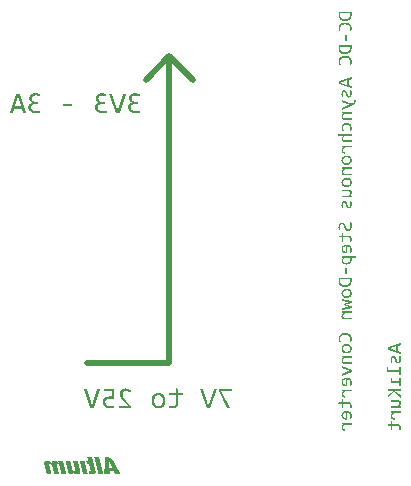
<source format=gbo>
G04*
G04 #@! TF.GenerationSoftware,Altium Limited,Altium Designer,22.7.1 (60)*
G04*
G04 Layer_Color=32896*
%FSLAX44Y44*%
%MOMM*%
G71*
G04*
G04 #@! TF.SameCoordinates,B907E7F6-3D8B-4148-802C-DA242210B7AD*
G04*
G04*
G04 #@! TF.FilePolarity,Positive*
G04*
G01*
G75*
%ADD33C,0.5000*%
G36*
X83050Y46979D02*
X83443D01*
Y46949D01*
X83654D01*
Y46919D01*
X83836D01*
Y46889D01*
X83956D01*
Y46859D01*
X84077D01*
Y46828D01*
X84168D01*
Y46798D01*
X84289D01*
Y46768D01*
X84379D01*
Y46738D01*
X84440D01*
Y46708D01*
X84530D01*
Y46677D01*
X84621D01*
Y46647D01*
X84682D01*
Y46617D01*
X84742D01*
Y46587D01*
X84802D01*
Y46556D01*
X84863D01*
Y46526D01*
X84923D01*
Y46496D01*
X84984D01*
Y46466D01*
X85044D01*
Y46435D01*
X85105D01*
Y46405D01*
X85135D01*
Y46375D01*
X85195D01*
Y46345D01*
X85225D01*
Y46315D01*
X85286D01*
Y46284D01*
X85316D01*
Y46254D01*
X85377D01*
Y46224D01*
X85407D01*
Y46194D01*
X85437D01*
Y46164D01*
X85497D01*
Y46133D01*
X85527D01*
Y46103D01*
X85558D01*
Y46073D01*
X85588D01*
Y46043D01*
X85618D01*
Y46013D01*
X85679D01*
Y45982D01*
X85709D01*
Y45952D01*
X85739D01*
Y45922D01*
X85769D01*
Y45892D01*
X85800D01*
Y45862D01*
X85830D01*
Y45831D01*
X85860D01*
Y45801D01*
X85890D01*
Y45771D01*
X85920D01*
Y45741D01*
X85950D01*
Y45710D01*
X85981D01*
Y45680D01*
X86011D01*
Y45650D01*
X86041D01*
Y45620D01*
X86071D01*
Y45559D01*
X86102D01*
Y45529D01*
X86132D01*
Y45499D01*
X86162D01*
Y45438D01*
X86192D01*
Y45408D01*
X86222D01*
Y45378D01*
X86253D01*
Y45529D01*
X86222D01*
Y45650D01*
X86192D01*
Y45771D01*
X86162D01*
Y45922D01*
X86132D01*
Y46043D01*
X86102D01*
Y46164D01*
X86071D01*
Y46284D01*
X86041D01*
Y46405D01*
X86011D01*
Y46526D01*
X85981D01*
Y46647D01*
X85950D01*
Y46708D01*
X89999D01*
Y46677D01*
X90029D01*
Y46556D01*
X90060D01*
Y46435D01*
X90090D01*
Y46315D01*
X90120D01*
Y46194D01*
X90150D01*
Y46073D01*
X90181D01*
Y45952D01*
X90211D01*
Y45831D01*
X90241D01*
Y45710D01*
X90271D01*
Y45590D01*
X90301D01*
Y45469D01*
X90331D01*
Y45348D01*
X90362D01*
Y45227D01*
X90392D01*
Y45106D01*
X90422D01*
Y44985D01*
X90452D01*
Y44865D01*
X90483D01*
Y44744D01*
X90513D01*
Y44623D01*
X90543D01*
Y44502D01*
X90573D01*
Y44381D01*
X90604D01*
Y44260D01*
X90634D01*
Y44139D01*
X90664D01*
Y44019D01*
X90694D01*
Y43898D01*
X90724D01*
Y43777D01*
X90754D01*
Y43656D01*
X90785D01*
Y43535D01*
X90815D01*
Y43414D01*
X90845D01*
Y43293D01*
X90875D01*
Y43172D01*
X90906D01*
Y43052D01*
X90936D01*
Y42931D01*
X90966D01*
Y42810D01*
X90996D01*
Y42689D01*
X91026D01*
Y42568D01*
X91057D01*
Y42447D01*
X91087D01*
Y42326D01*
X91117D01*
Y42206D01*
X91147D01*
Y42085D01*
X91178D01*
Y41964D01*
X91208D01*
Y41843D01*
X91238D01*
Y41722D01*
X91268D01*
Y41601D01*
X91298D01*
Y41480D01*
X91329D01*
Y41360D01*
X91359D01*
Y41239D01*
X91389D01*
Y41118D01*
X91419D01*
Y40997D01*
X91449D01*
Y40906D01*
X91480D01*
Y40786D01*
X91510D01*
Y40665D01*
X91540D01*
Y40544D01*
X91570D01*
Y40423D01*
X91601D01*
Y40302D01*
X91631D01*
Y40181D01*
X91661D01*
Y40060D01*
X91691D01*
Y39940D01*
X91721D01*
Y39819D01*
X91752D01*
Y39698D01*
X91782D01*
Y39577D01*
X91812D01*
Y39456D01*
X91842D01*
Y39335D01*
X91873D01*
Y39214D01*
X91903D01*
Y39094D01*
X91933D01*
Y38973D01*
X91963D01*
Y38852D01*
X91993D01*
Y38731D01*
X92023D01*
Y38610D01*
X92054D01*
Y38489D01*
X92084D01*
Y38368D01*
X92114D01*
Y38248D01*
X92144D01*
Y38127D01*
X92175D01*
Y38006D01*
X92205D01*
Y37885D01*
X92235D01*
Y37764D01*
X92265D01*
Y37643D01*
X92295D01*
Y37522D01*
X92326D01*
Y37402D01*
X92356D01*
Y37281D01*
X92386D01*
Y37160D01*
X92416D01*
Y37039D01*
X92446D01*
Y36918D01*
X92477D01*
Y36797D01*
X92507D01*
Y36676D01*
X92537D01*
Y36556D01*
X92567D01*
Y36435D01*
X92598D01*
Y36314D01*
X92628D01*
Y36193D01*
X92658D01*
Y36072D01*
X92688D01*
Y35951D01*
X92718D01*
Y35921D01*
X88670D01*
Y36042D01*
X88640D01*
Y36163D01*
X88609D01*
Y36284D01*
X88579D01*
Y36405D01*
X88549D01*
Y36525D01*
X88519D01*
Y36646D01*
X88489D01*
Y36767D01*
X88458D01*
Y36888D01*
X88428D01*
Y37009D01*
X88398D01*
Y37130D01*
X88368D01*
Y37250D01*
X88337D01*
Y37371D01*
X88307D01*
Y37492D01*
X88277D01*
Y37613D01*
X88247D01*
Y37734D01*
X88217D01*
Y37855D01*
X88186D01*
Y37976D01*
X88156D01*
Y38096D01*
X88126D01*
Y38217D01*
X88096D01*
Y38338D01*
X88066D01*
Y38459D01*
X88035D01*
Y38580D01*
X88005D01*
Y38701D01*
X87975D01*
Y38822D01*
X87945D01*
Y38942D01*
X87914D01*
Y39063D01*
X87884D01*
Y39184D01*
X87854D01*
Y39305D01*
X87824D01*
Y39426D01*
X87794D01*
Y39547D01*
X87763D01*
Y39668D01*
X87733D01*
Y39788D01*
X87703D01*
Y39909D01*
X87673D01*
Y40030D01*
X87642D01*
Y40151D01*
X87612D01*
Y40272D01*
X87582D01*
Y40393D01*
X87552D01*
Y40514D01*
X87522D01*
Y40634D01*
X87491D01*
Y40755D01*
X87461D01*
Y40876D01*
X87431D01*
Y40997D01*
X87401D01*
Y41118D01*
X87371D01*
Y41239D01*
X87340D01*
Y41360D01*
X87310D01*
Y41480D01*
X87280D01*
Y41601D01*
X87250D01*
Y41722D01*
X87219D01*
Y41843D01*
X87189D01*
Y41964D01*
X87159D01*
Y42085D01*
X87129D01*
Y42206D01*
X87099D01*
Y42326D01*
X87069D01*
Y42447D01*
X87038D01*
Y42568D01*
X87008D01*
Y42689D01*
X86978D01*
Y42810D01*
X86948D01*
Y42931D01*
X86917D01*
Y43052D01*
X86887D01*
Y43142D01*
X86857D01*
Y43263D01*
X86827D01*
Y43354D01*
X86797D01*
Y43414D01*
X86766D01*
Y43475D01*
X86736D01*
Y43535D01*
X86706D01*
Y43595D01*
X86676D01*
Y43656D01*
X86645D01*
Y43686D01*
X86615D01*
Y43747D01*
X86585D01*
Y43777D01*
X86555D01*
Y43837D01*
X86525D01*
Y43867D01*
X86494D01*
Y43898D01*
X86464D01*
Y43928D01*
X86434D01*
Y43958D01*
X86404D01*
Y43988D01*
X86374D01*
Y44019D01*
X86343D01*
Y44049D01*
X86283D01*
Y44079D01*
X86253D01*
Y44109D01*
X86192D01*
Y44139D01*
X86132D01*
Y44170D01*
X86071D01*
Y44200D01*
X86011D01*
Y44230D01*
X85920D01*
Y44260D01*
X85800D01*
Y44290D01*
X85588D01*
Y44321D01*
X85256D01*
Y44290D01*
X85044D01*
Y44260D01*
X84953D01*
Y44230D01*
X84893D01*
Y44200D01*
X84833D01*
Y44170D01*
X84772D01*
Y44139D01*
X84742D01*
Y44109D01*
X84712D01*
Y44079D01*
X84682D01*
Y44049D01*
X84651D01*
Y44019D01*
X84621D01*
Y43958D01*
X84591D01*
Y43867D01*
X84561D01*
Y43777D01*
X84530D01*
Y43323D01*
X84561D01*
Y43142D01*
X84591D01*
Y43021D01*
X84621D01*
Y42901D01*
X84651D01*
Y42780D01*
X84682D01*
Y42659D01*
X84712D01*
Y42538D01*
X84742D01*
Y42417D01*
X84772D01*
Y42296D01*
X84802D01*
Y42175D01*
X84833D01*
Y42055D01*
X84863D01*
Y41934D01*
X84893D01*
Y41813D01*
X84923D01*
Y41692D01*
X84953D01*
Y41571D01*
X84984D01*
Y41450D01*
X85014D01*
Y41329D01*
X85044D01*
Y41209D01*
X85074D01*
Y41088D01*
X85105D01*
Y40967D01*
X85135D01*
Y40846D01*
X85165D01*
Y40725D01*
X85195D01*
Y40604D01*
X85225D01*
Y40483D01*
X85256D01*
Y40363D01*
X85286D01*
Y40242D01*
X85316D01*
Y40121D01*
X85346D01*
Y40000D01*
X85377D01*
Y39879D01*
X85407D01*
Y39758D01*
X85437D01*
Y39637D01*
X85467D01*
Y39517D01*
X85497D01*
Y39396D01*
X85527D01*
Y39275D01*
X85558D01*
Y39154D01*
X85588D01*
Y39033D01*
X85618D01*
Y38912D01*
X85648D01*
Y38791D01*
X85679D01*
Y38671D01*
X85709D01*
Y38550D01*
X85739D01*
Y38429D01*
X85769D01*
Y38308D01*
X85800D01*
Y38187D01*
X85830D01*
Y38066D01*
X85860D01*
Y37945D01*
X85890D01*
Y37825D01*
X85920D01*
Y37704D01*
X85950D01*
Y37583D01*
X85981D01*
Y37462D01*
X86011D01*
Y37341D01*
X86041D01*
Y37220D01*
X86071D01*
Y37099D01*
X86102D01*
Y36979D01*
X86132D01*
Y36858D01*
X86162D01*
Y36737D01*
X86192D01*
Y36616D01*
X86222D01*
Y36525D01*
X86253D01*
Y36405D01*
X86283D01*
Y36284D01*
X86313D01*
Y36163D01*
X86343D01*
Y36042D01*
X86374D01*
Y35921D01*
X82355D01*
Y36042D01*
X82325D01*
Y36163D01*
X82295D01*
Y36284D01*
X82264D01*
Y36405D01*
X82234D01*
Y36525D01*
X82204D01*
Y36646D01*
X82174D01*
Y36767D01*
X82144D01*
Y36888D01*
X82113D01*
Y37009D01*
X82083D01*
Y37130D01*
X82053D01*
Y37250D01*
X82023D01*
Y37371D01*
X81993D01*
Y37492D01*
X81962D01*
Y37613D01*
X81932D01*
Y37734D01*
X81902D01*
Y37855D01*
X81872D01*
Y37976D01*
X81841D01*
Y38096D01*
X81811D01*
Y38217D01*
X81781D01*
Y38338D01*
X81751D01*
Y38459D01*
X81721D01*
Y38580D01*
X81690D01*
Y38701D01*
X81660D01*
Y38822D01*
X81630D01*
Y38942D01*
X81600D01*
Y39063D01*
X81569D01*
Y39184D01*
X81539D01*
Y39305D01*
X81509D01*
Y39426D01*
X81479D01*
Y39547D01*
X81449D01*
Y39668D01*
X81419D01*
Y39788D01*
X81388D01*
Y39909D01*
X81358D01*
Y40030D01*
X81328D01*
Y40151D01*
X81298D01*
Y40272D01*
X81267D01*
Y40393D01*
X81237D01*
Y40514D01*
X81207D01*
Y40634D01*
X81177D01*
Y40755D01*
X81146D01*
Y40876D01*
X81116D01*
Y40997D01*
X81086D01*
Y41118D01*
X81056D01*
Y41239D01*
X81026D01*
Y41360D01*
X80996D01*
Y41480D01*
X80965D01*
Y41601D01*
X80935D01*
Y41722D01*
X80905D01*
Y41843D01*
X80875D01*
Y41964D01*
X80844D01*
Y42085D01*
X80814D01*
Y42206D01*
X80784D01*
Y42326D01*
X80754D01*
Y42447D01*
X80723D01*
Y42568D01*
X80693D01*
Y42659D01*
X80663D01*
Y42780D01*
X80633D01*
Y42901D01*
X80603D01*
Y43021D01*
X80573D01*
Y43142D01*
X80542D01*
Y43233D01*
X80512D01*
Y43323D01*
X80482D01*
Y43414D01*
X80452D01*
Y43475D01*
X80421D01*
Y43535D01*
X80391D01*
Y43595D01*
X80361D01*
Y43626D01*
X80331D01*
Y43686D01*
X80301D01*
Y43716D01*
X80270D01*
Y43777D01*
X80240D01*
Y43807D01*
X80210D01*
Y43837D01*
X80180D01*
Y43898D01*
X80149D01*
Y43928D01*
X80119D01*
Y43958D01*
X80089D01*
Y43988D01*
X80029D01*
Y44019D01*
X79998D01*
Y44049D01*
X79968D01*
Y44079D01*
X79908D01*
Y44109D01*
X79878D01*
Y44139D01*
X79817D01*
Y44170D01*
X79727D01*
Y44200D01*
X79666D01*
Y44230D01*
X79575D01*
Y44260D01*
X79455D01*
Y44290D01*
X79243D01*
Y44321D01*
X78911D01*
Y44290D01*
X78699D01*
Y44260D01*
X78609D01*
Y44230D01*
X78518D01*
Y44200D01*
X78457D01*
Y44170D01*
X78427D01*
Y44139D01*
X78397D01*
Y44109D01*
X78367D01*
Y44079D01*
X78337D01*
Y44049D01*
X78306D01*
Y44019D01*
X78276D01*
Y43958D01*
X78246D01*
Y43898D01*
X78216D01*
Y43807D01*
X78186D01*
Y43293D01*
X78216D01*
Y43142D01*
X78246D01*
Y42991D01*
X78276D01*
Y42870D01*
X78306D01*
Y42750D01*
X78337D01*
Y42629D01*
X78367D01*
Y42508D01*
X78397D01*
Y42387D01*
X78427D01*
Y42266D01*
X78457D01*
Y42145D01*
X78488D01*
Y42024D01*
X78518D01*
Y41904D01*
X78548D01*
Y41783D01*
X78578D01*
Y41662D01*
X78609D01*
Y41541D01*
X78639D01*
Y41420D01*
X78669D01*
Y41299D01*
X78699D01*
Y41178D01*
X78729D01*
Y41058D01*
X78760D01*
Y40937D01*
X78790D01*
Y40816D01*
X78820D01*
Y40695D01*
X78850D01*
Y40574D01*
X78881D01*
Y40453D01*
X78911D01*
Y40332D01*
X78941D01*
Y40212D01*
X78971D01*
Y40091D01*
X79001D01*
Y39970D01*
X79032D01*
Y39849D01*
X79062D01*
Y39728D01*
X79092D01*
Y39607D01*
X79122D01*
Y39486D01*
X79152D01*
Y39365D01*
X79183D01*
Y39245D01*
X79213D01*
Y39124D01*
X79243D01*
Y39003D01*
X79273D01*
Y38882D01*
X79303D01*
Y38761D01*
X79334D01*
Y38640D01*
X79364D01*
Y38519D01*
X79394D01*
Y38399D01*
X79424D01*
Y38278D01*
X79455D01*
Y38157D01*
X79485D01*
Y38036D01*
X79515D01*
Y37915D01*
X79545D01*
Y37794D01*
X79575D01*
Y37673D01*
X79606D01*
Y37553D01*
X79636D01*
Y37432D01*
X79666D01*
Y37311D01*
X79696D01*
Y37190D01*
X79727D01*
Y37069D01*
X79757D01*
Y36948D01*
X79787D01*
Y36827D01*
X79817D01*
Y36707D01*
X79847D01*
Y36586D01*
X79878D01*
Y36465D01*
X79908D01*
Y36344D01*
X79938D01*
Y36223D01*
X79968D01*
Y36102D01*
X79998D01*
Y35982D01*
X80029D01*
Y35921D01*
X77974D01*
Y35951D01*
X77763D01*
Y35982D01*
X77611D01*
Y36012D01*
X77491D01*
Y36042D01*
X77370D01*
Y36072D01*
X77279D01*
Y36102D01*
X77189D01*
Y36133D01*
X77128D01*
Y36163D01*
X77068D01*
Y36193D01*
X76977D01*
Y36223D01*
X76917D01*
Y36253D01*
X76856D01*
Y36284D01*
X76796D01*
Y36314D01*
X76765D01*
Y36344D01*
X76705D01*
Y36374D01*
X76645D01*
Y36405D01*
X76614D01*
Y36435D01*
X76554D01*
Y36465D01*
X76524D01*
Y36495D01*
X76494D01*
Y36525D01*
X76433D01*
Y36556D01*
X76403D01*
Y36586D01*
X76373D01*
Y36616D01*
X76343D01*
Y36646D01*
X76282D01*
Y36676D01*
X76252D01*
Y36707D01*
X76222D01*
Y36737D01*
X76192D01*
Y36767D01*
X76161D01*
Y36797D01*
X76131D01*
Y36827D01*
X76101D01*
Y36858D01*
X76071D01*
Y36888D01*
X76040D01*
Y36918D01*
X76010D01*
Y36979D01*
X75980D01*
Y37009D01*
X75950D01*
Y37039D01*
X75919D01*
Y37069D01*
X75889D01*
Y37130D01*
X75859D01*
Y37160D01*
X75829D01*
Y37220D01*
X75799D01*
Y37250D01*
X75768D01*
Y37311D01*
X75738D01*
Y37371D01*
X75708D01*
Y37432D01*
X75678D01*
Y37492D01*
X75648D01*
Y37553D01*
X75617D01*
Y37643D01*
X75587D01*
Y37704D01*
X75557D01*
Y37825D01*
X75527D01*
Y37915D01*
X75497D01*
Y38036D01*
X75466D01*
Y38157D01*
X75436D01*
Y38278D01*
X75406D01*
Y38399D01*
X75376D01*
Y38519D01*
X75346D01*
Y38640D01*
X75315D01*
Y38761D01*
X75285D01*
Y38882D01*
X75255D01*
Y39003D01*
X75225D01*
Y39124D01*
X75194D01*
Y39245D01*
X75164D01*
Y39365D01*
X75134D01*
Y39486D01*
X75104D01*
Y39607D01*
X75073D01*
Y39728D01*
X75043D01*
Y39849D01*
X75013D01*
Y39970D01*
X74983D01*
Y40091D01*
X74953D01*
Y40212D01*
X74922D01*
Y40332D01*
X74892D01*
Y40453D01*
X74862D01*
Y40574D01*
X74832D01*
Y40695D01*
X74802D01*
Y40816D01*
X74771D01*
Y40937D01*
X74741D01*
Y41058D01*
X74711D01*
Y41178D01*
X74681D01*
Y41299D01*
X74651D01*
Y41420D01*
X74620D01*
Y41541D01*
X74590D01*
Y41662D01*
X74560D01*
Y41783D01*
X74530D01*
Y41904D01*
X74500D01*
Y42024D01*
X74469D01*
Y42145D01*
X74439D01*
Y42266D01*
X74409D01*
Y42387D01*
X74379D01*
Y42508D01*
X74348D01*
Y42629D01*
X74318D01*
Y42750D01*
X74288D01*
Y42870D01*
X74258D01*
Y42991D01*
X74228D01*
Y43112D01*
X74197D01*
Y43233D01*
X74167D01*
Y43354D01*
X74137D01*
Y43475D01*
X74107D01*
Y43595D01*
X74076D01*
Y43716D01*
X74046D01*
Y43837D01*
X74016D01*
Y43958D01*
X73986D01*
Y44079D01*
X73956D01*
Y44230D01*
X73925D01*
Y44381D01*
X73895D01*
Y44562D01*
X73865D01*
Y44834D01*
X73835D01*
Y45378D01*
X73865D01*
Y45590D01*
X73895D01*
Y45710D01*
X73925D01*
Y45801D01*
X73956D01*
Y45892D01*
X73986D01*
Y45982D01*
X74016D01*
Y46043D01*
X74046D01*
Y46073D01*
X74076D01*
Y46133D01*
X74107D01*
Y46164D01*
X74137D01*
Y46224D01*
X74167D01*
Y46254D01*
X74197D01*
Y46284D01*
X74228D01*
Y46315D01*
X74258D01*
Y46345D01*
X74288D01*
Y46375D01*
X74318D01*
Y46405D01*
X74348D01*
Y46435D01*
X74379D01*
Y46466D01*
X74439D01*
Y46496D01*
X74469D01*
Y46526D01*
X74530D01*
Y46556D01*
X74590D01*
Y46587D01*
X74620D01*
Y46617D01*
X74681D01*
Y46647D01*
X74741D01*
Y46677D01*
X74802D01*
Y46708D01*
X74892D01*
Y46738D01*
X74953D01*
Y46768D01*
X75043D01*
Y46798D01*
X75134D01*
Y46828D01*
X75225D01*
Y46859D01*
X75376D01*
Y46889D01*
X75497D01*
Y46919D01*
X75678D01*
Y46949D01*
X75919D01*
Y46979D01*
X76494D01*
Y47010D01*
X76554D01*
Y46979D01*
X77068D01*
Y46949D01*
X77309D01*
Y46919D01*
X77491D01*
Y46889D01*
X77642D01*
Y46859D01*
X77763D01*
Y46828D01*
X77853D01*
Y46798D01*
X77974D01*
Y46768D01*
X78065D01*
Y46738D01*
X78155D01*
Y46708D01*
X78246D01*
Y46677D01*
X78337D01*
Y46647D01*
X78427D01*
Y46617D01*
X78488D01*
Y46587D01*
X78548D01*
Y46556D01*
X78609D01*
Y46526D01*
X78669D01*
Y46496D01*
X78729D01*
Y46466D01*
X78790D01*
Y46435D01*
X78850D01*
Y46405D01*
X78911D01*
Y46375D01*
X78941D01*
Y46345D01*
X79001D01*
Y46315D01*
X79062D01*
Y46284D01*
X79092D01*
Y46254D01*
X79152D01*
Y46224D01*
X79183D01*
Y46194D01*
X79243D01*
Y46164D01*
X79273D01*
Y46133D01*
X79334D01*
Y46103D01*
X79364D01*
Y46073D01*
X79394D01*
Y46043D01*
X79424D01*
Y46013D01*
X79455D01*
Y45982D01*
X79515D01*
Y45952D01*
X79545D01*
Y45922D01*
X79575D01*
Y45892D01*
X79606D01*
Y45862D01*
X79636D01*
Y45831D01*
X79666D01*
Y45801D01*
X79696D01*
Y45771D01*
X79727D01*
Y45741D01*
X79757D01*
Y45710D01*
X79787D01*
Y45680D01*
X79817D01*
Y45650D01*
X79847D01*
Y45620D01*
X79878D01*
Y45590D01*
X79908D01*
Y45559D01*
X79938D01*
Y45529D01*
X79968D01*
Y45499D01*
X79998D01*
Y45469D01*
X80029D01*
Y45408D01*
X80059D01*
Y45378D01*
X80089D01*
Y45348D01*
X80119D01*
Y45408D01*
X80149D01*
Y45559D01*
X80180D01*
Y45650D01*
X80210D01*
Y45741D01*
X80240D01*
Y45831D01*
X80270D01*
Y45892D01*
X80301D01*
Y45952D01*
X80331D01*
Y46013D01*
X80361D01*
Y46073D01*
X80391D01*
Y46103D01*
X80421D01*
Y46164D01*
X80452D01*
Y46194D01*
X80482D01*
Y46224D01*
X80512D01*
Y46284D01*
X80542D01*
Y46315D01*
X80573D01*
Y46345D01*
X80603D01*
Y46375D01*
X80633D01*
Y46405D01*
X80663D01*
Y46435D01*
X80693D01*
Y46466D01*
X80723D01*
Y46496D01*
X80784D01*
Y46526D01*
X80814D01*
Y46556D01*
X80844D01*
Y46587D01*
X80905D01*
Y46617D01*
X80935D01*
Y46647D01*
X80996D01*
Y46677D01*
X81056D01*
Y46708D01*
X81116D01*
Y46738D01*
X81177D01*
Y46768D01*
X81267D01*
Y46798D01*
X81358D01*
Y46828D01*
X81449D01*
Y46859D01*
X81539D01*
Y46889D01*
X81660D01*
Y46919D01*
X81841D01*
Y46949D01*
X82053D01*
Y46979D01*
X82476D01*
Y47010D01*
X83050D01*
Y46979D01*
D02*
G37*
G36*
X102326Y46647D02*
X102357D01*
Y46526D01*
X102387D01*
Y46405D01*
X102417D01*
Y46284D01*
X102447D01*
Y46164D01*
X102478D01*
Y46043D01*
X102508D01*
Y45922D01*
X102538D01*
Y45801D01*
X102568D01*
Y45680D01*
X102598D01*
Y45559D01*
X102629D01*
Y45438D01*
X102659D01*
Y45318D01*
X102689D01*
Y45197D01*
X102719D01*
Y45076D01*
X102750D01*
Y44955D01*
X102780D01*
Y44834D01*
X102810D01*
Y44713D01*
X102840D01*
Y44592D01*
X102870D01*
Y44472D01*
X102900D01*
Y44351D01*
X102931D01*
Y44230D01*
X102961D01*
Y44109D01*
X102991D01*
Y43988D01*
X103021D01*
Y43867D01*
X103052D01*
Y43747D01*
X103082D01*
Y43626D01*
X103112D01*
Y43505D01*
X103142D01*
Y43384D01*
X103172D01*
Y43263D01*
X103203D01*
Y43142D01*
X103233D01*
Y43021D01*
X103263D01*
Y42901D01*
X103293D01*
Y42780D01*
X103323D01*
Y42659D01*
X103354D01*
Y42538D01*
X103384D01*
Y42417D01*
X103414D01*
Y42296D01*
X103444D01*
Y42175D01*
X103475D01*
Y42055D01*
X103505D01*
Y41934D01*
X103535D01*
Y41813D01*
X103565D01*
Y41692D01*
X103595D01*
Y41571D01*
X103626D01*
Y41450D01*
X103656D01*
Y41329D01*
X103686D01*
Y41209D01*
X103716D01*
Y41088D01*
X103747D01*
Y40967D01*
X103777D01*
Y40846D01*
X103807D01*
Y40725D01*
X103837D01*
Y40604D01*
X103867D01*
Y40483D01*
X103898D01*
Y40363D01*
X103928D01*
Y40242D01*
X103958D01*
Y40121D01*
X103988D01*
Y40000D01*
X104018D01*
Y39879D01*
X104049D01*
Y39758D01*
X104079D01*
Y39637D01*
X104109D01*
Y39517D01*
X104139D01*
Y39396D01*
X104170D01*
Y39275D01*
X104200D01*
Y39154D01*
X104230D01*
Y39033D01*
X104260D01*
Y38912D01*
X104290D01*
Y38791D01*
X104321D01*
Y38671D01*
X104351D01*
Y38550D01*
X104381D01*
Y38429D01*
X104411D01*
Y38278D01*
X104441D01*
Y38066D01*
X104472D01*
Y37825D01*
X104502D01*
Y37311D01*
X104472D01*
Y37099D01*
X104441D01*
Y36979D01*
X104411D01*
Y36858D01*
X104381D01*
Y36797D01*
X104351D01*
Y36707D01*
X104321D01*
Y36646D01*
X104290D01*
Y36586D01*
X104260D01*
Y36556D01*
X104230D01*
Y36495D01*
X104200D01*
Y36465D01*
X104170D01*
Y36435D01*
X104139D01*
Y36405D01*
X104109D01*
Y36374D01*
X104079D01*
Y36344D01*
X104049D01*
Y36314D01*
X104018D01*
Y36284D01*
X103988D01*
Y36253D01*
X103958D01*
Y36223D01*
X103898D01*
Y36193D01*
X103867D01*
Y36163D01*
X103837D01*
Y36133D01*
X103777D01*
Y36102D01*
X103747D01*
Y36072D01*
X103686D01*
Y36042D01*
X103626D01*
Y36012D01*
X103565D01*
Y35982D01*
X103505D01*
Y35951D01*
X103444D01*
Y35921D01*
X103384D01*
Y35891D01*
X103323D01*
Y35861D01*
X103233D01*
Y35831D01*
X103142D01*
Y35800D01*
X103021D01*
Y35770D01*
X102900D01*
Y35740D01*
X102750D01*
Y35710D01*
X102568D01*
Y35679D01*
X102236D01*
Y35649D01*
X101481D01*
Y35679D01*
X101178D01*
Y35710D01*
X100967D01*
Y35740D01*
X100786D01*
Y35770D01*
X100665D01*
Y35800D01*
X100544D01*
Y35831D01*
X100423D01*
Y35861D01*
X100332D01*
Y35891D01*
X100242D01*
Y35921D01*
X100151D01*
Y35951D01*
X100060D01*
Y35982D01*
X100000D01*
Y36012D01*
X99940D01*
Y36042D01*
X99879D01*
Y36072D01*
X99789D01*
Y36102D01*
X99728D01*
Y36133D01*
X99668D01*
Y36163D01*
X99637D01*
Y36193D01*
X99577D01*
Y36223D01*
X99517D01*
Y36253D01*
X99486D01*
Y36284D01*
X99426D01*
Y36314D01*
X99396D01*
Y36344D01*
X99335D01*
Y36374D01*
X99275D01*
Y36405D01*
X99245D01*
Y36435D01*
X99214D01*
Y36465D01*
X99154D01*
Y36495D01*
X99124D01*
Y36525D01*
X99094D01*
Y36556D01*
X99063D01*
Y36586D01*
X99003D01*
Y36616D01*
X98973D01*
Y36646D01*
X98942D01*
Y36676D01*
X98912D01*
Y36707D01*
X98882D01*
Y36737D01*
X98852D01*
Y36767D01*
X98822D01*
Y36797D01*
X98791D01*
Y36827D01*
X98761D01*
Y36858D01*
X98731D01*
Y36888D01*
X98701D01*
Y36918D01*
X98671D01*
Y36948D01*
X98640D01*
Y36979D01*
X98610D01*
Y37009D01*
X98580D01*
Y37039D01*
X98550D01*
Y37099D01*
X98519D01*
Y37130D01*
X98489D01*
Y37160D01*
X98459D01*
Y37190D01*
X98429D01*
Y37220D01*
X98368D01*
Y37190D01*
X98399D01*
Y37069D01*
X98429D01*
Y36948D01*
X98459D01*
Y36827D01*
X98489D01*
Y36707D01*
X98519D01*
Y36586D01*
X98550D01*
Y36435D01*
X98580D01*
Y36314D01*
X98610D01*
Y36193D01*
X98640D01*
Y36072D01*
X98671D01*
Y35951D01*
X98701D01*
Y35921D01*
X94682D01*
Y35982D01*
X94652D01*
Y36102D01*
X94622D01*
Y36223D01*
X94592D01*
Y36344D01*
X94562D01*
Y36465D01*
X94531D01*
Y36586D01*
X94501D01*
Y36707D01*
X94471D01*
Y36827D01*
X94441D01*
Y36948D01*
X94410D01*
Y37069D01*
X94380D01*
Y37190D01*
X94350D01*
Y37311D01*
X94320D01*
Y37432D01*
X94290D01*
Y37553D01*
X94259D01*
Y37673D01*
X94229D01*
Y37794D01*
X94199D01*
Y37915D01*
X94169D01*
Y38036D01*
X94138D01*
Y38157D01*
X94108D01*
Y38278D01*
X94078D01*
Y38399D01*
X94048D01*
Y38519D01*
X94018D01*
Y38640D01*
X93987D01*
Y38761D01*
X93957D01*
Y38882D01*
X93927D01*
Y39003D01*
X93897D01*
Y39124D01*
X93867D01*
Y39245D01*
X93836D01*
Y39365D01*
X93806D01*
Y39486D01*
X93776D01*
Y39607D01*
X93746D01*
Y39728D01*
X93715D01*
Y39849D01*
X93685D01*
Y39970D01*
X93655D01*
Y40091D01*
X93625D01*
Y40212D01*
X93595D01*
Y40332D01*
X93564D01*
Y40453D01*
X93534D01*
Y40574D01*
X93504D01*
Y40695D01*
X93474D01*
Y40816D01*
X93444D01*
Y40937D01*
X93413D01*
Y41058D01*
X93383D01*
Y41178D01*
X93353D01*
Y41299D01*
X93323D01*
Y41420D01*
X93293D01*
Y41541D01*
X93262D01*
Y41662D01*
X93232D01*
Y41783D01*
X93202D01*
Y41904D01*
X93172D01*
Y42024D01*
X93141D01*
Y42145D01*
X93111D01*
Y42266D01*
X93081D01*
Y42387D01*
X93051D01*
Y42508D01*
X93021D01*
Y42629D01*
X92990D01*
Y42750D01*
X92960D01*
Y42870D01*
X92930D01*
Y42991D01*
X92900D01*
Y43112D01*
X92870D01*
Y43233D01*
X92839D01*
Y43354D01*
X92809D01*
Y43475D01*
X92779D01*
Y43595D01*
X92749D01*
Y43716D01*
X92718D01*
Y43837D01*
X92688D01*
Y43958D01*
X92658D01*
Y44079D01*
X92628D01*
Y44200D01*
X92598D01*
Y44321D01*
X92567D01*
Y44441D01*
X92537D01*
Y44562D01*
X92507D01*
Y44683D01*
X92477D01*
Y44804D01*
X92446D01*
Y44925D01*
X92416D01*
Y45046D01*
X92386D01*
Y45167D01*
X92356D01*
Y45287D01*
X92326D01*
Y45408D01*
X92295D01*
Y45529D01*
X92265D01*
Y45650D01*
X92235D01*
Y45771D01*
X92205D01*
Y45892D01*
X92175D01*
Y46013D01*
X92144D01*
Y46133D01*
X92114D01*
Y46254D01*
X92084D01*
Y46375D01*
X92054D01*
Y46496D01*
X92023D01*
Y46617D01*
X91993D01*
Y46677D01*
X92023D01*
Y46708D01*
X96012D01*
Y46617D01*
X96042D01*
Y46496D01*
X96072D01*
Y46375D01*
X96102D01*
Y46254D01*
X96133D01*
Y46133D01*
X96163D01*
Y46013D01*
X96193D01*
Y45892D01*
X96223D01*
Y45771D01*
X96253D01*
Y45650D01*
X96284D01*
Y45529D01*
X96314D01*
Y45408D01*
X96344D01*
Y45287D01*
X96374D01*
Y45167D01*
X96404D01*
Y45046D01*
X96435D01*
Y44925D01*
X96465D01*
Y44804D01*
X96495D01*
Y44683D01*
X96525D01*
Y44562D01*
X96556D01*
Y44441D01*
X96586D01*
Y44321D01*
X96616D01*
Y44200D01*
X96646D01*
Y44079D01*
X96677D01*
Y43958D01*
X96707D01*
Y43837D01*
X96737D01*
Y43716D01*
X96767D01*
Y43595D01*
X96797D01*
Y43475D01*
X96827D01*
Y43384D01*
X96858D01*
Y43263D01*
X96888D01*
Y43142D01*
X96918D01*
Y43021D01*
X96948D01*
Y42901D01*
X96979D01*
Y42780D01*
X97009D01*
Y42659D01*
X97039D01*
Y42538D01*
X97069D01*
Y42417D01*
X97100D01*
Y42296D01*
X97130D01*
Y42175D01*
X97160D01*
Y42055D01*
X97190D01*
Y41934D01*
X97220D01*
Y41813D01*
X97250D01*
Y41692D01*
X97281D01*
Y41571D01*
X97311D01*
Y41450D01*
X97341D01*
Y41329D01*
X97371D01*
Y41209D01*
X97402D01*
Y41088D01*
X97432D01*
Y40967D01*
X97462D01*
Y40846D01*
X97492D01*
Y40725D01*
X97522D01*
Y40604D01*
X97553D01*
Y40483D01*
X97583D01*
Y40363D01*
X97613D01*
Y40242D01*
X97643D01*
Y40121D01*
X97674D01*
Y40000D01*
X97704D01*
Y39879D01*
X97734D01*
Y39758D01*
X97764D01*
Y39637D01*
X97794D01*
Y39517D01*
X97825D01*
Y39426D01*
X97855D01*
Y39335D01*
X97885D01*
Y39245D01*
X97915D01*
Y39184D01*
X97945D01*
Y39124D01*
X97976D01*
Y39063D01*
X98006D01*
Y39003D01*
X98036D01*
Y38942D01*
X98066D01*
Y38912D01*
X98097D01*
Y38852D01*
X98127D01*
Y38822D01*
X98157D01*
Y38791D01*
X98187D01*
Y38761D01*
X98217D01*
Y38731D01*
X98248D01*
Y38671D01*
X98278D01*
Y38640D01*
X98308D01*
Y38610D01*
X98368D01*
Y38580D01*
X98399D01*
Y38550D01*
X98429D01*
Y38519D01*
X98489D01*
Y38489D01*
X98550D01*
Y38459D01*
X98610D01*
Y38429D01*
X98671D01*
Y38399D01*
X98731D01*
Y38368D01*
X98852D01*
Y38338D01*
X98973D01*
Y38308D01*
X99607D01*
Y38338D01*
X99698D01*
Y38368D01*
X99789D01*
Y38399D01*
X99849D01*
Y38429D01*
X99909D01*
Y38459D01*
X99940D01*
Y38489D01*
X99970D01*
Y38519D01*
X100000D01*
Y38550D01*
X100030D01*
Y38580D01*
X100060D01*
Y38640D01*
X100091D01*
Y38701D01*
X100121D01*
Y38791D01*
X100151D01*
Y38942D01*
X100181D01*
Y39154D01*
X100151D01*
Y39365D01*
X100121D01*
Y39517D01*
X100091D01*
Y39637D01*
X100060D01*
Y39758D01*
X100030D01*
Y39879D01*
X100000D01*
Y40000D01*
X99970D01*
Y40121D01*
X99940D01*
Y40242D01*
X99909D01*
Y40363D01*
X99879D01*
Y40483D01*
X99849D01*
Y40604D01*
X99819D01*
Y40725D01*
X99789D01*
Y40846D01*
X99758D01*
Y40967D01*
X99728D01*
Y41088D01*
X99698D01*
Y41209D01*
X99668D01*
Y41329D01*
X99637D01*
Y41450D01*
X99607D01*
Y41571D01*
X99577D01*
Y41692D01*
X99547D01*
Y41813D01*
X99517D01*
Y41934D01*
X99486D01*
Y42055D01*
X99456D01*
Y42175D01*
X99426D01*
Y42296D01*
X99396D01*
Y42417D01*
X99366D01*
Y42538D01*
X99335D01*
Y42659D01*
X99305D01*
Y42780D01*
X99275D01*
Y42901D01*
X99245D01*
Y43021D01*
X99214D01*
Y43142D01*
X99184D01*
Y43263D01*
X99154D01*
Y43384D01*
X99124D01*
Y43505D01*
X99094D01*
Y43626D01*
X99063D01*
Y43747D01*
X99033D01*
Y43867D01*
X99003D01*
Y43988D01*
X98973D01*
Y44109D01*
X98942D01*
Y44230D01*
X98912D01*
Y44351D01*
X98882D01*
Y44472D01*
X98852D01*
Y44592D01*
X98822D01*
Y44713D01*
X98791D01*
Y44834D01*
X98761D01*
Y44955D01*
X98731D01*
Y45076D01*
X98701D01*
Y45197D01*
X98671D01*
Y45318D01*
X98640D01*
Y45438D01*
X98610D01*
Y45559D01*
X98580D01*
Y45680D01*
X98550D01*
Y45801D01*
X98519D01*
Y45922D01*
X98489D01*
Y46043D01*
X98459D01*
Y46164D01*
X98429D01*
Y46284D01*
X98399D01*
Y46405D01*
X98368D01*
Y46466D01*
Y46496D01*
Y46526D01*
X98338D01*
Y46617D01*
X98308D01*
Y46677D01*
X98338D01*
Y46708D01*
X102326D01*
Y46647D01*
D02*
G37*
G36*
X127767Y50122D02*
X128190D01*
Y50091D01*
X128401D01*
Y50061D01*
X128582D01*
Y50031D01*
X128733D01*
Y50001D01*
X128884D01*
Y49971D01*
X128975D01*
Y49940D01*
X129096D01*
Y49910D01*
X129187D01*
Y49880D01*
X129277D01*
Y49850D01*
X129368D01*
Y49819D01*
X129459D01*
Y49789D01*
X129549D01*
Y49759D01*
X129610D01*
Y49729D01*
X129700D01*
Y49699D01*
X129761D01*
Y49668D01*
X129821D01*
Y49638D01*
X129881D01*
Y49608D01*
X129972D01*
Y49578D01*
X130033D01*
Y49548D01*
X130093D01*
Y49517D01*
X130154D01*
Y49487D01*
X130214D01*
Y49457D01*
X130244D01*
Y49427D01*
X130304D01*
Y49397D01*
X130365D01*
Y49366D01*
X130425D01*
Y49336D01*
X130456D01*
Y49306D01*
X130516D01*
Y49276D01*
X130546D01*
Y49245D01*
X130607D01*
Y49215D01*
X130637D01*
Y49185D01*
X130697D01*
Y49155D01*
X130728D01*
Y49125D01*
X130758D01*
Y49094D01*
X130818D01*
Y49064D01*
X130848D01*
Y49034D01*
X130879D01*
Y49004D01*
X130939D01*
Y48973D01*
X130969D01*
Y48943D01*
X130999D01*
Y48913D01*
X131060D01*
Y48883D01*
X131090D01*
Y48853D01*
X131120D01*
Y48822D01*
X131151D01*
Y48792D01*
X131181D01*
Y48762D01*
X131211D01*
Y48732D01*
X131271D01*
Y48702D01*
X131302D01*
Y48671D01*
X131332D01*
Y48641D01*
X131362D01*
Y48611D01*
X131392D01*
Y48581D01*
X131422D01*
Y48551D01*
X131453D01*
Y48520D01*
X131483D01*
Y48490D01*
X131513D01*
Y48460D01*
X131543D01*
Y48430D01*
X131573D01*
Y48399D01*
X131604D01*
Y48369D01*
X131634D01*
Y48309D01*
X131664D01*
Y48279D01*
X131694D01*
Y48248D01*
X131725D01*
Y48218D01*
X131755D01*
Y48188D01*
X131785D01*
Y48158D01*
X131815D01*
Y48097D01*
X131845D01*
Y48067D01*
X131876D01*
Y48037D01*
X131906D01*
Y48007D01*
X131936D01*
Y47946D01*
X131966D01*
Y47916D01*
X131996D01*
Y47886D01*
X132027D01*
Y47825D01*
X132057D01*
Y47795D01*
X132087D01*
Y47735D01*
X132117D01*
Y47705D01*
X132148D01*
Y47674D01*
X132178D01*
Y47614D01*
X132208D01*
Y47584D01*
X132238D01*
Y47523D01*
X132268D01*
Y47463D01*
X132299D01*
Y47433D01*
X132329D01*
Y47372D01*
X132359D01*
Y47312D01*
X132389D01*
Y47251D01*
X132420D01*
Y47221D01*
X132450D01*
Y47161D01*
X132480D01*
Y47100D01*
X132510D01*
Y47040D01*
X132540D01*
Y46979D01*
X132571D01*
Y46919D01*
X132601D01*
Y46859D01*
X132631D01*
Y46828D01*
X132661D01*
Y46768D01*
X132691D01*
Y46708D01*
X132722D01*
Y46647D01*
X132752D01*
Y46587D01*
X132782D01*
Y46526D01*
X132812D01*
Y46466D01*
X132843D01*
Y46405D01*
X132873D01*
Y46375D01*
X132903D01*
Y46315D01*
X132933D01*
Y46254D01*
X132963D01*
Y46194D01*
X132994D01*
Y46133D01*
X133024D01*
Y46073D01*
X133054D01*
Y46013D01*
X133084D01*
Y45982D01*
X133114D01*
Y45922D01*
X133145D01*
Y45862D01*
X133175D01*
Y45801D01*
X133205D01*
Y45741D01*
X133235D01*
Y45680D01*
X133265D01*
Y45620D01*
X133296D01*
Y45559D01*
X133326D01*
Y45529D01*
X133356D01*
Y45469D01*
X133386D01*
Y45408D01*
X133417D01*
Y45348D01*
X133447D01*
Y45287D01*
X133477D01*
Y45227D01*
X133507D01*
Y45167D01*
X133537D01*
Y45136D01*
X133568D01*
Y45076D01*
X133598D01*
Y45016D01*
X133628D01*
Y44955D01*
X133658D01*
Y44895D01*
X133688D01*
Y44834D01*
X133719D01*
Y44774D01*
X133749D01*
Y44744D01*
X133779D01*
Y44683D01*
X133809D01*
Y44623D01*
X133840D01*
Y44562D01*
X133870D01*
Y44502D01*
X133900D01*
Y44441D01*
X133930D01*
Y44381D01*
X133960D01*
Y44321D01*
X133991D01*
Y44290D01*
X134021D01*
Y44230D01*
X134051D01*
Y44170D01*
X134081D01*
Y44109D01*
X134111D01*
Y44049D01*
X134142D01*
Y43988D01*
X134172D01*
Y43928D01*
X134202D01*
Y43898D01*
X134232D01*
Y43837D01*
X134263D01*
Y43777D01*
X134293D01*
Y43716D01*
X134323D01*
Y43656D01*
X134353D01*
Y43595D01*
X134383D01*
Y43535D01*
X134414D01*
Y43505D01*
X134444D01*
Y43444D01*
X134474D01*
Y43384D01*
X134504D01*
Y43323D01*
X134535D01*
Y43263D01*
X134565D01*
Y43203D01*
X134595D01*
Y43142D01*
X134625D01*
Y43082D01*
X134655D01*
Y43052D01*
X134685D01*
Y42991D01*
X134716D01*
Y42931D01*
X134746D01*
Y42870D01*
X134776D01*
Y42810D01*
X134806D01*
Y42750D01*
X134837D01*
Y42689D01*
X134867D01*
Y42659D01*
X134897D01*
Y42598D01*
X134927D01*
Y42538D01*
X134958D01*
Y42477D01*
X134988D01*
Y42417D01*
X135018D01*
Y42357D01*
X135048D01*
Y42296D01*
X135078D01*
Y42266D01*
X135108D01*
Y42206D01*
X135139D01*
Y42145D01*
X135169D01*
Y42085D01*
X135199D01*
Y42024D01*
X135229D01*
Y41964D01*
X135260D01*
Y41904D01*
X135290D01*
Y41843D01*
X135320D01*
Y41813D01*
X135350D01*
Y41752D01*
X135380D01*
Y41692D01*
X135411D01*
Y41631D01*
X135441D01*
Y41571D01*
X135471D01*
Y41511D01*
X135501D01*
Y41450D01*
X135532D01*
Y41420D01*
X135562D01*
Y41360D01*
X135592D01*
Y41299D01*
X135622D01*
Y41239D01*
X135652D01*
Y41178D01*
X135683D01*
Y41118D01*
X135713D01*
Y41058D01*
X135743D01*
Y40997D01*
X135773D01*
Y40967D01*
X135803D01*
Y40906D01*
X135834D01*
Y40846D01*
X135864D01*
Y40786D01*
X135894D01*
Y40725D01*
X135924D01*
Y40665D01*
X135955D01*
Y40604D01*
X135985D01*
Y40574D01*
X136015D01*
Y40514D01*
X136045D01*
Y40453D01*
X136075D01*
Y40393D01*
X136106D01*
Y40332D01*
X136136D01*
Y40272D01*
X136166D01*
Y40212D01*
X136196D01*
Y40181D01*
X136226D01*
Y40121D01*
X136257D01*
Y40060D01*
X136287D01*
Y40000D01*
X136317D01*
Y39940D01*
X136347D01*
Y39879D01*
X136377D01*
Y39819D01*
X136408D01*
Y39758D01*
X136438D01*
Y39728D01*
X136468D01*
Y39668D01*
X136498D01*
Y39607D01*
X136529D01*
Y39547D01*
X136559D01*
Y39486D01*
X136589D01*
Y39426D01*
X136619D01*
Y39365D01*
X136649D01*
Y39335D01*
X136680D01*
Y39275D01*
X136710D01*
Y39214D01*
X136740D01*
Y39154D01*
X136770D01*
Y39094D01*
X136800D01*
Y39033D01*
X136831D01*
Y38973D01*
X136861D01*
Y38942D01*
X136891D01*
Y38882D01*
X136921D01*
Y38822D01*
X136952D01*
Y38761D01*
X136982D01*
Y38701D01*
X137012D01*
Y38640D01*
X137042D01*
Y38580D01*
X137072D01*
Y38519D01*
X137103D01*
Y38489D01*
X137133D01*
Y38429D01*
X137163D01*
Y38368D01*
X137193D01*
Y38308D01*
X137224D01*
Y38248D01*
X137254D01*
Y38187D01*
X137284D01*
Y38127D01*
X137314D01*
Y38096D01*
X137344D01*
Y38036D01*
X137375D01*
Y37976D01*
X137405D01*
Y37915D01*
X137435D01*
Y37855D01*
X137465D01*
Y37794D01*
X137495D01*
Y37734D01*
X137526D01*
Y37673D01*
X137556D01*
Y37643D01*
X137586D01*
Y37583D01*
X137616D01*
Y37522D01*
X137647D01*
Y37462D01*
X137677D01*
Y37402D01*
X137707D01*
Y37341D01*
X137737D01*
Y37281D01*
X137767D01*
Y37250D01*
X137798D01*
Y37190D01*
X137828D01*
Y37130D01*
X137858D01*
Y37069D01*
X137888D01*
Y37009D01*
X137918D01*
Y36948D01*
X137949D01*
Y36888D01*
X137979D01*
Y36858D01*
X138009D01*
Y36797D01*
X138039D01*
Y36737D01*
X138069D01*
Y36676D01*
X138100D01*
Y36616D01*
X138130D01*
Y36556D01*
X138160D01*
Y36495D01*
X138190D01*
Y36435D01*
X138221D01*
Y36405D01*
X138251D01*
Y36344D01*
X138281D01*
Y36284D01*
X138311D01*
Y36223D01*
X138341D01*
Y36163D01*
X138372D01*
Y36102D01*
X138402D01*
Y36042D01*
X138432D01*
Y36012D01*
X138462D01*
Y35951D01*
X138492D01*
Y35921D01*
X133870D01*
Y35951D01*
X133840D01*
Y36012D01*
X133809D01*
Y36102D01*
X133779D01*
Y36163D01*
X133749D01*
Y36223D01*
X133719D01*
Y36284D01*
X133688D01*
Y36374D01*
X133658D01*
Y36435D01*
X133628D01*
Y36495D01*
X133598D01*
Y36586D01*
X133568D01*
Y36646D01*
X133537D01*
Y36707D01*
X133507D01*
Y36767D01*
X133477D01*
Y36858D01*
X133447D01*
Y36918D01*
X133417D01*
Y36979D01*
X133386D01*
Y37069D01*
X133356D01*
Y37130D01*
X133326D01*
Y37190D01*
X133296D01*
Y37250D01*
X133265D01*
Y37341D01*
X133235D01*
Y37402D01*
X133205D01*
Y37462D01*
X133175D01*
Y37522D01*
X133145D01*
Y37613D01*
X133114D01*
Y37673D01*
X133084D01*
Y37734D01*
X133054D01*
Y37825D01*
X133024D01*
Y37885D01*
X132994D01*
Y37945D01*
X132963D01*
Y38006D01*
X132933D01*
Y38096D01*
X132903D01*
Y38157D01*
X132873D01*
Y38217D01*
X132843D01*
Y38308D01*
X132812D01*
Y38368D01*
X132782D01*
Y38399D01*
X129338D01*
Y37825D01*
X129368D01*
Y37281D01*
X129398D01*
Y36737D01*
X129428D01*
Y36163D01*
X129459D01*
Y35921D01*
X124836D01*
Y36616D01*
X124866D01*
Y37432D01*
X124896D01*
Y38217D01*
X124926D01*
Y39033D01*
X124957D01*
Y39819D01*
X124987D01*
Y40604D01*
X125017D01*
Y41420D01*
X125047D01*
Y42206D01*
X125077D01*
Y43021D01*
X125108D01*
Y43807D01*
X125138D01*
Y44592D01*
X125168D01*
Y45408D01*
X125198D01*
Y45862D01*
Y45892D01*
Y46194D01*
X125229D01*
Y47010D01*
X125259D01*
Y47795D01*
X125289D01*
Y48611D01*
X125319D01*
Y49397D01*
X125350D01*
Y50122D01*
X125380D01*
Y50152D01*
X127767D01*
Y50122D01*
D02*
G37*
G36*
X120394D02*
X120425D01*
Y50061D01*
X120455D01*
Y49940D01*
X120485D01*
Y49819D01*
X120515D01*
Y49699D01*
X120545D01*
Y49578D01*
X120576D01*
Y49457D01*
X120606D01*
Y49336D01*
X120636D01*
Y49215D01*
X120666D01*
Y49094D01*
X120696D01*
Y48973D01*
X120727D01*
Y48853D01*
X120757D01*
Y48732D01*
X120787D01*
Y48611D01*
X120817D01*
Y48490D01*
X120848D01*
Y48369D01*
X120878D01*
Y48248D01*
X120908D01*
Y48127D01*
X120938D01*
Y48007D01*
X120968D01*
Y47886D01*
X120999D01*
Y47765D01*
X121029D01*
Y47644D01*
X121059D01*
Y47523D01*
X121089D01*
Y47402D01*
X121119D01*
Y47281D01*
X121150D01*
Y47161D01*
X121180D01*
Y47040D01*
X121210D01*
Y46919D01*
X121240D01*
Y46798D01*
X121271D01*
Y46677D01*
X121301D01*
Y46556D01*
X121331D01*
Y46435D01*
X121361D01*
Y46315D01*
X121391D01*
Y46194D01*
X121422D01*
Y46073D01*
X121452D01*
Y45952D01*
X121482D01*
Y45831D01*
X121512D01*
Y45710D01*
X121543D01*
Y45590D01*
X121573D01*
Y45469D01*
X121603D01*
Y45348D01*
X121633D01*
Y45227D01*
X121663D01*
Y45106D01*
X121694D01*
Y44985D01*
X121724D01*
Y44865D01*
X121754D01*
Y44744D01*
X121784D01*
Y44623D01*
X121814D01*
Y44502D01*
X121845D01*
Y44381D01*
X121875D01*
Y44260D01*
X121905D01*
Y44139D01*
X121935D01*
Y44019D01*
X121966D01*
Y43898D01*
X121996D01*
Y43777D01*
X122026D01*
Y43656D01*
X122056D01*
Y43535D01*
X122086D01*
Y43414D01*
X122116D01*
Y43293D01*
X122147D01*
Y43172D01*
X122177D01*
Y43052D01*
X122207D01*
Y42931D01*
X122237D01*
Y42810D01*
X122268D01*
Y42689D01*
X122298D01*
Y42568D01*
X122328D01*
Y42447D01*
X122358D01*
Y42326D01*
X122388D01*
Y42206D01*
X122419D01*
Y42085D01*
X122449D01*
Y41964D01*
X122479D01*
Y41843D01*
X122509D01*
Y41722D01*
X122540D01*
Y41601D01*
X122570D01*
Y41480D01*
X122600D01*
Y41360D01*
X122630D01*
Y41239D01*
X122660D01*
Y41118D01*
X122691D01*
Y40997D01*
X122721D01*
Y40876D01*
X122751D01*
Y40755D01*
X122781D01*
Y40634D01*
X122811D01*
Y40514D01*
X122842D01*
Y40393D01*
X122872D01*
Y40272D01*
X122902D01*
Y40151D01*
X122932D01*
Y40030D01*
X122963D01*
Y39909D01*
X122993D01*
Y39788D01*
X123023D01*
Y39668D01*
X123053D01*
Y39547D01*
X123083D01*
Y39426D01*
X123114D01*
Y39305D01*
X123144D01*
Y39184D01*
X123174D01*
Y39063D01*
X123204D01*
Y38942D01*
X123234D01*
Y38822D01*
X123265D01*
Y38701D01*
X123295D01*
Y38580D01*
X123325D01*
Y38459D01*
X123355D01*
Y38338D01*
X123386D01*
Y38217D01*
X123416D01*
Y38096D01*
X123446D01*
Y37976D01*
X123476D01*
Y37855D01*
X123506D01*
Y37734D01*
X123537D01*
Y37613D01*
X123567D01*
Y37492D01*
X123597D01*
Y37371D01*
X123627D01*
Y37250D01*
X123658D01*
Y37130D01*
X123688D01*
Y37009D01*
X123718D01*
Y36888D01*
X123748D01*
Y36767D01*
X123778D01*
Y36646D01*
X123808D01*
Y36525D01*
X123839D01*
Y36405D01*
X123869D01*
Y36284D01*
X123899D01*
Y36163D01*
X123929D01*
Y36042D01*
X123960D01*
Y35921D01*
X119971D01*
Y35951D01*
X119941D01*
Y36072D01*
X119911D01*
Y36193D01*
X119881D01*
Y36314D01*
X119851D01*
Y36435D01*
X119820D01*
Y36556D01*
X119790D01*
Y36676D01*
X119760D01*
Y36797D01*
X119730D01*
Y36918D01*
X119699D01*
Y37039D01*
X119669D01*
Y37160D01*
X119639D01*
Y37281D01*
X119609D01*
Y37402D01*
X119579D01*
Y37522D01*
X119548D01*
Y37643D01*
X119518D01*
Y37764D01*
X119488D01*
Y37885D01*
X119458D01*
Y38006D01*
X119427D01*
Y38127D01*
X119397D01*
Y38248D01*
X119367D01*
Y38368D01*
X119337D01*
Y38489D01*
X119307D01*
Y38610D01*
X119276D01*
Y38731D01*
X119246D01*
Y38852D01*
X119216D01*
Y38973D01*
X119186D01*
Y39063D01*
X119156D01*
Y39184D01*
X119125D01*
Y39305D01*
X119095D01*
Y39426D01*
X119065D01*
Y39547D01*
X119035D01*
Y39668D01*
X119004D01*
Y39788D01*
X118974D01*
Y39909D01*
X118944D01*
Y40030D01*
X118914D01*
Y40151D01*
X118884D01*
Y40272D01*
X118854D01*
Y40393D01*
X118823D01*
Y40514D01*
X118793D01*
Y40634D01*
X118763D01*
Y40755D01*
X118733D01*
Y40876D01*
X118702D01*
Y40997D01*
X118672D01*
Y41118D01*
X118642D01*
Y41148D01*
Y41178D01*
Y41239D01*
X118612D01*
Y41360D01*
X118581D01*
Y41480D01*
X118551D01*
Y41601D01*
X118521D01*
Y41722D01*
X118491D01*
Y41843D01*
X118461D01*
Y41964D01*
X118430D01*
Y42085D01*
X118400D01*
Y42206D01*
X118370D01*
Y42326D01*
X118340D01*
Y42447D01*
X118310D01*
Y42568D01*
X118279D01*
Y42689D01*
X118249D01*
Y42810D01*
X118219D01*
Y42931D01*
X118189D01*
Y43052D01*
X118159D01*
Y43172D01*
X118128D01*
Y43293D01*
X118098D01*
Y43414D01*
X118068D01*
Y43535D01*
X118038D01*
Y43656D01*
X118007D01*
Y43777D01*
X117977D01*
Y43898D01*
X117947D01*
Y44019D01*
X117917D01*
Y44139D01*
X117887D01*
Y44260D01*
X117856D01*
Y44381D01*
X117826D01*
Y44502D01*
X117796D01*
Y44623D01*
X117766D01*
Y44744D01*
X117736D01*
Y44865D01*
X117705D01*
Y44985D01*
X117675D01*
Y45106D01*
X117645D01*
Y45227D01*
X117615D01*
Y45348D01*
X117584D01*
Y45469D01*
X117554D01*
Y45590D01*
X117524D01*
Y45710D01*
X117494D01*
Y45831D01*
X117464D01*
Y45952D01*
X117433D01*
Y46073D01*
X117403D01*
Y46194D01*
X117373D01*
Y46315D01*
X117343D01*
Y46435D01*
X117312D01*
Y46526D01*
X117282D01*
Y46647D01*
X117252D01*
Y46768D01*
X117222D01*
Y46889D01*
X117192D01*
Y47010D01*
X117162D01*
Y47130D01*
X117131D01*
Y47251D01*
X117101D01*
Y47372D01*
X117071D01*
Y47493D01*
X117041D01*
Y47614D01*
X117010D01*
Y47735D01*
X116980D01*
Y47856D01*
X116950D01*
Y47976D01*
X116920D01*
Y48097D01*
X116890D01*
Y48218D01*
X116859D01*
Y48339D01*
X116829D01*
Y48460D01*
X116799D01*
Y48581D01*
X116769D01*
Y48702D01*
X116739D01*
Y48822D01*
X116708D01*
Y48943D01*
X116678D01*
Y49064D01*
X116648D01*
Y49185D01*
X116618D01*
Y49306D01*
X116587D01*
Y49427D01*
X116557D01*
Y49548D01*
X116527D01*
Y49668D01*
X116497D01*
Y49789D01*
X116467D01*
Y49910D01*
X116436D01*
Y50031D01*
X116406D01*
Y50152D01*
X120394D01*
Y50122D01*
D02*
G37*
G36*
X108158Y46677D02*
X108188D01*
Y46587D01*
X108218D01*
Y46466D01*
X108248D01*
Y46345D01*
X108279D01*
Y46224D01*
X108309D01*
Y46103D01*
X108339D01*
Y45982D01*
X108369D01*
Y45862D01*
X108399D01*
Y45741D01*
X108430D01*
Y45620D01*
X108460D01*
Y45499D01*
X108490D01*
Y45378D01*
X108520D01*
Y45257D01*
X108551D01*
Y45136D01*
X108581D01*
Y45016D01*
X108611D01*
Y44895D01*
X108641D01*
Y44774D01*
X108671D01*
Y44653D01*
X108702D01*
Y44532D01*
X108732D01*
Y44411D01*
X108762D01*
Y44290D01*
X108792D01*
Y44170D01*
X108822D01*
Y44049D01*
X108853D01*
Y43928D01*
X108883D01*
Y43807D01*
X108913D01*
Y43686D01*
X108943D01*
Y43565D01*
X108974D01*
Y43444D01*
X109004D01*
Y43323D01*
X109034D01*
Y43203D01*
X109064D01*
Y43082D01*
X109094D01*
Y42961D01*
X109125D01*
Y42840D01*
X109155D01*
Y42719D01*
X109185D01*
Y42598D01*
X109215D01*
Y42477D01*
X109246D01*
Y42357D01*
X109276D01*
Y42236D01*
X109306D01*
Y42115D01*
X109336D01*
Y41994D01*
X109366D01*
Y41873D01*
X109396D01*
Y41752D01*
X109427D01*
Y41631D01*
X109457D01*
Y41511D01*
X109487D01*
Y41390D01*
X109517D01*
Y41269D01*
X109548D01*
Y41148D01*
X109578D01*
Y41027D01*
X109608D01*
Y40906D01*
X109638D01*
Y40786D01*
X109668D01*
Y40665D01*
X109699D01*
Y40544D01*
X109729D01*
Y40423D01*
X109759D01*
Y40302D01*
X109789D01*
Y40181D01*
X109819D01*
Y40060D01*
X109850D01*
Y39940D01*
X109880D01*
Y39819D01*
X109910D01*
Y39698D01*
X109940D01*
Y39577D01*
X109971D01*
Y39456D01*
X110001D01*
Y39335D01*
X110031D01*
Y39214D01*
X110061D01*
Y39094D01*
X110091D01*
Y38973D01*
X110122D01*
Y38852D01*
X110152D01*
Y38731D01*
X110182D01*
Y38610D01*
X110212D01*
Y38489D01*
X110243D01*
Y38368D01*
X110273D01*
Y38248D01*
X110303D01*
Y38127D01*
X110333D01*
Y38006D01*
X110363D01*
Y37885D01*
X110394D01*
Y37764D01*
X110424D01*
Y37643D01*
X110454D01*
Y37522D01*
X110484D01*
Y37402D01*
X110514D01*
Y37281D01*
X110545D01*
Y37160D01*
X110575D01*
Y37039D01*
X110605D01*
Y36918D01*
X110635D01*
Y36797D01*
X110666D01*
Y36676D01*
X110696D01*
Y36556D01*
X110726D01*
Y36435D01*
X110756D01*
Y36314D01*
X110786D01*
Y36193D01*
X110817D01*
Y36072D01*
X110847D01*
Y35951D01*
X110877D01*
Y35921D01*
X106859D01*
Y35982D01*
X106828D01*
Y36102D01*
X106798D01*
Y36223D01*
X106768D01*
Y36344D01*
X106738D01*
Y36465D01*
X106707D01*
Y36586D01*
X106677D01*
Y36707D01*
X106647D01*
Y36827D01*
X106617D01*
Y36948D01*
X106587D01*
Y37069D01*
X106556D01*
Y37190D01*
X106526D01*
Y37311D01*
X106496D01*
Y37432D01*
X106466D01*
Y37553D01*
X106436D01*
Y37673D01*
X106405D01*
Y37794D01*
X106375D01*
Y37915D01*
X106345D01*
Y38036D01*
X106315D01*
Y38157D01*
X106285D01*
Y38278D01*
X106254D01*
Y38399D01*
X106224D01*
Y38519D01*
X106194D01*
Y38640D01*
X106164D01*
Y38761D01*
X106133D01*
Y38852D01*
X106103D01*
Y38973D01*
X106073D01*
Y39094D01*
X106043D01*
Y39214D01*
X106012D01*
Y39335D01*
X105982D01*
Y39456D01*
X105952D01*
Y39577D01*
X105922D01*
Y39698D01*
X105892D01*
Y39819D01*
X105862D01*
Y39940D01*
X105831D01*
Y40060D01*
X105801D01*
Y40181D01*
X105771D01*
Y40302D01*
X105741D01*
Y40423D01*
X105710D01*
Y40544D01*
X105680D01*
Y40665D01*
X105650D01*
Y40786D01*
X105620D01*
Y40906D01*
X105590D01*
Y41027D01*
X105559D01*
Y41148D01*
X105529D01*
Y41269D01*
X105499D01*
Y41390D01*
X105469D01*
Y41511D01*
X105438D01*
Y41631D01*
X105408D01*
Y41752D01*
X105378D01*
Y41873D01*
X105348D01*
Y41994D01*
X105318D01*
Y42115D01*
X105287D01*
Y42236D01*
X105257D01*
Y42357D01*
X105227D01*
Y42477D01*
X105197D01*
Y42598D01*
X105167D01*
Y42719D01*
X105136D01*
Y42840D01*
X105106D01*
Y42961D01*
X105076D01*
Y43082D01*
X105046D01*
Y43203D01*
X105015D01*
Y43323D01*
X104985D01*
Y43444D01*
X104955D01*
Y43565D01*
X104925D01*
Y43686D01*
X104895D01*
Y43807D01*
X104864D01*
Y43837D01*
Y43928D01*
X104834D01*
Y44049D01*
X104804D01*
Y44170D01*
X104774D01*
Y44290D01*
X104744D01*
Y44411D01*
X104713D01*
Y44532D01*
X104683D01*
Y44653D01*
X104653D01*
Y44774D01*
X104623D01*
Y44895D01*
X104593D01*
Y45016D01*
X104562D01*
Y45136D01*
X104532D01*
Y45257D01*
X104502D01*
Y45378D01*
X104472D01*
Y45499D01*
X104441D01*
Y45620D01*
X104411D01*
Y45741D01*
X104381D01*
Y45862D01*
X104351D01*
Y45982D01*
X104321D01*
Y46103D01*
X104290D01*
Y46224D01*
X104260D01*
Y46345D01*
X104230D01*
Y46466D01*
X104200D01*
Y46587D01*
X104170D01*
Y46708D01*
X108158D01*
Y46677D01*
D02*
G37*
G36*
X114503Y49910D02*
X114533D01*
Y49789D01*
X114563D01*
Y49668D01*
X114593D01*
Y49548D01*
X114623D01*
Y49427D01*
X114654D01*
Y49306D01*
X114684D01*
Y49185D01*
X114714D01*
Y49064D01*
X114744D01*
Y48943D01*
X114775D01*
Y48822D01*
X114805D01*
Y48702D01*
X114835D01*
Y48581D01*
X114865D01*
Y48460D01*
X114895D01*
Y48339D01*
X114926D01*
Y48248D01*
X114956D01*
Y48127D01*
X114986D01*
Y48007D01*
X115016D01*
Y47886D01*
X115047D01*
Y47765D01*
X115077D01*
Y47644D01*
X115107D01*
Y47523D01*
X115137D01*
Y47402D01*
X115167D01*
Y47281D01*
X115198D01*
Y47161D01*
X115228D01*
Y47040D01*
X115258D01*
Y46919D01*
X115288D01*
Y46798D01*
X115318D01*
Y46677D01*
X115349D01*
Y46556D01*
X115379D01*
Y46435D01*
X115409D01*
Y46315D01*
X115439D01*
Y46194D01*
X115470D01*
Y46073D01*
X115500D01*
Y45952D01*
X115530D01*
Y45831D01*
X115560D01*
Y45710D01*
X115590D01*
Y45590D01*
X115621D01*
Y45469D01*
X115651D01*
Y45348D01*
X115681D01*
Y45227D01*
X115711D01*
Y45136D01*
X115741D01*
Y45016D01*
X115772D01*
Y44895D01*
X115802D01*
Y44774D01*
X115832D01*
Y44653D01*
X115862D01*
Y44532D01*
X115892D01*
Y44411D01*
X115923D01*
Y44290D01*
X115953D01*
Y44170D01*
X115983D01*
Y44049D01*
X116013D01*
Y43928D01*
X116044D01*
Y43807D01*
X116074D01*
Y43686D01*
X116104D01*
Y43565D01*
X116134D01*
Y43444D01*
X116164D01*
Y43323D01*
X116195D01*
Y43203D01*
X116225D01*
Y43082D01*
X116255D01*
Y42961D01*
X116285D01*
Y42840D01*
X116315D01*
Y42719D01*
X116346D01*
Y42598D01*
X116376D01*
Y42477D01*
X116406D01*
Y42357D01*
X116436D01*
Y42236D01*
X116467D01*
Y42115D01*
X116497D01*
Y42024D01*
X116527D01*
Y41904D01*
X116557D01*
Y41783D01*
X116587D01*
Y41662D01*
X116618D01*
Y41541D01*
X116648D01*
Y41420D01*
X116678D01*
Y41299D01*
X116708D01*
Y41178D01*
X116739D01*
Y41058D01*
X116769D01*
Y40937D01*
X116799D01*
Y40816D01*
X116829D01*
Y40695D01*
X116859D01*
Y40574D01*
X116890D01*
Y40453D01*
X116920D01*
Y40332D01*
X116950D01*
Y40212D01*
X116980D01*
Y40091D01*
X117010D01*
Y39970D01*
X117041D01*
Y39849D01*
X117071D01*
Y39728D01*
X117101D01*
Y39607D01*
X117131D01*
Y39486D01*
X117162D01*
Y39365D01*
X117192D01*
Y39245D01*
X117222D01*
Y39124D01*
X117252D01*
Y39003D01*
X117282D01*
Y38912D01*
X117312D01*
Y38791D01*
X117343D01*
Y38671D01*
X117373D01*
Y38550D01*
X117403D01*
Y38429D01*
X117433D01*
Y38308D01*
X117464D01*
Y38157D01*
X117494D01*
Y38006D01*
X117524D01*
Y37794D01*
X117554D01*
Y37009D01*
X117524D01*
Y36888D01*
X117494D01*
Y36767D01*
X117464D01*
Y36707D01*
X117433D01*
Y36646D01*
X117403D01*
Y36586D01*
X117373D01*
Y36525D01*
X117343D01*
Y36495D01*
X117312D01*
Y36465D01*
X117282D01*
Y36405D01*
X117222D01*
Y36374D01*
X117192D01*
Y36344D01*
X117162D01*
Y36314D01*
X117131D01*
Y36284D01*
X117101D01*
Y36253D01*
X117041D01*
Y36223D01*
X117010D01*
Y36193D01*
X116950D01*
Y36163D01*
X116890D01*
Y36133D01*
X116829D01*
Y36102D01*
X116769D01*
Y36072D01*
X116678D01*
Y36042D01*
X116618D01*
Y36012D01*
X116527D01*
Y35982D01*
X116406D01*
Y35951D01*
X116285D01*
Y35921D01*
X116134D01*
Y35891D01*
X115953D01*
Y35861D01*
X115741D01*
Y35831D01*
X115258D01*
Y35800D01*
X113898D01*
Y35831D01*
X113234D01*
Y35861D01*
X112750D01*
Y35891D01*
X112358D01*
Y35951D01*
X112327D01*
Y36072D01*
X112297D01*
Y36193D01*
X112267D01*
Y36314D01*
X112237D01*
Y36435D01*
X112206D01*
Y36556D01*
X112176D01*
Y36676D01*
X112146D01*
Y36737D01*
Y36767D01*
Y36797D01*
X112116D01*
Y36918D01*
X112086D01*
Y37039D01*
X112055D01*
Y37160D01*
X112025D01*
Y37281D01*
X111995D01*
Y37402D01*
X111965D01*
Y37522D01*
X111934D01*
Y37643D01*
X111904D01*
Y37764D01*
X111874D01*
Y37885D01*
X111844D01*
Y38006D01*
X111814D01*
Y38127D01*
X111783D01*
Y38248D01*
X111753D01*
Y38308D01*
X112720D01*
Y38338D01*
X112871D01*
Y38368D01*
X112931D01*
Y38399D01*
X112992D01*
Y38429D01*
X113052D01*
Y38459D01*
X113083D01*
Y38489D01*
X113113D01*
Y38519D01*
X113143D01*
Y38550D01*
X113173D01*
Y38610D01*
X113203D01*
Y38671D01*
X113234D01*
Y38791D01*
X113264D01*
Y38973D01*
X113234D01*
Y39154D01*
X113203D01*
Y39275D01*
X113173D01*
Y39396D01*
X113143D01*
Y39517D01*
X113113D01*
Y39637D01*
X113083D01*
Y39758D01*
X113052D01*
Y39879D01*
X113022D01*
Y40000D01*
X112992D01*
Y40121D01*
X112962D01*
Y40242D01*
X112931D01*
Y40363D01*
X112901D01*
Y40483D01*
X112871D01*
Y40604D01*
X112841D01*
Y40725D01*
X112811D01*
Y40846D01*
X112781D01*
Y40967D01*
X112750D01*
Y41088D01*
X112720D01*
Y41209D01*
X112690D01*
Y41329D01*
X112660D01*
Y41450D01*
X112629D01*
Y41571D01*
X112599D01*
Y41692D01*
X112569D01*
Y41813D01*
X112539D01*
Y41934D01*
X112508D01*
Y42055D01*
X112478D01*
Y42175D01*
X112448D01*
Y42296D01*
X112418D01*
Y42417D01*
X112388D01*
Y42538D01*
X112358D01*
Y42659D01*
X112327D01*
Y42780D01*
X112297D01*
Y42901D01*
X112267D01*
Y43021D01*
X112237D01*
Y43142D01*
X112206D01*
Y43263D01*
X112176D01*
Y43384D01*
X112146D01*
Y43505D01*
X112116D01*
Y43626D01*
X112086D01*
Y43747D01*
X112055D01*
Y43867D01*
X112025D01*
Y43988D01*
X111995D01*
Y44109D01*
X111965D01*
Y44230D01*
X111934D01*
Y44290D01*
X110243D01*
Y44411D01*
X110212D01*
Y44532D01*
X110182D01*
Y44653D01*
X110152D01*
Y44774D01*
X110122D01*
Y44895D01*
X110091D01*
Y45016D01*
X110061D01*
Y45136D01*
X110031D01*
Y45257D01*
X110001D01*
Y45378D01*
X109971D01*
Y45499D01*
X109940D01*
Y45620D01*
X109910D01*
Y45741D01*
X109880D01*
Y45862D01*
X109850D01*
Y45982D01*
X109819D01*
Y46103D01*
X109789D01*
Y46224D01*
X109759D01*
Y46375D01*
X109729D01*
Y46496D01*
X109699D01*
Y46617D01*
X109668D01*
Y46708D01*
X111330D01*
Y46768D01*
X111300D01*
Y46889D01*
X111270D01*
Y47010D01*
X111240D01*
Y47130D01*
X111209D01*
Y47221D01*
X111179D01*
Y47342D01*
X111149D01*
Y47463D01*
X111119D01*
Y47584D01*
X111088D01*
Y47705D01*
X111058D01*
Y47825D01*
X111028D01*
Y47946D01*
X110998D01*
Y48037D01*
X110968D01*
Y48158D01*
X110937D01*
Y48279D01*
X110907D01*
Y48399D01*
X110877D01*
Y48520D01*
X110847D01*
Y48641D01*
X110817D01*
Y48762D01*
X110786D01*
Y48853D01*
X110756D01*
Y48973D01*
X110726D01*
Y49094D01*
X110696D01*
Y49215D01*
X110666D01*
Y49336D01*
X110635D01*
Y49457D01*
X110605D01*
Y49578D01*
X110575D01*
Y49668D01*
X110545D01*
Y49789D01*
X110514D01*
Y49910D01*
X110484D01*
Y50001D01*
X114503D01*
Y49910D01*
D02*
G37*
G36*
X151652Y358370D02*
X151763D01*
X151874Y358343D01*
X151957D01*
X152290Y358287D01*
X152596Y358259D01*
X152734Y358232D01*
X152818D01*
X152873Y358204D01*
X152901D01*
X153262Y358148D01*
X153567Y358065D01*
X153678Y358037D01*
X153789D01*
X153845Y358009D01*
X153872D01*
X154206Y357926D01*
X154483Y357843D01*
X154594Y357815D01*
X154678Y357787D01*
X154733Y357760D01*
X154761D01*
Y355872D01*
X154400Y355983D01*
X154039Y356066D01*
X153734Y356149D01*
X153456Y356233D01*
X153234Y356288D01*
X153040Y356316D01*
X152929Y356344D01*
X152901D01*
X152262Y356455D01*
X151957Y356483D01*
X151707D01*
X151485Y356510D01*
X151180D01*
X150624Y356483D01*
X150152Y356427D01*
X149736Y356316D01*
X149403Y356205D01*
X149153Y356094D01*
X148959Y355983D01*
X148848Y355927D01*
X148820Y355900D01*
X148542Y355650D01*
X148348Y355344D01*
X148209Y355039D01*
X148126Y354706D01*
X148042Y354428D01*
X148015Y354206D01*
Y354039D01*
Y354012D01*
Y353984D01*
X148042Y353512D01*
X148098Y353290D01*
X148126Y353123D01*
X148181Y352957D01*
X148237Y352846D01*
X148265Y352790D01*
Y352762D01*
X148459Y352402D01*
X148681Y352124D01*
X148764Y352013D01*
X148848Y351930D01*
X148903Y351902D01*
X148931Y351874D01*
X149264Y351624D01*
X149597Y351457D01*
X149736Y351402D01*
X149847Y351347D01*
X149930Y351319D01*
X149958D01*
X150430Y351208D01*
X150652Y351180D01*
X150874Y351152D01*
X151041Y351124D01*
X153206D01*
Y349348D01*
X151346D01*
X150708Y349320D01*
X150430Y349292D01*
X150180Y349264D01*
X149986Y349209D01*
X149847Y349181D01*
X149736Y349153D01*
X149708D01*
X149431Y349098D01*
X149181Y349015D01*
X148959Y348931D01*
X148764Y348848D01*
X148598Y348765D01*
X148487Y348709D01*
X148431Y348681D01*
X148403Y348654D01*
X148042Y348376D01*
X147765Y348126D01*
X147682Y347987D01*
X147598Y347904D01*
X147543Y347849D01*
Y347821D01*
X147432Y347626D01*
X147376Y347432D01*
X147265Y347043D01*
Y346904D01*
X147237Y346766D01*
Y346682D01*
Y346655D01*
X147293Y346127D01*
X147321Y345905D01*
X147376Y345711D01*
X147432Y345544D01*
X147459Y345433D01*
X147515Y345350D01*
Y345322D01*
X147626Y345100D01*
X147737Y344933D01*
X148015Y344600D01*
X148126Y344489D01*
X148237Y344406D01*
X148292Y344350D01*
X148320Y344323D01*
X148542Y344184D01*
X148764Y344045D01*
X149236Y343851D01*
X149431Y343767D01*
X149597Y343740D01*
X149708Y343684D01*
X149736D01*
X150069Y343629D01*
X150430Y343573D01*
X150763Y343545D01*
X151096Y343518D01*
X151374Y343490D01*
X152457D01*
X152762Y343518D01*
X153262D01*
X153428Y343545D01*
X153595D01*
X154206Y343629D01*
X154483Y343656D01*
X154733Y343684D01*
X154928Y343712D01*
X155066Y343740D01*
X155177Y343767D01*
X155205D01*
Y341824D01*
X154705Y341768D01*
X154455Y341741D01*
X154233Y341713D01*
X154039D01*
X153900Y341685D01*
X153762D01*
X153151Y341630D01*
X152873D01*
X152596Y341602D01*
X152013D01*
X151374Y341630D01*
X150791Y341657D01*
X150264Y341713D01*
X149819Y341796D01*
X149431Y341880D01*
X149153Y341935D01*
X149070Y341963D01*
X148986D01*
X148959Y341991D01*
X148931D01*
X148459Y342157D01*
X148015Y342351D01*
X147654Y342518D01*
X147321Y342712D01*
X147071Y342851D01*
X146904Y342990D01*
X146765Y343073D01*
X146738Y343101D01*
X146432Y343379D01*
X146155Y343656D01*
X145933Y343934D01*
X145738Y344184D01*
X145599Y344406D01*
X145488Y344572D01*
X145433Y344711D01*
X145405Y344739D01*
X145266Y345100D01*
X145155Y345461D01*
X145072Y345794D01*
X145016Y346099D01*
X144989Y346377D01*
X144961Y346571D01*
Y346710D01*
Y346766D01*
Y347043D01*
X145016Y347321D01*
X145072Y347543D01*
X145127Y347765D01*
X145183Y347932D01*
X145239Y348071D01*
X145266Y348154D01*
X145294Y348182D01*
X145544Y348626D01*
X145683Y348820D01*
X145822Y348987D01*
X145933Y349098D01*
X146016Y349209D01*
X146071Y349264D01*
X146099Y349292D01*
X146460Y349598D01*
X146821Y349847D01*
X146987Y349931D01*
X147099Y349986D01*
X147182Y350042D01*
X147210D01*
X147654Y350236D01*
X147876Y350319D01*
X148070Y350375D01*
X148237Y350403D01*
X148348Y350430D01*
X148431Y350458D01*
X148459D01*
X148015Y350680D01*
X147598Y350930D01*
X147265Y351180D01*
X146987Y351430D01*
X146765Y351624D01*
X146599Y351791D01*
X146488Y351930D01*
X146460Y351957D01*
X146210Y352346D01*
X146044Y352735D01*
X145905Y353123D01*
X145822Y353512D01*
X145766Y353817D01*
X145738Y354095D01*
Y354262D01*
Y354289D01*
Y354317D01*
X145766Y354650D01*
X145794Y354983D01*
X145849Y355261D01*
X145905Y355511D01*
X145988Y355733D01*
X146044Y355872D01*
X146071Y355983D01*
X146099Y356011D01*
X146238Y356288D01*
X146404Y356538D01*
X146571Y356732D01*
X146710Y356927D01*
X146876Y357093D01*
X146987Y357204D01*
X147071Y357260D01*
X147099Y357288D01*
X147348Y357482D01*
X147626Y357649D01*
X147904Y357787D01*
X148181Y357898D01*
X148403Y357982D01*
X148598Y358037D01*
X148709Y358093D01*
X148764D01*
X149153Y358204D01*
X149542Y358259D01*
X149902Y358315D01*
X150264Y358370D01*
X150569D01*
X150819Y358398D01*
X151346D01*
X151652Y358370D01*
D02*
G37*
G36*
X123501D02*
X123612D01*
X123723Y358343D01*
X123806D01*
X124139Y358287D01*
X124445Y358259D01*
X124583Y358232D01*
X124667D01*
X124722Y358204D01*
X124750D01*
X125111Y358148D01*
X125416Y358065D01*
X125527Y358037D01*
X125638D01*
X125694Y358009D01*
X125722D01*
X126055Y357926D01*
X126332Y357843D01*
X126444Y357815D01*
X126527Y357787D01*
X126582Y357760D01*
X126610D01*
Y355872D01*
X126249Y355983D01*
X125888Y356066D01*
X125583Y356149D01*
X125305Y356233D01*
X125083Y356288D01*
X124889Y356316D01*
X124778Y356344D01*
X124750D01*
X124111Y356455D01*
X123806Y356483D01*
X123556D01*
X123334Y356510D01*
X123029D01*
X122473Y356483D01*
X122001Y356427D01*
X121585Y356316D01*
X121252Y356205D01*
X121002Y356094D01*
X120808Y355983D01*
X120697Y355927D01*
X120669Y355900D01*
X120391Y355650D01*
X120197Y355344D01*
X120058Y355039D01*
X119975Y354706D01*
X119892Y354428D01*
X119864Y354206D01*
Y354039D01*
Y354012D01*
Y353984D01*
X119892Y353512D01*
X119947Y353290D01*
X119975Y353123D01*
X120030Y352957D01*
X120086Y352846D01*
X120114Y352790D01*
Y352762D01*
X120308Y352402D01*
X120530Y352124D01*
X120613Y352013D01*
X120697Y351930D01*
X120752Y351902D01*
X120780Y351874D01*
X121113Y351624D01*
X121446Y351457D01*
X121585Y351402D01*
X121696Y351347D01*
X121779Y351319D01*
X121807D01*
X122279Y351208D01*
X122501Y351180D01*
X122723Y351152D01*
X122890Y351124D01*
X125055D01*
Y349348D01*
X123195D01*
X122557Y349320D01*
X122279Y349292D01*
X122029Y349264D01*
X121835Y349209D01*
X121696Y349181D01*
X121585Y349153D01*
X121557D01*
X121280Y349098D01*
X121030Y349015D01*
X120808Y348931D01*
X120613Y348848D01*
X120447Y348765D01*
X120336Y348709D01*
X120280Y348681D01*
X120253Y348654D01*
X119892Y348376D01*
X119614Y348126D01*
X119531Y347987D01*
X119447Y347904D01*
X119392Y347849D01*
Y347821D01*
X119281Y347626D01*
X119225Y347432D01*
X119114Y347043D01*
Y346904D01*
X119087Y346766D01*
Y346682D01*
Y346655D01*
X119142Y346127D01*
X119170Y345905D01*
X119225Y345711D01*
X119281Y345544D01*
X119309Y345433D01*
X119364Y345350D01*
Y345322D01*
X119475Y345100D01*
X119586Y344933D01*
X119864Y344600D01*
X119975Y344489D01*
X120086Y344406D01*
X120141Y344350D01*
X120169Y344323D01*
X120391Y344184D01*
X120613Y344045D01*
X121085Y343851D01*
X121280Y343767D01*
X121446Y343740D01*
X121557Y343684D01*
X121585D01*
X121918Y343629D01*
X122279Y343573D01*
X122612Y343545D01*
X122945Y343518D01*
X123223Y343490D01*
X124306D01*
X124611Y343518D01*
X125111D01*
X125278Y343545D01*
X125444D01*
X126055Y343629D01*
X126332Y343656D01*
X126582Y343684D01*
X126777Y343712D01*
X126915Y343740D01*
X127027Y343767D01*
X127054D01*
Y341824D01*
X126554Y341768D01*
X126305Y341741D01*
X126083Y341713D01*
X125888D01*
X125749Y341685D01*
X125611D01*
X125000Y341630D01*
X124722D01*
X124445Y341602D01*
X123862D01*
X123223Y341630D01*
X122640Y341657D01*
X122113Y341713D01*
X121668Y341796D01*
X121280Y341880D01*
X121002Y341935D01*
X120919Y341963D01*
X120836D01*
X120808Y341991D01*
X120780D01*
X120308Y342157D01*
X119864Y342351D01*
X119503Y342518D01*
X119170Y342712D01*
X118920Y342851D01*
X118753Y342990D01*
X118615Y343073D01*
X118587Y343101D01*
X118281Y343379D01*
X118004Y343656D01*
X117782Y343934D01*
X117587Y344184D01*
X117449Y344406D01*
X117338Y344572D01*
X117282Y344711D01*
X117254Y344739D01*
X117115Y345100D01*
X117004Y345461D01*
X116921Y345794D01*
X116866Y346099D01*
X116838Y346377D01*
X116810Y346571D01*
Y346710D01*
Y346766D01*
Y347043D01*
X116866Y347321D01*
X116921Y347543D01*
X116977Y347765D01*
X117032Y347932D01*
X117088Y348071D01*
X117115Y348154D01*
X117143Y348182D01*
X117393Y348626D01*
X117532Y348820D01*
X117671Y348987D01*
X117782Y349098D01*
X117865Y349209D01*
X117921Y349264D01*
X117948Y349292D01*
X118309Y349598D01*
X118670Y349847D01*
X118837Y349931D01*
X118948Y349986D01*
X119031Y350042D01*
X119059D01*
X119503Y350236D01*
X119725Y350319D01*
X119919Y350375D01*
X120086Y350403D01*
X120197Y350430D01*
X120280Y350458D01*
X120308D01*
X119864Y350680D01*
X119447Y350930D01*
X119114Y351180D01*
X118837Y351430D01*
X118615Y351624D01*
X118448Y351791D01*
X118337Y351930D01*
X118309Y351957D01*
X118059Y352346D01*
X117893Y352735D01*
X117754Y353123D01*
X117671Y353512D01*
X117615Y353817D01*
X117587Y354095D01*
Y354262D01*
Y354289D01*
Y354317D01*
X117615Y354650D01*
X117643Y354983D01*
X117698Y355261D01*
X117754Y355511D01*
X117837Y355733D01*
X117893Y355872D01*
X117921Y355983D01*
X117948Y356011D01*
X118087Y356288D01*
X118254Y356538D01*
X118420Y356732D01*
X118559Y356927D01*
X118726Y357093D01*
X118837Y357204D01*
X118920Y357260D01*
X118948Y357288D01*
X119198Y357482D01*
X119475Y357649D01*
X119753Y357787D01*
X120030Y357898D01*
X120253Y357982D01*
X120447Y358037D01*
X120558Y358093D01*
X120613D01*
X121002Y358204D01*
X121391Y358259D01*
X121752Y358315D01*
X122113Y358370D01*
X122418D01*
X122668Y358398D01*
X123195D01*
X123501Y358370D01*
D02*
G37*
G36*
X67199D02*
X67310D01*
X67421Y358343D01*
X67504D01*
X67838Y358287D01*
X68143Y358259D01*
X68282Y358232D01*
X68365D01*
X68421Y358204D01*
X68448D01*
X68809Y358148D01*
X69114Y358065D01*
X69226Y358037D01*
X69337D01*
X69392Y358009D01*
X69420D01*
X69753Y357926D01*
X70031Y357843D01*
X70142Y357815D01*
X70225Y357787D01*
X70281Y357760D01*
X70308D01*
Y355872D01*
X69947Y355983D01*
X69587Y356066D01*
X69281Y356149D01*
X69004Y356233D01*
X68781Y356288D01*
X68587Y356316D01*
X68476Y356344D01*
X68448D01*
X67810Y356455D01*
X67504Y356483D01*
X67255D01*
X67032Y356510D01*
X66727D01*
X66172Y356483D01*
X65700Y356427D01*
X65283Y356316D01*
X64950Y356205D01*
X64700Y356094D01*
X64506Y355983D01*
X64395Y355927D01*
X64367Y355900D01*
X64090Y355650D01*
X63895Y355344D01*
X63756Y355039D01*
X63673Y354706D01*
X63590Y354428D01*
X63562Y354206D01*
Y354039D01*
Y354012D01*
Y353984D01*
X63590Y353512D01*
X63645Y353290D01*
X63673Y353123D01*
X63729Y352957D01*
X63784Y352846D01*
X63812Y352790D01*
Y352762D01*
X64006Y352402D01*
X64228Y352124D01*
X64312Y352013D01*
X64395Y351930D01*
X64450Y351902D01*
X64478Y351874D01*
X64811Y351624D01*
X65145Y351457D01*
X65283Y351402D01*
X65394Y351347D01*
X65478Y351319D01*
X65505D01*
X65977Y351208D01*
X66199Y351180D01*
X66422Y351152D01*
X66588Y351124D01*
X68754D01*
Y349348D01*
X66894D01*
X66255Y349320D01*
X65977Y349292D01*
X65728Y349264D01*
X65533Y349209D01*
X65394Y349181D01*
X65283Y349153D01*
X65256D01*
X64978Y349098D01*
X64728Y349015D01*
X64506Y348931D01*
X64312Y348848D01*
X64145Y348765D01*
X64034Y348709D01*
X63979Y348681D01*
X63951Y348654D01*
X63590Y348376D01*
X63312Y348126D01*
X63229Y347987D01*
X63146Y347904D01*
X63090Y347849D01*
Y347821D01*
X62979Y347626D01*
X62924Y347432D01*
X62812Y347043D01*
Y346904D01*
X62785Y346766D01*
Y346682D01*
Y346655D01*
X62840Y346127D01*
X62868Y345905D01*
X62924Y345711D01*
X62979Y345544D01*
X63007Y345433D01*
X63062Y345350D01*
Y345322D01*
X63173Y345100D01*
X63285Y344933D01*
X63562Y344600D01*
X63673Y344489D01*
X63784Y344406D01*
X63840Y344350D01*
X63868Y344323D01*
X64090Y344184D01*
X64312Y344045D01*
X64784Y343851D01*
X64978Y343767D01*
X65145Y343740D01*
X65256Y343684D01*
X65283D01*
X65616Y343629D01*
X65977Y343573D01*
X66311Y343545D01*
X66644Y343518D01*
X66921Y343490D01*
X68004D01*
X68309Y343518D01*
X68809D01*
X68976Y343545D01*
X69142D01*
X69753Y343629D01*
X70031Y343656D01*
X70281Y343684D01*
X70475Y343712D01*
X70614Y343740D01*
X70725Y343767D01*
X70753D01*
Y341824D01*
X70253Y341768D01*
X70003Y341741D01*
X69781Y341713D01*
X69587D01*
X69448Y341685D01*
X69309D01*
X68698Y341630D01*
X68421D01*
X68143Y341602D01*
X67560D01*
X66921Y341630D01*
X66338Y341657D01*
X65811Y341713D01*
X65367Y341796D01*
X64978Y341880D01*
X64700Y341935D01*
X64617Y341963D01*
X64534D01*
X64506Y341991D01*
X64478D01*
X64006Y342157D01*
X63562Y342351D01*
X63201Y342518D01*
X62868Y342712D01*
X62618Y342851D01*
X62452Y342990D01*
X62313Y343073D01*
X62285Y343101D01*
X61980Y343379D01*
X61702Y343656D01*
X61480Y343934D01*
X61286Y344184D01*
X61147Y344406D01*
X61036Y344572D01*
X60980Y344711D01*
X60953Y344739D01*
X60814Y345100D01*
X60703Y345461D01*
X60619Y345794D01*
X60564Y346099D01*
X60536Y346377D01*
X60508Y346571D01*
Y346710D01*
Y346766D01*
Y347043D01*
X60564Y347321D01*
X60619Y347543D01*
X60675Y347765D01*
X60730Y347932D01*
X60786Y348071D01*
X60814Y348154D01*
X60841Y348182D01*
X61091Y348626D01*
X61230Y348820D01*
X61369Y348987D01*
X61480Y349098D01*
X61563Y349209D01*
X61619Y349264D01*
X61646Y349292D01*
X62007Y349598D01*
X62368Y349847D01*
X62535Y349931D01*
X62646Y349986D01*
X62729Y350042D01*
X62757D01*
X63201Y350236D01*
X63423Y350319D01*
X63618Y350375D01*
X63784Y350403D01*
X63895Y350430D01*
X63979Y350458D01*
X64006D01*
X63562Y350680D01*
X63146Y350930D01*
X62812Y351180D01*
X62535Y351430D01*
X62313Y351624D01*
X62146Y351791D01*
X62035Y351930D01*
X62007Y351957D01*
X61758Y352346D01*
X61591Y352735D01*
X61452Y353123D01*
X61369Y353512D01*
X61313Y353817D01*
X61286Y354095D01*
Y354262D01*
Y354289D01*
Y354317D01*
X61313Y354650D01*
X61341Y354983D01*
X61397Y355261D01*
X61452Y355511D01*
X61536Y355733D01*
X61591Y355872D01*
X61619Y355983D01*
X61646Y356011D01*
X61785Y356288D01*
X61952Y356538D01*
X62119Y356732D01*
X62257Y356927D01*
X62424Y357093D01*
X62535Y357204D01*
X62618Y357260D01*
X62646Y357288D01*
X62896Y357482D01*
X63173Y357649D01*
X63451Y357787D01*
X63729Y357898D01*
X63951Y357982D01*
X64145Y358037D01*
X64256Y358093D01*
X64312D01*
X64700Y358204D01*
X65089Y358259D01*
X65450Y358315D01*
X65811Y358370D01*
X66116D01*
X66366Y358398D01*
X66894D01*
X67199Y358370D01*
D02*
G37*
G36*
X97654Y347599D02*
X90186D01*
Y349653D01*
X97654D01*
Y347599D01*
D02*
G37*
G36*
X137715Y341824D02*
X134717D01*
X129164Y358148D01*
X131552D01*
X135077Y347127D01*
X136105Y343906D01*
X137104Y347127D01*
X140602Y358148D01*
X143129D01*
X137715Y341824D01*
D02*
G37*
G36*
X58620D02*
X56316D01*
X55178Y345378D01*
X48348D01*
X47210Y341824D01*
X44795D01*
X50153Y358148D01*
X53207D01*
X58620Y341824D01*
D02*
G37*
G36*
X334157Y424787D02*
X334120Y424436D01*
X334101Y424121D01*
X334064Y423843D01*
X334027Y423621D01*
X334009Y423454D01*
X333972Y423343D01*
Y423306D01*
X333898Y423010D01*
X333805Y422732D01*
X333713Y422491D01*
X333620Y422288D01*
X333546Y422121D01*
X333472Y421991D01*
X333435Y421899D01*
X333416Y421880D01*
X333287Y421658D01*
X333139Y421455D01*
X332990Y421269D01*
X332861Y421121D01*
X332750Y420992D01*
X332639Y420899D01*
X332583Y420843D01*
X332565Y420825D01*
X332176Y420529D01*
X331972Y420418D01*
X331805Y420325D01*
X331657Y420251D01*
X331546Y420195D01*
X331454Y420158D01*
X331435Y420140D01*
X330972Y419973D01*
X330750Y419899D01*
X330546Y419843D01*
X330361Y419807D01*
X330231Y419769D01*
X330139Y419751D01*
X330102D01*
X329565Y419677D01*
X329306Y419658D01*
X329083Y419640D01*
X328880Y419621D01*
X328732D01*
X328639D01*
X328602D01*
X328102Y419640D01*
X327658Y419677D01*
X327232Y419732D01*
X326824Y419825D01*
X326473Y419918D01*
X326139Y420010D01*
X325843Y420140D01*
X325584Y420251D01*
X325343Y420362D01*
X325139Y420473D01*
X324973Y420584D01*
X324825Y420677D01*
X324714Y420769D01*
X324639Y420825D01*
X324602Y420862D01*
X324584Y420880D01*
X324343Y421121D01*
X324158Y421399D01*
X323973Y421695D01*
X323825Y422010D01*
X323695Y422325D01*
X323584Y422640D01*
X323510Y422954D01*
X323436Y423251D01*
X323380Y423547D01*
X323343Y423825D01*
X323306Y424065D01*
X323288Y424269D01*
X323269Y424454D01*
Y427491D01*
X334157D01*
Y424787D01*
D02*
G37*
G36*
X329324Y418233D02*
X329787Y418195D01*
X330213Y418140D01*
X330620Y418066D01*
X330972Y417973D01*
X331305Y417862D01*
X331620Y417751D01*
X331879Y417640D01*
X332120Y417529D01*
X332342Y417418D01*
X332509Y417307D01*
X332657Y417214D01*
X332768Y417140D01*
X332842Y417085D01*
X332898Y417048D01*
X332916Y417029D01*
X333157Y416788D01*
X333361Y416511D01*
X333546Y416233D01*
X333713Y415955D01*
X333842Y415659D01*
X333953Y415363D01*
X334046Y415066D01*
X334120Y414789D01*
X334175Y414511D01*
X334212Y414270D01*
X334249Y414048D01*
X334268Y413863D01*
Y413696D01*
X334287Y413566D01*
Y413474D01*
X334268Y412937D01*
X334194Y412437D01*
X334120Y411974D01*
X334009Y411548D01*
X333972Y411363D01*
X333916Y411215D01*
X333879Y411067D01*
X333824Y410937D01*
X333805Y410844D01*
X333768Y410770D01*
X333750Y410733D01*
Y410715D01*
X332342D01*
X332546Y411178D01*
X332620Y411381D01*
X332676Y411567D01*
X332731Y411733D01*
X332768Y411863D01*
X332805Y411937D01*
Y411974D01*
X332898Y412455D01*
X332916Y412678D01*
X332935Y412881D01*
X332953Y413048D01*
Y413307D01*
X332935Y413603D01*
X332898Y413900D01*
X332861Y414159D01*
X332787Y414400D01*
X332713Y414622D01*
X332620Y414844D01*
X332509Y415029D01*
X332416Y415196D01*
X332324Y415344D01*
X332213Y415474D01*
X332120Y415585D01*
X332046Y415659D01*
X331972Y415733D01*
X331917Y415788D01*
X331898Y415807D01*
X331879Y415825D01*
X331657Y415974D01*
X331435Y416103D01*
X330935Y416325D01*
X330398Y416474D01*
X329880Y416566D01*
X329639Y416603D01*
X329417Y416640D01*
X329213Y416659D01*
X329046D01*
X328898Y416677D01*
X328787D01*
X328713D01*
X328695D01*
X328324Y416659D01*
X327991Y416640D01*
X327695Y416603D01*
X327435Y416566D01*
X327213Y416529D01*
X327047Y416492D01*
X326954Y416455D01*
X326917D01*
X326639Y416362D01*
X326380Y416251D01*
X326139Y416140D01*
X325954Y416029D01*
X325788Y415937D01*
X325676Y415862D01*
X325602Y415807D01*
X325584Y415788D01*
X325380Y415622D01*
X325213Y415437D01*
X325065Y415251D01*
X324954Y415085D01*
X324862Y414955D01*
X324788Y414826D01*
X324751Y414751D01*
X324732Y414733D01*
X324639Y414492D01*
X324565Y414252D01*
X324510Y414011D01*
X324473Y413807D01*
X324454Y413622D01*
X324436Y413474D01*
Y413066D01*
X324473Y412807D01*
X324491Y412566D01*
X324528Y412363D01*
X324565Y412196D01*
X324584Y412066D01*
X324621Y411992D01*
Y411955D01*
X324769Y411493D01*
X324843Y411289D01*
X324917Y411104D01*
X324991Y410937D01*
X325047Y410826D01*
X325084Y410733D01*
X325102Y410715D01*
X323639D01*
X323473Y411178D01*
X323399Y411381D01*
X323343Y411567D01*
X323306Y411733D01*
X323269Y411863D01*
X323251Y411937D01*
Y411974D01*
X323177Y412474D01*
X323158Y412696D01*
X323140Y412918D01*
X323121Y413103D01*
Y413381D01*
X323140Y413789D01*
X323177Y414177D01*
X323251Y414529D01*
X323325Y414826D01*
X323399Y415066D01*
X323473Y415251D01*
X323491Y415326D01*
X323510Y415381D01*
X323528Y415400D01*
Y415418D01*
X323695Y415733D01*
X323880Y416029D01*
X324065Y416288D01*
X324251Y416511D01*
X324417Y416696D01*
X324547Y416844D01*
X324639Y416918D01*
X324677Y416955D01*
X324954Y417177D01*
X325269Y417362D01*
X325565Y417529D01*
X325843Y417677D01*
X326102Y417770D01*
X326287Y417862D01*
X326362Y417881D01*
X326417Y417899D01*
X326454Y417918D01*
X326473D01*
X326880Y418029D01*
X327287Y418103D01*
X327695Y418177D01*
X328046Y418214D01*
X328361Y418233D01*
X328509D01*
X328620Y418251D01*
X328713D01*
X328787D01*
X328824D01*
X328843D01*
X329324Y418233D01*
D02*
G37*
G36*
X330305Y402438D02*
X328935D01*
Y407419D01*
X330305D01*
Y402438D01*
D02*
G37*
G36*
X334157Y396624D02*
X334120Y396272D01*
X334101Y395957D01*
X334064Y395679D01*
X334027Y395457D01*
X334009Y395290D01*
X333972Y395179D01*
Y395142D01*
X333898Y394846D01*
X333805Y394568D01*
X333713Y394328D01*
X333620Y394124D01*
X333546Y393957D01*
X333472Y393828D01*
X333435Y393735D01*
X333416Y393717D01*
X333287Y393494D01*
X333139Y393291D01*
X332990Y393106D01*
X332861Y392957D01*
X332750Y392828D01*
X332639Y392735D01*
X332583Y392680D01*
X332565Y392661D01*
X332176Y392365D01*
X331972Y392254D01*
X331805Y392161D01*
X331657Y392087D01*
X331546Y392032D01*
X331454Y391995D01*
X331435Y391976D01*
X330972Y391809D01*
X330750Y391735D01*
X330546Y391680D01*
X330361Y391643D01*
X330231Y391606D01*
X330139Y391587D01*
X330102D01*
X329565Y391513D01*
X329306Y391495D01*
X329083Y391476D01*
X328880Y391458D01*
X328732D01*
X328639D01*
X328602D01*
X328102Y391476D01*
X327658Y391513D01*
X327232Y391569D01*
X326824Y391661D01*
X326473Y391754D01*
X326139Y391846D01*
X325843Y391976D01*
X325584Y392087D01*
X325343Y392198D01*
X325139Y392309D01*
X324973Y392420D01*
X324825Y392513D01*
X324714Y392606D01*
X324639Y392661D01*
X324602Y392698D01*
X324584Y392717D01*
X324343Y392957D01*
X324158Y393235D01*
X323973Y393531D01*
X323825Y393846D01*
X323695Y394161D01*
X323584Y394476D01*
X323510Y394790D01*
X323436Y395087D01*
X323380Y395383D01*
X323343Y395661D01*
X323306Y395901D01*
X323288Y396105D01*
X323269Y396290D01*
Y399327D01*
X334157D01*
Y396624D01*
D02*
G37*
G36*
X329324Y390069D02*
X329787Y390032D01*
X330213Y389976D01*
X330620Y389902D01*
X330972Y389810D01*
X331305Y389698D01*
X331620Y389587D01*
X331879Y389476D01*
X332120Y389365D01*
X332342Y389254D01*
X332509Y389143D01*
X332657Y389050D01*
X332768Y388976D01*
X332842Y388921D01*
X332898Y388884D01*
X332916Y388865D01*
X333157Y388624D01*
X333361Y388347D01*
X333546Y388069D01*
X333713Y387791D01*
X333842Y387495D01*
X333953Y387199D01*
X334046Y386903D01*
X334120Y386625D01*
X334175Y386347D01*
X334212Y386106D01*
X334249Y385884D01*
X334268Y385699D01*
Y385532D01*
X334287Y385403D01*
Y385310D01*
X334268Y384773D01*
X334194Y384273D01*
X334120Y383810D01*
X334009Y383384D01*
X333972Y383199D01*
X333916Y383051D01*
X333879Y382903D01*
X333824Y382773D01*
X333805Y382681D01*
X333768Y382607D01*
X333750Y382570D01*
Y382551D01*
X332342D01*
X332546Y383014D01*
X332620Y383218D01*
X332676Y383403D01*
X332731Y383569D01*
X332768Y383699D01*
X332805Y383773D01*
Y383810D01*
X332898Y384292D01*
X332916Y384514D01*
X332935Y384717D01*
X332953Y384884D01*
Y385143D01*
X332935Y385440D01*
X332898Y385736D01*
X332861Y385995D01*
X332787Y386236D01*
X332713Y386458D01*
X332620Y386680D01*
X332509Y386865D01*
X332416Y387032D01*
X332324Y387180D01*
X332213Y387310D01*
X332120Y387421D01*
X332046Y387495D01*
X331972Y387569D01*
X331917Y387625D01*
X331898Y387643D01*
X331879Y387662D01*
X331657Y387810D01*
X331435Y387939D01*
X330935Y388162D01*
X330398Y388310D01*
X329880Y388402D01*
X329639Y388439D01*
X329417Y388476D01*
X329213Y388495D01*
X329046D01*
X328898Y388513D01*
X328787D01*
X328713D01*
X328695D01*
X328324Y388495D01*
X327991Y388476D01*
X327695Y388439D01*
X327435Y388402D01*
X327213Y388365D01*
X327047Y388328D01*
X326954Y388291D01*
X326917D01*
X326639Y388199D01*
X326380Y388088D01*
X326139Y387976D01*
X325954Y387865D01*
X325788Y387773D01*
X325676Y387699D01*
X325602Y387643D01*
X325584Y387625D01*
X325380Y387458D01*
X325213Y387273D01*
X325065Y387088D01*
X324954Y386921D01*
X324862Y386791D01*
X324788Y386662D01*
X324751Y386588D01*
X324732Y386569D01*
X324639Y386329D01*
X324565Y386088D01*
X324510Y385847D01*
X324473Y385643D01*
X324454Y385458D01*
X324436Y385310D01*
Y384903D01*
X324473Y384644D01*
X324491Y384403D01*
X324528Y384199D01*
X324565Y384032D01*
X324584Y383903D01*
X324621Y383829D01*
Y383792D01*
X324769Y383329D01*
X324843Y383125D01*
X324917Y382940D01*
X324991Y382773D01*
X325047Y382662D01*
X325084Y382570D01*
X325102Y382551D01*
X323639D01*
X323473Y383014D01*
X323399Y383218D01*
X323343Y383403D01*
X323306Y383569D01*
X323269Y383699D01*
X323251Y383773D01*
Y383810D01*
X323177Y384310D01*
X323158Y384532D01*
X323140Y384755D01*
X323121Y384940D01*
Y385218D01*
X323140Y385625D01*
X323177Y386014D01*
X323251Y386366D01*
X323325Y386662D01*
X323399Y386903D01*
X323473Y387088D01*
X323491Y387162D01*
X323510Y387217D01*
X323528Y387236D01*
Y387254D01*
X323695Y387569D01*
X323880Y387865D01*
X324065Y388125D01*
X324251Y388347D01*
X324417Y388532D01*
X324547Y388680D01*
X324639Y388754D01*
X324677Y388791D01*
X324954Y389013D01*
X325269Y389198D01*
X325565Y389365D01*
X325843Y389513D01*
X326102Y389606D01*
X326287Y389698D01*
X326362Y389717D01*
X326417Y389735D01*
X326454Y389754D01*
X326473D01*
X326880Y389865D01*
X327287Y389939D01*
X327695Y390013D01*
X328046Y390050D01*
X328361Y390069D01*
X328509D01*
X328620Y390087D01*
X328713D01*
X328787D01*
X328824D01*
X328843D01*
X329324Y390069D01*
D02*
G37*
G36*
X334157Y370460D02*
X331787Y369701D01*
Y365145D01*
X334157Y364386D01*
Y362775D01*
X323269Y366349D01*
Y368386D01*
X334157Y371997D01*
Y370460D01*
D02*
G37*
G36*
X334101Y360664D02*
X334138Y360442D01*
X334175Y360220D01*
X334194Y360053D01*
X334212Y359905D01*
X334231Y359831D01*
Y359794D01*
X334268Y359239D01*
X334287Y358979D01*
Y358739D01*
X334305Y358535D01*
Y358220D01*
X334287Y357924D01*
X334268Y357683D01*
X334249Y357572D01*
Y357498D01*
X334231Y357443D01*
Y357424D01*
X334175Y357128D01*
X334157Y356980D01*
X334120Y356869D01*
X334101Y356776D01*
X334083Y356683D01*
X334064Y356646D01*
Y356628D01*
X333972Y356350D01*
X333879Y356128D01*
X333824Y356035D01*
X333805Y355961D01*
X333768Y355924D01*
Y355906D01*
X333601Y355665D01*
X333453Y355461D01*
X333398Y355387D01*
X333342Y355332D01*
X333324Y355313D01*
X333305Y355295D01*
X333083Y355128D01*
X332879Y354998D01*
X332805Y354943D01*
X332731Y354906D01*
X332694Y354887D01*
X332676D01*
X332398Y354795D01*
X332139Y354739D01*
X332046Y354721D01*
X331954D01*
X331898D01*
X331879D01*
X331546Y354739D01*
X331417Y354758D01*
X331287Y354795D01*
X331194Y354813D01*
X331102Y354850D01*
X331065Y354869D01*
X331046D01*
X330917Y354924D01*
X330787Y354998D01*
X330583Y355146D01*
X330509Y355221D01*
X330454Y355276D01*
X330417Y355313D01*
X330398Y355332D01*
X330194Y355591D01*
X330009Y355850D01*
X329954Y355980D01*
X329898Y356054D01*
X329880Y356128D01*
X329861Y356146D01*
X329768Y356350D01*
X329695Y356554D01*
X329602Y356758D01*
X329546Y356961D01*
X329472Y357146D01*
X329435Y357276D01*
X329417Y357369D01*
X329398Y357406D01*
X329324Y357646D01*
X329269Y357850D01*
X329213Y358035D01*
X329157Y358202D01*
X329102Y358331D01*
X329083Y358424D01*
X329046Y358479D01*
Y358498D01*
X328972Y358646D01*
X328917Y358776D01*
X328861Y358887D01*
X328806Y358998D01*
X328750Y359072D01*
X328732Y359128D01*
X328695Y359146D01*
Y359165D01*
X328565Y359313D01*
X328454Y359424D01*
X328380Y359479D01*
X328343Y359498D01*
X328195Y359535D01*
X328065Y359553D01*
X327972Y359572D01*
X327954D01*
X327935D01*
X327769Y359553D01*
X327639Y359516D01*
X327547Y359498D01*
X327509Y359479D01*
X327380Y359387D01*
X327269Y359294D01*
X327195Y359202D01*
X327176Y359165D01*
X327084Y358961D01*
X326991Y358776D01*
X326973Y358683D01*
X326954Y358609D01*
X326936Y358572D01*
Y358554D01*
X326880Y358257D01*
X326861Y357961D01*
X326843Y357831D01*
Y357646D01*
X326861Y357276D01*
X326880Y357109D01*
Y356943D01*
X326898Y356795D01*
X326917Y356683D01*
X326936Y356591D01*
Y356572D01*
X327010Y356109D01*
X327047Y355887D01*
X327084Y355702D01*
X327121Y355517D01*
X327139Y355387D01*
X327176Y355313D01*
Y355276D01*
X325880D01*
X325843Y355517D01*
X325788Y355758D01*
X325769Y355961D01*
X325732Y356146D01*
X325713Y356313D01*
Y356424D01*
X325695Y356517D01*
Y356535D01*
X325658Y356961D01*
Y357146D01*
X325639Y357294D01*
Y357628D01*
X325658Y357980D01*
X325676Y358313D01*
X325713Y358591D01*
X325750Y358831D01*
X325806Y359035D01*
X325843Y359165D01*
X325862Y359257D01*
X325880Y359294D01*
X325973Y359535D01*
X326084Y359739D01*
X326176Y359924D01*
X326269Y360072D01*
X326362Y360183D01*
X326436Y360276D01*
X326473Y360331D01*
X326491Y360350D01*
X326621Y360479D01*
X326769Y360609D01*
X326898Y360701D01*
X327010Y360776D01*
X327121Y360831D01*
X327195Y360868D01*
X327250Y360905D01*
X327269D01*
X327565Y360998D01*
X327695Y361016D01*
X327806Y361035D01*
X327898Y361053D01*
X327972D01*
X328009D01*
X328028D01*
X328213D01*
X328398Y361016D01*
X328565Y360998D01*
X328695Y360961D01*
X328806Y360924D01*
X328880Y360905D01*
X328935Y360868D01*
X328954D01*
X329231Y360701D01*
X329435Y360516D01*
X329528Y360442D01*
X329583Y360368D01*
X329620Y360331D01*
X329639Y360313D01*
X329843Y360035D01*
X329991Y359757D01*
X330046Y359646D01*
X330102Y359553D01*
X330120Y359498D01*
X330139Y359479D01*
X330287Y359109D01*
X330342Y358942D01*
X330398Y358776D01*
X330454Y358646D01*
X330472Y358535D01*
X330509Y358461D01*
Y358442D01*
X330583Y358165D01*
X330657Y357943D01*
X330731Y357739D01*
X330787Y357572D01*
X330843Y357424D01*
X330880Y357332D01*
X330917Y357276D01*
Y357257D01*
X330972Y357109D01*
X331046Y356961D01*
X331102Y356850D01*
X331139Y356758D01*
X331194Y356702D01*
X331213Y356646D01*
X331250Y356609D01*
X331380Y356461D01*
X331491Y356369D01*
X331565Y356332D01*
X331602Y356313D01*
X331731Y356258D01*
X331861Y356239D01*
X331954Y356221D01*
X331972D01*
X331991D01*
X332176Y356239D01*
X332342Y356295D01*
X332491Y356387D01*
X332602Y356480D01*
X332694Y356572D01*
X332750Y356665D01*
X332787Y356720D01*
X332805Y356739D01*
X332898Y356943D01*
X332972Y357183D01*
X333009Y357443D01*
X333046Y357702D01*
X333064Y357924D01*
X333083Y358109D01*
Y358276D01*
X333064Y358813D01*
X333046Y359053D01*
X333027Y359276D01*
Y359461D01*
X333009Y359590D01*
X332990Y359683D01*
Y359720D01*
X332898Y360257D01*
X332842Y360498D01*
X332787Y360720D01*
X332731Y360905D01*
X332694Y361035D01*
X332657Y361127D01*
Y361164D01*
X333990D01*
X334101Y360664D01*
D02*
G37*
G36*
X337601Y352665D02*
Y352443D01*
X337620Y352295D01*
Y352036D01*
X337601Y351740D01*
X337583Y351443D01*
X337546Y351203D01*
X337490Y350980D01*
X337434Y350795D01*
X337397Y350647D01*
X337379Y350573D01*
X337360Y350536D01*
X337249Y350295D01*
X337138Y350054D01*
X337009Y349851D01*
X336879Y349666D01*
X336768Y349518D01*
X336675Y349406D01*
X336601Y349332D01*
X336583Y349314D01*
X336360Y349110D01*
X336138Y348925D01*
X335916Y348740D01*
X335694Y348592D01*
X335509Y348462D01*
X335342Y348369D01*
X335249Y348314D01*
X335212Y348295D01*
X334898Y348110D01*
X334564Y347944D01*
X334231Y347795D01*
X333935Y347647D01*
X333675Y347536D01*
X333453Y347444D01*
X333379Y347407D01*
X333324Y347388D01*
X333287Y347369D01*
X333268D01*
X325788Y344518D01*
Y346110D01*
X331305Y348073D01*
X332639Y348555D01*
X331342Y348980D01*
X325788Y351091D01*
Y352739D01*
X334157Y349406D01*
X334361Y349499D01*
X334546Y349610D01*
X334731Y349703D01*
X334879Y349777D01*
X334990Y349851D01*
X335083Y349906D01*
X335138Y349943D01*
X335157Y349962D01*
X335435Y350165D01*
X335564Y350277D01*
X335657Y350369D01*
X335731Y350443D01*
X335786Y350499D01*
X335824Y350536D01*
X335842Y350554D01*
X336009Y350777D01*
X336120Y350980D01*
X336157Y351073D01*
X336194Y351147D01*
X336212Y351184D01*
Y351203D01*
X336286Y351462D01*
X336323Y351721D01*
X336342Y351814D01*
Y352128D01*
X336323Y352276D01*
X336305Y352388D01*
Y352425D01*
X336286Y352573D01*
Y352702D01*
X336268Y352776D01*
Y352813D01*
X337583D01*
X337601Y352665D01*
D02*
G37*
G36*
X334157Y341129D02*
X328620D01*
X328435Y340981D01*
X328287Y340852D01*
X328139Y340741D01*
X328009Y340630D01*
X327917Y340537D01*
X327843Y340481D01*
X327806Y340444D01*
X327787Y340426D01*
X327565Y340185D01*
X327398Y340000D01*
X327343Y339926D01*
X327306Y339870D01*
X327269Y339833D01*
Y339815D01*
X327139Y339611D01*
X327047Y339444D01*
X327010Y339333D01*
X326991Y339315D01*
Y339296D01*
X326936Y339111D01*
X326917Y338926D01*
X326898Y338852D01*
Y338759D01*
X326917Y338500D01*
X326973Y338278D01*
X327047Y338093D01*
X327139Y337945D01*
X327232Y337815D01*
X327306Y337741D01*
X327361Y337685D01*
X327380Y337667D01*
X327565Y337537D01*
X327806Y337445D01*
X328046Y337389D01*
X328269Y337333D01*
X328491Y337315D01*
X328657Y337296D01*
X328732D01*
X328787D01*
X328806D01*
X328824D01*
X334157D01*
Y335852D01*
X328713D01*
X328176Y335889D01*
X327713Y335963D01*
X327306Y336056D01*
X326991Y336185D01*
X326732Y336315D01*
X326565Y336408D01*
X326454Y336482D01*
X326417Y336519D01*
X326158Y336797D01*
X325973Y337111D01*
X325825Y337426D01*
X325732Y337741D01*
X325676Y338037D01*
X325658Y338167D01*
Y338259D01*
X325639Y338352D01*
Y338482D01*
X325658Y338741D01*
X325676Y338982D01*
X325695Y339074D01*
Y339148D01*
X325713Y339185D01*
Y339204D01*
X325788Y339444D01*
X325862Y339667D01*
X325917Y339741D01*
X325936Y339815D01*
X325973Y339852D01*
Y339870D01*
X326121Y340111D01*
X326269Y340315D01*
X326324Y340407D01*
X326380Y340481D01*
X326417Y340518D01*
X326436Y340537D01*
X326658Y340778D01*
X326898Y341018D01*
X326991Y341111D01*
X327065Y341185D01*
X327121Y341222D01*
X327139Y341241D01*
X325788Y341296D01*
Y342574D01*
X334157D01*
Y341129D01*
D02*
G37*
G36*
X330435Y333186D02*
X330787Y333167D01*
X331120Y333112D01*
X331417Y333038D01*
X331694Y332964D01*
X331954Y332871D01*
X332194Y332779D01*
X332398Y332667D01*
X332583Y332575D01*
X332750Y332482D01*
X332879Y332390D01*
X332990Y332315D01*
X333083Y332242D01*
X333139Y332186D01*
X333176Y332167D01*
X333194Y332149D01*
X333379Y331945D01*
X333546Y331704D01*
X333694Y331464D01*
X333805Y331223D01*
X333916Y330964D01*
X334009Y330705D01*
X334138Y330223D01*
X334175Y329982D01*
X334212Y329779D01*
X334231Y329594D01*
X334249Y329427D01*
X334268Y329279D01*
Y329094D01*
X334249Y328631D01*
X334231Y328409D01*
X334212Y328223D01*
X334194Y328075D01*
X334175Y327964D01*
X334157Y327872D01*
Y327853D01*
X334064Y327427D01*
X334009Y327224D01*
X333972Y327038D01*
X333916Y326890D01*
X333879Y326779D01*
X333842Y326705D01*
Y326687D01*
X332491D01*
X332676Y327075D01*
X332750Y327261D01*
X332805Y327409D01*
X332842Y327557D01*
X332879Y327668D01*
X332898Y327742D01*
Y327761D01*
X332972Y328168D01*
X332990Y328372D01*
X333009Y328538D01*
X333027Y328686D01*
Y328909D01*
X332990Y329371D01*
X332916Y329779D01*
X332787Y330131D01*
X332657Y330427D01*
X332528Y330668D01*
X332398Y330834D01*
X332324Y330927D01*
X332287Y330964D01*
X331972Y331204D01*
X331620Y331390D01*
X331231Y331501D01*
X330880Y331593D01*
X330546Y331649D01*
X330398Y331668D01*
X330269D01*
X330176Y331686D01*
X330102D01*
X330046D01*
X330028D01*
X329750Y331668D01*
X329509Y331649D01*
X329287Y331612D01*
X329083Y331575D01*
X328935Y331538D01*
X328806Y331519D01*
X328732Y331482D01*
X328713D01*
X328509Y331390D01*
X328324Y331297D01*
X328158Y331204D01*
X328009Y331093D01*
X327898Y331019D01*
X327824Y330945D01*
X327769Y330908D01*
X327750Y330890D01*
X327602Y330742D01*
X327491Y330593D01*
X327380Y330445D01*
X327287Y330316D01*
X327232Y330205D01*
X327176Y330093D01*
X327139Y330038D01*
Y330019D01*
X327065Y329834D01*
X327010Y329649D01*
X326973Y329464D01*
X326936Y329297D01*
Y329168D01*
X326917Y329057D01*
Y328964D01*
X326936Y328520D01*
X326954Y328335D01*
X326973Y328149D01*
X327010Y328001D01*
X327028Y327890D01*
X327047Y327816D01*
Y327798D01*
X327158Y327390D01*
X327232Y327205D01*
X327306Y327038D01*
X327361Y326890D01*
X327417Y326779D01*
X327435Y326705D01*
X327454Y326687D01*
X326065D01*
X325936Y327075D01*
X325880Y327261D01*
X325843Y327427D01*
X325806Y327575D01*
X325788Y327686D01*
X325769Y327761D01*
Y327779D01*
X325713Y328205D01*
X325695Y328409D01*
Y328612D01*
X325676Y328760D01*
Y329001D01*
X325695Y329334D01*
X325732Y329649D01*
X325769Y329945D01*
X325825Y330205D01*
X325899Y330408D01*
X325936Y330575D01*
X325973Y330668D01*
X325991Y330705D01*
X326121Y330982D01*
X326269Y331242D01*
X326417Y331464D01*
X326547Y331668D01*
X326676Y331816D01*
X326787Y331945D01*
X326861Y332019D01*
X326880Y332038D01*
X327102Y332242D01*
X327343Y332408D01*
X327565Y332556D01*
X327787Y332686D01*
X327972Y332779D01*
X328139Y332853D01*
X328232Y332890D01*
X328250Y332908D01*
X328269D01*
X328565Y333001D01*
X328880Y333075D01*
X329194Y333130D01*
X329472Y333167D01*
X329713Y333186D01*
X329898Y333204D01*
X329972D01*
X330028D01*
X330046D01*
X330065D01*
X330435Y333186D01*
D02*
G37*
G36*
X334157Y322354D02*
X328620D01*
X328435Y322206D01*
X328287Y322057D01*
X328139Y321928D01*
X328009Y321817D01*
X327917Y321743D01*
X327843Y321669D01*
X327806Y321632D01*
X327787Y321613D01*
X327565Y321372D01*
X327398Y321187D01*
X327343Y321113D01*
X327306Y321057D01*
X327269Y321039D01*
Y321020D01*
X327139Y320817D01*
X327047Y320650D01*
X327028Y320576D01*
X327010Y320521D01*
X326991Y320502D01*
Y320483D01*
X326936Y320280D01*
X326917Y320113D01*
X326898Y320039D01*
Y319928D01*
X326917Y319687D01*
X326973Y319484D01*
X327047Y319298D01*
X327139Y319150D01*
X327232Y319039D01*
X327306Y318965D01*
X327361Y318909D01*
X327380Y318891D01*
X327584Y318761D01*
X327806Y318669D01*
X328046Y318613D01*
X328287Y318558D01*
X328491Y318539D01*
X328657Y318521D01*
X328787D01*
X328806D01*
X328824D01*
X334157D01*
Y317076D01*
X328713D01*
X328176Y317113D01*
X327713Y317188D01*
X327306Y317299D01*
X326991Y317410D01*
X326732Y317539D01*
X326565Y317650D01*
X326454Y317724D01*
X326417Y317761D01*
X326158Y318039D01*
X325973Y318354D01*
X325825Y318669D01*
X325732Y318984D01*
X325676Y319280D01*
X325658Y319391D01*
Y319502D01*
X325639Y319576D01*
Y319706D01*
X325658Y319965D01*
X325676Y320206D01*
X325695Y320298D01*
X325713Y320372D01*
X325732Y320409D01*
Y320428D01*
X325806Y320669D01*
X325880Y320891D01*
X325917Y320965D01*
X325936Y321039D01*
X325973Y321076D01*
Y321095D01*
X326121Y321335D01*
X326269Y321539D01*
X326324Y321613D01*
X326380Y321687D01*
X326417Y321724D01*
X326436Y321743D01*
X326658Y321983D01*
X326880Y322206D01*
X326973Y322280D01*
X327047Y322354D01*
X327102Y322391D01*
X327121Y322409D01*
X325806Y322354D01*
X322380D01*
Y323798D01*
X334157D01*
Y322354D01*
D02*
G37*
G36*
Y312614D02*
X328787D01*
X328602Y312466D01*
X328435Y312336D01*
X328306Y312206D01*
X328176Y312095D01*
X328065Y312003D01*
X327991Y311929D01*
X327954Y311892D01*
X327935Y311873D01*
X327695Y311614D01*
X327491Y311410D01*
X327435Y311318D01*
X327380Y311262D01*
X327361Y311225D01*
X327343Y311207D01*
X327195Y310984D01*
X327084Y310781D01*
X327047Y310707D01*
X327028Y310651D01*
X327010Y310614D01*
Y310596D01*
X326936Y310373D01*
X326917Y310188D01*
X326898Y310133D01*
Y310022D01*
X326917Y309781D01*
X326973Y309577D01*
X327065Y309410D01*
X327139Y309262D01*
X327232Y309151D01*
X327324Y309059D01*
X327380Y309022D01*
X327398Y309003D01*
X327602Y308892D01*
X327861Y308799D01*
X328121Y308744D01*
X328380Y308707D01*
X328602Y308688D01*
X328787Y308670D01*
X328861D01*
X328917D01*
X328954D01*
X328972D01*
Y307207D01*
X328676D01*
X328398Y307225D01*
X328139Y307244D01*
X327880Y307281D01*
X327658Y307337D01*
X327454Y307392D01*
X327287Y307448D01*
X327121Y307503D01*
X326973Y307559D01*
X326843Y307633D01*
X326732Y307689D01*
X326639Y307726D01*
X326584Y307781D01*
X326528Y307800D01*
X326491Y307837D01*
X326343Y307966D01*
X326213Y308114D01*
X325991Y308429D01*
X325843Y308744D01*
X325750Y309059D01*
X325676Y309355D01*
X325658Y309485D01*
Y309577D01*
X325639Y309670D01*
Y309799D01*
X325658Y310077D01*
X325695Y310336D01*
X325769Y310596D01*
X325843Y310799D01*
X325917Y311003D01*
X325991Y311133D01*
X326028Y311225D01*
X326047Y311262D01*
X326213Y311540D01*
X326417Y311799D01*
X326639Y312040D01*
X326843Y312262D01*
X327047Y312447D01*
X327195Y312595D01*
X327306Y312688D01*
X327324Y312725D01*
X327343D01*
X325788Y312762D01*
Y314077D01*
X334157D01*
Y312614D01*
D02*
G37*
G36*
X330398Y305578D02*
X330750Y305559D01*
X331065Y305522D01*
X331342Y305466D01*
X331565Y305411D01*
X331731Y305374D01*
X331842Y305355D01*
X331861Y305337D01*
X331879D01*
X332157Y305226D01*
X332416Y305115D01*
X332657Y304985D01*
X332842Y304874D01*
X333009Y304763D01*
X333120Y304670D01*
X333194Y304615D01*
X333213Y304596D01*
X333398Y304393D01*
X333564Y304189D01*
X333713Y304004D01*
X333824Y303800D01*
X333916Y303633D01*
X333972Y303504D01*
X334009Y303430D01*
X334027Y303393D01*
X334120Y303115D01*
X334194Y302837D01*
X334231Y302559D01*
X334268Y302300D01*
X334287Y302096D01*
X334305Y301911D01*
Y301763D01*
X334287Y301411D01*
X334249Y301097D01*
X334212Y300819D01*
X334138Y300560D01*
X334083Y300356D01*
X334046Y300208D01*
X334009Y300115D01*
X333990Y300078D01*
X333861Y299819D01*
X333713Y299560D01*
X333564Y299356D01*
X333435Y299171D01*
X333305Y299023D01*
X333194Y298912D01*
X333120Y298838D01*
X333102Y298819D01*
X332879Y298634D01*
X332639Y298467D01*
X332398Y298338D01*
X332176Y298227D01*
X331991Y298134D01*
X331842Y298078D01*
X331750Y298041D01*
X331713Y298023D01*
X331398Y297930D01*
X331083Y297856D01*
X330787Y297819D01*
X330509Y297782D01*
X330269Y297764D01*
X330083Y297745D01*
X330009D01*
X329954D01*
X329935D01*
X329917D01*
X329546Y297764D01*
X329194Y297782D01*
X328880Y297838D01*
X328602Y297875D01*
X328398Y297930D01*
X328232Y297986D01*
X328121Y298004D01*
X328083Y298023D01*
X327806Y298134D01*
X327547Y298245D01*
X327306Y298375D01*
X327121Y298504D01*
X326954Y298615D01*
X326843Y298708D01*
X326769Y298764D01*
X326750Y298782D01*
X326565Y298967D01*
X326399Y299171D01*
X326250Y299375D01*
X326139Y299560D01*
X326047Y299726D01*
X325991Y299856D01*
X325954Y299949D01*
X325936Y299986D01*
X325843Y300263D01*
X325769Y300541D01*
X325713Y300800D01*
X325676Y301059D01*
X325658Y301263D01*
X325639Y301448D01*
Y301597D01*
X325658Y301948D01*
X325695Y302263D01*
X325750Y302541D01*
X325806Y302800D01*
X325862Y303004D01*
X325917Y303152D01*
X325954Y303244D01*
X325973Y303281D01*
X326102Y303541D01*
X326250Y303782D01*
X326399Y304004D01*
X326547Y304189D01*
X326676Y304337D01*
X326787Y304448D01*
X326861Y304522D01*
X326880Y304541D01*
X327102Y304726D01*
X327343Y304874D01*
X327565Y305022D01*
X327787Y305133D01*
X327972Y305226D01*
X328139Y305281D01*
X328232Y305318D01*
X328250Y305337D01*
X328269D01*
X328565Y305429D01*
X328880Y305485D01*
X329176Y305541D01*
X329454Y305559D01*
X329676Y305578D01*
X329861Y305596D01*
X329935D01*
X329991D01*
X330009D01*
X330028D01*
X330398Y305578D01*
D02*
G37*
G36*
X334157Y294190D02*
X328620D01*
X328435Y294042D01*
X328287Y293912D01*
X328139Y293801D01*
X328009Y293690D01*
X327917Y293597D01*
X327843Y293542D01*
X327806Y293505D01*
X327787Y293486D01*
X327565Y293246D01*
X327398Y293060D01*
X327343Y292986D01*
X327306Y292931D01*
X327269Y292894D01*
Y292875D01*
X327139Y292672D01*
X327047Y292505D01*
X327010Y292394D01*
X326991Y292375D01*
Y292357D01*
X326936Y292172D01*
X326917Y291986D01*
X326898Y291912D01*
Y291820D01*
X326917Y291560D01*
X326973Y291338D01*
X327047Y291153D01*
X327139Y291005D01*
X327232Y290875D01*
X327306Y290801D01*
X327361Y290746D01*
X327380Y290727D01*
X327565Y290598D01*
X327806Y290505D01*
X328046Y290450D01*
X328269Y290394D01*
X328491Y290375D01*
X328657Y290357D01*
X328732D01*
X328787D01*
X328806D01*
X328824D01*
X334157D01*
Y288913D01*
X328713D01*
X328176Y288950D01*
X327713Y289024D01*
X327306Y289116D01*
X326991Y289246D01*
X326732Y289375D01*
X326565Y289468D01*
X326454Y289542D01*
X326417Y289579D01*
X326158Y289857D01*
X325973Y290172D01*
X325825Y290487D01*
X325732Y290801D01*
X325676Y291098D01*
X325658Y291227D01*
Y291320D01*
X325639Y291412D01*
Y291542D01*
X325658Y291801D01*
X325676Y292042D01*
X325695Y292134D01*
Y292209D01*
X325713Y292246D01*
Y292264D01*
X325788Y292505D01*
X325862Y292727D01*
X325917Y292801D01*
X325936Y292875D01*
X325973Y292912D01*
Y292931D01*
X326121Y293171D01*
X326269Y293375D01*
X326324Y293468D01*
X326380Y293542D01*
X326417Y293579D01*
X326436Y293597D01*
X326658Y293838D01*
X326898Y294079D01*
X326991Y294171D01*
X327065Y294245D01*
X327121Y294282D01*
X327139Y294301D01*
X325788Y294356D01*
Y295634D01*
X334157D01*
Y294190D01*
D02*
G37*
G36*
X330398Y286802D02*
X330750Y286783D01*
X331065Y286746D01*
X331342Y286691D01*
X331565Y286635D01*
X331731Y286598D01*
X331842Y286579D01*
X331861Y286561D01*
X331879D01*
X332157Y286450D01*
X332416Y286339D01*
X332657Y286209D01*
X332842Y286098D01*
X333009Y285987D01*
X333120Y285894D01*
X333194Y285839D01*
X333213Y285820D01*
X333398Y285617D01*
X333564Y285413D01*
X333713Y285228D01*
X333824Y285024D01*
X333916Y284858D01*
X333972Y284728D01*
X334009Y284654D01*
X334027Y284617D01*
X334120Y284339D01*
X334194Y284061D01*
X334231Y283783D01*
X334268Y283524D01*
X334287Y283321D01*
X334305Y283136D01*
Y282987D01*
X334287Y282635D01*
X334249Y282321D01*
X334212Y282043D01*
X334138Y281784D01*
X334083Y281580D01*
X334046Y281432D01*
X334009Y281339D01*
X333990Y281302D01*
X333861Y281043D01*
X333713Y280784D01*
X333564Y280580D01*
X333435Y280395D01*
X333305Y280247D01*
X333194Y280136D01*
X333120Y280062D01*
X333102Y280043D01*
X332879Y279858D01*
X332639Y279691D01*
X332398Y279562D01*
X332176Y279451D01*
X331991Y279358D01*
X331842Y279303D01*
X331750Y279265D01*
X331713Y279247D01*
X331398Y279154D01*
X331083Y279080D01*
X330787Y279043D01*
X330509Y279006D01*
X330269Y278988D01*
X330083Y278969D01*
X330009D01*
X329954D01*
X329935D01*
X329917D01*
X329546Y278988D01*
X329194Y279006D01*
X328880Y279062D01*
X328602Y279099D01*
X328398Y279154D01*
X328232Y279210D01*
X328121Y279228D01*
X328083Y279247D01*
X327806Y279358D01*
X327547Y279469D01*
X327306Y279599D01*
X327121Y279728D01*
X326954Y279839D01*
X326843Y279932D01*
X326769Y279988D01*
X326750Y280006D01*
X326565Y280191D01*
X326399Y280395D01*
X326250Y280599D01*
X326139Y280784D01*
X326047Y280951D01*
X325991Y281080D01*
X325954Y281173D01*
X325936Y281210D01*
X325843Y281488D01*
X325769Y281765D01*
X325713Y282024D01*
X325676Y282284D01*
X325658Y282487D01*
X325639Y282673D01*
Y282821D01*
X325658Y283172D01*
X325695Y283487D01*
X325750Y283765D01*
X325806Y284024D01*
X325862Y284228D01*
X325917Y284376D01*
X325954Y284469D01*
X325973Y284506D01*
X326102Y284765D01*
X326250Y285006D01*
X326399Y285228D01*
X326547Y285413D01*
X326676Y285561D01*
X326787Y285672D01*
X326861Y285746D01*
X326880Y285765D01*
X327102Y285950D01*
X327343Y286098D01*
X327565Y286246D01*
X327787Y286357D01*
X327972Y286450D01*
X328139Y286506D01*
X328232Y286542D01*
X328250Y286561D01*
X328269D01*
X328565Y286654D01*
X328880Y286709D01*
X329176Y286765D01*
X329454Y286783D01*
X329676Y286802D01*
X329861Y286820D01*
X329935D01*
X329991D01*
X330009D01*
X330028D01*
X330398Y286802D01*
D02*
G37*
G36*
X331805Y276821D02*
X332268Y276747D01*
X332676Y276655D01*
X332990Y276525D01*
X333250Y276414D01*
X333416Y276303D01*
X333527Y276229D01*
X333564Y276210D01*
X333805Y275933D01*
X333990Y275618D01*
X334120Y275303D01*
X334212Y274988D01*
X334268Y274710D01*
X334287Y274581D01*
Y274470D01*
X334305Y274396D01*
Y274266D01*
X334287Y273988D01*
X334268Y273766D01*
X334249Y273673D01*
Y273599D01*
X334231Y273562D01*
Y273544D01*
X334157Y273303D01*
X334083Y273081D01*
X334046Y273007D01*
X334009Y272933D01*
X333990Y272896D01*
Y272877D01*
X333842Y272637D01*
X333713Y272414D01*
X333638Y272340D01*
X333583Y272266D01*
X333564Y272229D01*
X333546Y272211D01*
X333305Y271951D01*
X333064Y271711D01*
X332972Y271618D01*
X332898Y271544D01*
X332842Y271507D01*
X332824Y271488D01*
X334157Y271433D01*
Y270137D01*
X325788D01*
Y271581D01*
X331342D01*
X331528Y271729D01*
X331694Y271859D01*
X331842Y271989D01*
X331954Y272100D01*
X332065Y272192D01*
X332139Y272266D01*
X332176Y272303D01*
X332194Y272322D01*
X332416Y272544D01*
X332583Y272729D01*
X332657Y272803D01*
X332694Y272859D01*
X332713Y272896D01*
X332731Y272914D01*
X332842Y273118D01*
X332935Y273285D01*
X332953Y273359D01*
X332972Y273414D01*
X332990Y273433D01*
Y273451D01*
X333027Y273636D01*
X333046Y273803D01*
X333064Y273933D01*
Y273970D01*
X333046Y274229D01*
X332990Y274451D01*
X332879Y274636D01*
X332768Y274803D01*
X332620Y274951D01*
X332453Y275062D01*
X332287Y275155D01*
X332102Y275229D01*
X331768Y275340D01*
X331602Y275377D01*
X331454Y275396D01*
X331324D01*
X331231Y275414D01*
X331176D01*
X331157D01*
X325788D01*
Y276858D01*
X331268D01*
X331805Y276821D01*
D02*
G37*
G36*
X334101Y266785D02*
X334138Y266563D01*
X334175Y266341D01*
X334194Y266174D01*
X334212Y266026D01*
X334231Y265952D01*
Y265915D01*
X334268Y265359D01*
X334287Y265100D01*
Y264860D01*
X334305Y264656D01*
Y264341D01*
X334287Y264045D01*
X334268Y263804D01*
X334249Y263693D01*
Y263619D01*
X334231Y263563D01*
Y263545D01*
X334175Y263249D01*
X334157Y263100D01*
X334120Y262989D01*
X334101Y262897D01*
X334083Y262804D01*
X334064Y262767D01*
Y262749D01*
X333972Y262471D01*
X333879Y262249D01*
X333824Y262156D01*
X333805Y262082D01*
X333768Y262045D01*
Y262027D01*
X333601Y261786D01*
X333453Y261582D01*
X333398Y261508D01*
X333342Y261453D01*
X333324Y261434D01*
X333305Y261416D01*
X333083Y261249D01*
X332879Y261119D01*
X332805Y261064D01*
X332731Y261027D01*
X332694Y261008D01*
X332676D01*
X332398Y260916D01*
X332139Y260860D01*
X332046Y260842D01*
X331954D01*
X331898D01*
X331879D01*
X331546Y260860D01*
X331417Y260879D01*
X331287Y260916D01*
X331194Y260934D01*
X331102Y260971D01*
X331065Y260990D01*
X331046D01*
X330917Y261045D01*
X330787Y261119D01*
X330583Y261267D01*
X330509Y261341D01*
X330454Y261397D01*
X330417Y261434D01*
X330398Y261453D01*
X330194Y261712D01*
X330009Y261971D01*
X329954Y262101D01*
X329898Y262175D01*
X329880Y262249D01*
X329861Y262267D01*
X329768Y262471D01*
X329695Y262675D01*
X329602Y262878D01*
X329546Y263082D01*
X329472Y263267D01*
X329435Y263397D01*
X329417Y263489D01*
X329398Y263526D01*
X329324Y263767D01*
X329269Y263971D01*
X329213Y264156D01*
X329157Y264323D01*
X329102Y264452D01*
X329083Y264545D01*
X329046Y264600D01*
Y264619D01*
X328972Y264767D01*
X328917Y264897D01*
X328861Y265008D01*
X328806Y265119D01*
X328750Y265193D01*
X328732Y265248D01*
X328695Y265267D01*
Y265285D01*
X328565Y265434D01*
X328454Y265545D01*
X328380Y265600D01*
X328343Y265619D01*
X328195Y265656D01*
X328065Y265674D01*
X327972Y265693D01*
X327954D01*
X327935D01*
X327769Y265674D01*
X327639Y265637D01*
X327547Y265619D01*
X327509Y265600D01*
X327380Y265508D01*
X327269Y265415D01*
X327195Y265322D01*
X327176Y265285D01*
X327084Y265082D01*
X326991Y264897D01*
X326973Y264804D01*
X326954Y264730D01*
X326936Y264693D01*
Y264674D01*
X326880Y264378D01*
X326861Y264082D01*
X326843Y263952D01*
Y263767D01*
X326861Y263397D01*
X326880Y263230D01*
Y263064D01*
X326898Y262915D01*
X326917Y262804D01*
X326936Y262712D01*
Y262693D01*
X327010Y262230D01*
X327047Y262008D01*
X327084Y261823D01*
X327121Y261638D01*
X327139Y261508D01*
X327176Y261434D01*
Y261397D01*
X325880D01*
X325843Y261638D01*
X325788Y261878D01*
X325769Y262082D01*
X325732Y262267D01*
X325713Y262434D01*
Y262545D01*
X325695Y262638D01*
Y262656D01*
X325658Y263082D01*
Y263267D01*
X325639Y263415D01*
Y263749D01*
X325658Y264100D01*
X325676Y264434D01*
X325713Y264711D01*
X325750Y264952D01*
X325806Y265156D01*
X325843Y265285D01*
X325862Y265378D01*
X325880Y265415D01*
X325973Y265656D01*
X326084Y265860D01*
X326176Y266045D01*
X326269Y266193D01*
X326362Y266304D01*
X326436Y266396D01*
X326473Y266452D01*
X326491Y266471D01*
X326621Y266600D01*
X326769Y266730D01*
X326898Y266822D01*
X327010Y266896D01*
X327121Y266952D01*
X327195Y266989D01*
X327250Y267026D01*
X327269D01*
X327565Y267119D01*
X327695Y267137D01*
X327806Y267156D01*
X327898Y267174D01*
X327972D01*
X328009D01*
X328028D01*
X328213D01*
X328398Y267137D01*
X328565Y267119D01*
X328695Y267082D01*
X328806Y267045D01*
X328880Y267026D01*
X328935Y266989D01*
X328954D01*
X329231Y266822D01*
X329435Y266637D01*
X329528Y266563D01*
X329583Y266489D01*
X329620Y266452D01*
X329639Y266434D01*
X329843Y266156D01*
X329991Y265878D01*
X330046Y265767D01*
X330102Y265674D01*
X330120Y265619D01*
X330139Y265600D01*
X330287Y265230D01*
X330342Y265063D01*
X330398Y264897D01*
X330454Y264767D01*
X330472Y264656D01*
X330509Y264582D01*
Y264563D01*
X330583Y264286D01*
X330657Y264063D01*
X330731Y263860D01*
X330787Y263693D01*
X330843Y263545D01*
X330880Y263452D01*
X330917Y263397D01*
Y263378D01*
X330972Y263230D01*
X331046Y263082D01*
X331102Y262971D01*
X331139Y262878D01*
X331194Y262823D01*
X331213Y262767D01*
X331250Y262730D01*
X331380Y262582D01*
X331491Y262489D01*
X331565Y262452D01*
X331602Y262434D01*
X331731Y262378D01*
X331861Y262360D01*
X331954Y262341D01*
X331972D01*
X331991D01*
X332176Y262360D01*
X332342Y262415D01*
X332491Y262508D01*
X332602Y262600D01*
X332694Y262693D01*
X332750Y262786D01*
X332787Y262841D01*
X332805Y262860D01*
X332898Y263064D01*
X332972Y263304D01*
X333009Y263563D01*
X333046Y263823D01*
X333064Y264045D01*
X333083Y264230D01*
Y264397D01*
X333064Y264934D01*
X333046Y265174D01*
X333027Y265396D01*
Y265582D01*
X333009Y265711D01*
X332990Y265804D01*
Y265841D01*
X332898Y266378D01*
X332842Y266619D01*
X332787Y266841D01*
X332731Y267026D01*
X332694Y267156D01*
X332657Y267248D01*
Y267285D01*
X333990D01*
X334101Y266785D01*
D02*
G37*
G36*
X333972Y248880D02*
X334027Y248676D01*
X334046Y248602D01*
X334064Y248528D01*
X334083Y248491D01*
Y248472D01*
X334120Y248213D01*
X334157Y247972D01*
Y247880D01*
X334175Y247806D01*
Y247732D01*
X334212Y247435D01*
X334249Y247176D01*
Y247065D01*
X334268Y246991D01*
Y246917D01*
X334287Y246584D01*
Y246454D01*
X334305Y246306D01*
Y245695D01*
X334268Y245362D01*
X334249Y245065D01*
X334212Y244806D01*
X334175Y244584D01*
X334157Y244417D01*
X334120Y244325D01*
Y244288D01*
X334046Y243991D01*
X333953Y243732D01*
X333861Y243510D01*
X333768Y243306D01*
X333675Y243158D01*
X333601Y243029D01*
X333564Y242954D01*
X333546Y242936D01*
X333398Y242732D01*
X333231Y242547D01*
X333064Y242399D01*
X332916Y242269D01*
X332787Y242177D01*
X332676Y242103D01*
X332602Y242066D01*
X332583Y242047D01*
X332361Y241936D01*
X332120Y241862D01*
X331879Y241788D01*
X331676Y241751D01*
X331491Y241732D01*
X331342Y241714D01*
X331250D01*
X331213D01*
X330972Y241732D01*
X330768Y241751D01*
X330565Y241788D01*
X330398Y241843D01*
X330269Y241899D01*
X330176Y241936D01*
X330102Y241954D01*
X330083Y241973D01*
X329750Y242177D01*
X329602Y242288D01*
X329491Y242380D01*
X329380Y242473D01*
X329306Y242547D01*
X329269Y242603D01*
X329250Y242621D01*
X329009Y242917D01*
X328806Y243214D01*
X328732Y243343D01*
X328676Y243436D01*
X328657Y243510D01*
X328639Y243528D01*
X328454Y243917D01*
X328380Y244084D01*
X328306Y244251D01*
X328250Y244380D01*
X328213Y244491D01*
X328176Y244565D01*
Y244584D01*
X328009Y244973D01*
X327935Y245139D01*
X327880Y245287D01*
X327824Y245436D01*
X327787Y245528D01*
X327750Y245602D01*
Y245621D01*
X327602Y245991D01*
X327528Y246139D01*
X327454Y246269D01*
X327398Y246399D01*
X327343Y246473D01*
X327324Y246528D01*
X327306Y246547D01*
X327102Y246806D01*
X326917Y247010D01*
X326843Y247084D01*
X326787Y247139D01*
X326750Y247158D01*
X326732Y247176D01*
X326602Y247250D01*
X326473Y247306D01*
X326232Y247380D01*
X326121Y247398D01*
X326047Y247417D01*
X325991D01*
X325973D01*
X325713Y247398D01*
X325491Y247324D01*
X325288Y247232D01*
X325121Y247121D01*
X324991Y247010D01*
X324899Y246917D01*
X324843Y246843D01*
X324825Y246824D01*
X324677Y246565D01*
X324565Y246287D01*
X324491Y245973D01*
X324436Y245658D01*
X324399Y245380D01*
X324380Y245158D01*
Y244954D01*
X324399Y244510D01*
X324417Y244288D01*
X324436Y244102D01*
X324454Y243936D01*
X324473Y243825D01*
X324491Y243732D01*
Y243714D01*
X324565Y243232D01*
X324621Y243010D01*
X324658Y242825D01*
X324695Y242658D01*
X324714Y242528D01*
X324751Y242454D01*
Y242417D01*
X323417D01*
X323380Y242621D01*
X323343Y242825D01*
X323325Y242899D01*
X323306Y242973D01*
Y243029D01*
X323269Y243269D01*
X323232Y243473D01*
Y243547D01*
X323214Y243621D01*
Y243677D01*
X323177Y243917D01*
X323158Y244121D01*
X323140Y244214D01*
Y244325D01*
X323121Y244547D01*
X323103Y244732D01*
Y244917D01*
X323121Y245306D01*
X323140Y245658D01*
X323177Y245973D01*
X323232Y246250D01*
X323288Y246473D01*
X323325Y246621D01*
X323343Y246732D01*
X323362Y246769D01*
X323473Y247047D01*
X323584Y247287D01*
X323695Y247509D01*
X323806Y247676D01*
X323899Y247824D01*
X323973Y247935D01*
X324028Y248009D01*
X324047Y248028D01*
X324214Y248195D01*
X324380Y248343D01*
X324547Y248472D01*
X324695Y248565D01*
X324825Y248639D01*
X324917Y248713D01*
X324991Y248732D01*
X325010Y248750D01*
X325213Y248824D01*
X325417Y248880D01*
X325602Y248917D01*
X325769Y248935D01*
X325917Y248954D01*
X326028Y248972D01*
X326102D01*
X326121D01*
X326343Y248954D01*
X326565Y248935D01*
X326750Y248898D01*
X326917Y248843D01*
X327047Y248806D01*
X327139Y248769D01*
X327213Y248750D01*
X327232Y248732D01*
X327547Y248528D01*
X327695Y248417D01*
X327806Y248324D01*
X327917Y248232D01*
X327991Y248158D01*
X328028Y248121D01*
X328046Y248102D01*
X328287Y247787D01*
X328380Y247621D01*
X328472Y247491D01*
X328546Y247361D01*
X328583Y247269D01*
X328620Y247195D01*
X328639Y247176D01*
X328824Y246787D01*
X328898Y246621D01*
X328972Y246454D01*
X329028Y246325D01*
X329083Y246232D01*
X329102Y246158D01*
X329120Y246139D01*
X329269Y245750D01*
X329343Y245565D01*
X329398Y245417D01*
X329454Y245269D01*
X329491Y245176D01*
X329509Y245102D01*
X329528Y245084D01*
X329695Y244713D01*
X329768Y244565D01*
X329843Y244436D01*
X329898Y244325D01*
X329954Y244251D01*
X329972Y244195D01*
X329991Y244177D01*
X330176Y243899D01*
X330269Y243788D01*
X330361Y243695D01*
X330435Y243621D01*
X330491Y243566D01*
X330528Y243547D01*
X330546Y243528D01*
X330676Y243436D01*
X330787Y243380D01*
X331028Y243306D01*
X331139Y243288D01*
X331213Y243269D01*
X331268D01*
X331287D01*
X331565Y243288D01*
X331694Y243306D01*
X331805Y243343D01*
X331898Y243362D01*
X331972Y243399D01*
X332009Y243417D01*
X332028D01*
X332250Y243547D01*
X332416Y243714D01*
X332472Y243788D01*
X332528Y243843D01*
X332546Y243880D01*
X332565Y243899D01*
X332694Y244158D01*
X332805Y244417D01*
X332824Y244547D01*
X332861Y244621D01*
X332879Y244695D01*
Y244713D01*
X332916Y244917D01*
X332935Y245121D01*
X332972Y245325D01*
Y245510D01*
X332990Y245676D01*
Y246306D01*
X332972Y246639D01*
X332953Y246936D01*
X332916Y247195D01*
X332898Y247417D01*
X332879Y247584D01*
X332861Y247676D01*
Y247713D01*
X332805Y247991D01*
X332750Y248250D01*
X332694Y248491D01*
X332620Y248695D01*
X332565Y248861D01*
X332528Y248991D01*
X332509Y249065D01*
X332491Y249102D01*
X333916D01*
X333972Y248880D01*
D02*
G37*
G36*
X327010Y237788D02*
X331380D01*
X331898Y237751D01*
X332342Y237659D01*
X332713Y237548D01*
X333027Y237399D01*
X333268Y237251D01*
X333435Y237140D01*
X333527Y237048D01*
X333564Y237011D01*
X333694Y236863D01*
X333805Y236677D01*
X333972Y236307D01*
X334101Y235918D01*
X334175Y235548D01*
X334231Y235196D01*
X334249Y235048D01*
Y234918D01*
X334268Y234807D01*
Y234659D01*
X334249Y234270D01*
Y234085D01*
X334231Y233937D01*
Y233789D01*
X334212Y233696D01*
Y233603D01*
X334157Y233215D01*
X334138Y233048D01*
X334101Y232881D01*
X334083Y232752D01*
X334064Y232659D01*
X334046Y232585D01*
Y232567D01*
X332787D01*
X332879Y232937D01*
X332916Y233104D01*
X332935Y233252D01*
X332972Y233381D01*
Y233474D01*
X332990Y233548D01*
Y233566D01*
X333027Y233900D01*
Y234067D01*
X333046Y234196D01*
Y234455D01*
X333027Y234789D01*
X332972Y235066D01*
X332898Y235307D01*
X332824Y235511D01*
X332750Y235659D01*
X332676Y235770D01*
X332620Y235844D01*
X332602Y235863D01*
X332416Y236029D01*
X332213Y236140D01*
X331991Y236233D01*
X331768Y236289D01*
X331565Y236325D01*
X331417Y236344D01*
X331305D01*
X331287D01*
X331268D01*
X327010D01*
Y232567D01*
X325788D01*
Y236344D01*
X323103D01*
X323491Y237788D01*
X325788D01*
Y240121D01*
X327010D01*
Y237788D01*
D02*
G37*
G36*
X330361Y230252D02*
X330713Y230233D01*
X331009Y230196D01*
X331287Y230159D01*
X331509Y230122D01*
X331676Y230085D01*
X331787Y230048D01*
X331805D01*
X331824D01*
X332102Y229956D01*
X332379Y229826D01*
X332602Y229715D01*
X332805Y229585D01*
X332953Y229474D01*
X333083Y229382D01*
X333157Y229326D01*
X333176Y229308D01*
X333379Y229104D01*
X333546Y228900D01*
X333694Y228678D01*
X333805Y228474D01*
X333898Y228308D01*
X333972Y228160D01*
X334009Y228067D01*
X334027Y228030D01*
X334120Y227734D01*
X334194Y227419D01*
X334231Y227104D01*
X334268Y226808D01*
X334287Y226567D01*
X334305Y226364D01*
Y225882D01*
X334287Y225604D01*
X334268Y225345D01*
X334249Y225104D01*
X334231Y224919D01*
X334212Y224771D01*
X334194Y224678D01*
Y224641D01*
X334157Y224364D01*
X334120Y224104D01*
X334064Y223882D01*
X334027Y223679D01*
X333990Y223512D01*
X333953Y223401D01*
X333935Y223308D01*
Y223290D01*
X332750D01*
X332805Y223493D01*
X332842Y223697D01*
X332861Y223771D01*
X332879Y223827D01*
X332898Y223864D01*
Y223882D01*
X332935Y224123D01*
X332972Y224327D01*
X332990Y224419D01*
Y224493D01*
X333009Y224530D01*
Y224549D01*
X333027Y224790D01*
X333064Y225030D01*
Y225123D01*
X333083Y225197D01*
Y225253D01*
X333102Y225512D01*
Y225975D01*
X333064Y226456D01*
X332990Y226863D01*
X332879Y227215D01*
X332750Y227512D01*
X332639Y227752D01*
X332528Y227919D01*
X332453Y228011D01*
X332416Y228049D01*
X332139Y228289D01*
X331824Y228456D01*
X331491Y228585D01*
X331176Y228660D01*
X330880Y228715D01*
X330750Y228734D01*
X330639D01*
X330565Y228752D01*
X330491D01*
X330454D01*
X330435D01*
Y222882D01*
X330305Y222864D01*
X330194D01*
X330102D01*
X330065D01*
X329880Y222845D01*
X329713D01*
X329639D01*
X329583D01*
X329546D01*
X329528D01*
X329194Y222864D01*
X328898Y222882D01*
X328639Y222920D01*
X328398Y222957D01*
X328213Y223012D01*
X328065Y223049D01*
X327972Y223068D01*
X327935Y223086D01*
X327676Y223179D01*
X327435Y223290D01*
X327232Y223419D01*
X327047Y223531D01*
X326917Y223623D01*
X326806Y223716D01*
X326732Y223771D01*
X326713Y223790D01*
X326528Y223975D01*
X326362Y224160D01*
X326232Y224364D01*
X326121Y224530D01*
X326028Y224697D01*
X325973Y224827D01*
X325936Y224901D01*
X325917Y224938D01*
X325825Y225197D01*
X325750Y225456D01*
X325713Y225716D01*
X325676Y225956D01*
X325658Y226160D01*
X325639Y226327D01*
Y226475D01*
X325658Y226808D01*
X325695Y227104D01*
X325750Y227382D01*
X325806Y227623D01*
X325880Y227808D01*
X325936Y227956D01*
X325973Y228049D01*
X325991Y228086D01*
X326139Y228345D01*
X326287Y228567D01*
X326454Y228771D01*
X326602Y228956D01*
X326750Y229086D01*
X326861Y229197D01*
X326936Y229271D01*
X326954Y229289D01*
X327176Y229456D01*
X327417Y229604D01*
X327658Y229734D01*
X327861Y229845D01*
X328065Y229919D01*
X328213Y229974D01*
X328306Y230011D01*
X328324Y230030D01*
X328343D01*
X328639Y230104D01*
X328935Y230159D01*
X329213Y230215D01*
X329454Y230233D01*
X329676Y230252D01*
X329843Y230271D01*
X329954D01*
X329972D01*
X329991D01*
X330361Y230252D01*
D02*
G37*
G36*
X337583Y219086D02*
X334083D01*
X334138Y218790D01*
X334157Y218661D01*
Y218531D01*
X334175Y218438D01*
X334194Y218364D01*
Y218290D01*
X334231Y217994D01*
X334249Y217753D01*
Y217494D01*
X334231Y217179D01*
X334212Y216883D01*
X334175Y216605D01*
X334120Y216365D01*
X334064Y216161D01*
X334027Y216013D01*
X334009Y215920D01*
X333990Y215883D01*
X333879Y215605D01*
X333750Y215365D01*
X333601Y215124D01*
X333472Y214939D01*
X333342Y214791D01*
X333250Y214661D01*
X333176Y214587D01*
X333157Y214569D01*
X332935Y214365D01*
X332713Y214198D01*
X332472Y214050D01*
X332268Y213920D01*
X332065Y213828D01*
X331917Y213754D01*
X331824Y213717D01*
X331787Y213698D01*
X331454Y213587D01*
X331120Y213513D01*
X330806Y213458D01*
X330491Y213421D01*
X330231Y213402D01*
X330009Y213383D01*
X329935D01*
X329880D01*
X329843D01*
X329824D01*
X329472D01*
X329157Y213421D01*
X328861Y213439D01*
X328620Y213476D01*
X328417Y213513D01*
X328250Y213532D01*
X328158Y213569D01*
X328121D01*
X327843Y213643D01*
X327584Y213735D01*
X327361Y213828D01*
X327176Y213920D01*
X327010Y213995D01*
X326898Y214069D01*
X326824Y214106D01*
X326806Y214124D01*
X326602Y214272D01*
X326436Y214420D01*
X326287Y214569D01*
X326176Y214717D01*
X326084Y214846D01*
X326010Y214939D01*
X325973Y215013D01*
X325954Y215031D01*
X325843Y215235D01*
X325769Y215457D01*
X325713Y215661D01*
X325676Y215865D01*
X325658Y216031D01*
X325639Y216161D01*
Y216290D01*
X325658Y216587D01*
X325695Y216883D01*
X325750Y217142D01*
X325806Y217365D01*
X325880Y217568D01*
X325936Y217698D01*
X325973Y217790D01*
X325991Y217827D01*
X326139Y218087D01*
X326324Y218327D01*
X326528Y218550D01*
X326732Y218753D01*
X326898Y218920D01*
X327047Y219049D01*
X327158Y219124D01*
X327176Y219161D01*
X327195D01*
X325788Y219253D01*
Y220531D01*
X337583D01*
Y219086D01*
D02*
G37*
G36*
X330305Y205292D02*
X328935D01*
Y210273D01*
X330305D01*
Y205292D01*
D02*
G37*
G36*
X334157Y199478D02*
X334120Y199126D01*
X334101Y198811D01*
X334064Y198533D01*
X334027Y198311D01*
X334009Y198144D01*
X333972Y198033D01*
Y197996D01*
X333898Y197700D01*
X333805Y197422D01*
X333713Y197181D01*
X333620Y196978D01*
X333546Y196811D01*
X333472Y196681D01*
X333435Y196589D01*
X333416Y196570D01*
X333287Y196348D01*
X333139Y196145D01*
X332990Y195959D01*
X332861Y195811D01*
X332750Y195681D01*
X332639Y195589D01*
X332583Y195533D01*
X332565Y195515D01*
X332176Y195219D01*
X331972Y195107D01*
X331805Y195015D01*
X331657Y194941D01*
X331546Y194885D01*
X331454Y194848D01*
X331435Y194830D01*
X330972Y194663D01*
X330750Y194589D01*
X330546Y194534D01*
X330361Y194496D01*
X330231Y194459D01*
X330139Y194441D01*
X330102D01*
X329565Y194367D01*
X329306Y194348D01*
X329083Y194330D01*
X328880Y194311D01*
X328732D01*
X328639D01*
X328602D01*
X328102Y194330D01*
X327658Y194367D01*
X327232Y194422D01*
X326824Y194515D01*
X326473Y194608D01*
X326139Y194700D01*
X325843Y194830D01*
X325584Y194941D01*
X325343Y195052D01*
X325139Y195163D01*
X324973Y195274D01*
X324825Y195367D01*
X324714Y195459D01*
X324639Y195515D01*
X324602Y195552D01*
X324584Y195570D01*
X324343Y195811D01*
X324158Y196089D01*
X323973Y196385D01*
X323825Y196700D01*
X323695Y197015D01*
X323584Y197330D01*
X323510Y197644D01*
X323436Y197941D01*
X323380Y198237D01*
X323343Y198515D01*
X323306Y198755D01*
X323288Y198959D01*
X323269Y199144D01*
Y202181D01*
X334157D01*
Y199478D01*
D02*
G37*
G36*
X330398Y192923D02*
X330750Y192904D01*
X331065Y192867D01*
X331342Y192812D01*
X331565Y192756D01*
X331731Y192719D01*
X331842Y192700D01*
X331861Y192682D01*
X331879D01*
X332157Y192571D01*
X332416Y192460D01*
X332657Y192330D01*
X332842Y192219D01*
X333009Y192108D01*
X333120Y192015D01*
X333194Y191960D01*
X333213Y191941D01*
X333398Y191737D01*
X333564Y191534D01*
X333713Y191349D01*
X333824Y191145D01*
X333916Y190978D01*
X333972Y190849D01*
X334009Y190775D01*
X334027Y190738D01*
X334120Y190460D01*
X334194Y190182D01*
X334231Y189904D01*
X334268Y189645D01*
X334287Y189442D01*
X334305Y189256D01*
Y189108D01*
X334287Y188756D01*
X334249Y188442D01*
X334212Y188164D01*
X334138Y187905D01*
X334083Y187701D01*
X334046Y187553D01*
X334009Y187460D01*
X333990Y187423D01*
X333861Y187164D01*
X333713Y186905D01*
X333564Y186701D01*
X333435Y186516D01*
X333305Y186368D01*
X333194Y186257D01*
X333120Y186182D01*
X333102Y186164D01*
X332879Y185979D01*
X332639Y185812D01*
X332398Y185683D01*
X332176Y185571D01*
X331991Y185479D01*
X331842Y185423D01*
X331750Y185386D01*
X331713Y185368D01*
X331398Y185275D01*
X331083Y185201D01*
X330787Y185164D01*
X330509Y185127D01*
X330269Y185109D01*
X330083Y185090D01*
X330009D01*
X329954D01*
X329935D01*
X329917D01*
X329546Y185109D01*
X329194Y185127D01*
X328880Y185183D01*
X328602Y185220D01*
X328398Y185275D01*
X328232Y185331D01*
X328121Y185349D01*
X328083Y185368D01*
X327806Y185479D01*
X327547Y185590D01*
X327306Y185720D01*
X327121Y185849D01*
X326954Y185960D01*
X326843Y186053D01*
X326769Y186108D01*
X326750Y186127D01*
X326565Y186312D01*
X326399Y186516D01*
X326250Y186719D01*
X326139Y186905D01*
X326047Y187071D01*
X325991Y187201D01*
X325954Y187293D01*
X325936Y187331D01*
X325843Y187608D01*
X325769Y187886D01*
X325713Y188145D01*
X325676Y188405D01*
X325658Y188608D01*
X325639Y188793D01*
Y188941D01*
X325658Y189293D01*
X325695Y189608D01*
X325750Y189886D01*
X325806Y190145D01*
X325862Y190349D01*
X325917Y190497D01*
X325954Y190590D01*
X325973Y190627D01*
X326102Y190886D01*
X326250Y191126D01*
X326399Y191349D01*
X326547Y191534D01*
X326676Y191682D01*
X326787Y191793D01*
X326861Y191867D01*
X326880Y191886D01*
X327102Y192071D01*
X327343Y192219D01*
X327565Y192367D01*
X327787Y192478D01*
X327972Y192571D01*
X328139Y192626D01*
X328232Y192663D01*
X328250Y192682D01*
X328269D01*
X328565Y192774D01*
X328880Y192830D01*
X329176Y192885D01*
X329454Y192904D01*
X329676Y192923D01*
X329861Y192941D01*
X329935D01*
X329991D01*
X330009D01*
X330028D01*
X330398Y192923D01*
D02*
G37*
G36*
X334157Y182812D02*
Y181109D01*
X330713Y179942D01*
X329806Y179665D01*
X330657Y179424D01*
X334157Y178202D01*
Y176443D01*
X325788Y175239D01*
Y176665D01*
X331528Y177313D01*
X332694Y177443D01*
X331602Y177813D01*
X327880Y179128D01*
Y180165D01*
X331657Y181405D01*
X332750Y181757D01*
X331491Y181905D01*
X325788Y182590D01*
Y184016D01*
X334157Y182812D01*
D02*
G37*
G36*
Y172147D02*
X328620D01*
X328435Y171999D01*
X328287Y171869D01*
X328139Y171758D01*
X328009Y171647D01*
X327917Y171554D01*
X327843Y171499D01*
X327806Y171462D01*
X327787Y171443D01*
X327565Y171203D01*
X327398Y171017D01*
X327343Y170943D01*
X327306Y170888D01*
X327269Y170851D01*
Y170832D01*
X327139Y170629D01*
X327047Y170462D01*
X327010Y170351D01*
X326991Y170332D01*
Y170314D01*
X326936Y170129D01*
X326917Y169944D01*
X326898Y169869D01*
Y169777D01*
X326917Y169518D01*
X326973Y169295D01*
X327047Y169110D01*
X327139Y168962D01*
X327232Y168832D01*
X327306Y168758D01*
X327361Y168703D01*
X327380Y168684D01*
X327565Y168555D01*
X327806Y168462D01*
X328046Y168407D01*
X328269Y168351D01*
X328491Y168333D01*
X328657Y168314D01*
X328732D01*
X328787D01*
X328806D01*
X328824D01*
X334157D01*
Y166870D01*
X328713D01*
X328176Y166907D01*
X327713Y166981D01*
X327306Y167073D01*
X326991Y167203D01*
X326732Y167333D01*
X326565Y167425D01*
X326454Y167499D01*
X326417Y167536D01*
X326158Y167814D01*
X325973Y168129D01*
X325825Y168444D01*
X325732Y168758D01*
X325676Y169055D01*
X325658Y169184D01*
Y169277D01*
X325639Y169370D01*
Y169499D01*
X325658Y169758D01*
X325676Y169999D01*
X325695Y170092D01*
Y170166D01*
X325713Y170203D01*
Y170221D01*
X325788Y170462D01*
X325862Y170684D01*
X325917Y170758D01*
X325936Y170832D01*
X325973Y170869D01*
Y170888D01*
X326121Y171129D01*
X326269Y171332D01*
X326324Y171425D01*
X326380Y171499D01*
X326417Y171536D01*
X326436Y171554D01*
X326658Y171795D01*
X326898Y172036D01*
X326991Y172128D01*
X327065Y172202D01*
X327121Y172239D01*
X327139Y172258D01*
X325788Y172314D01*
Y173591D01*
X334157D01*
Y172147D01*
D02*
G37*
G36*
X329324Y155371D02*
X329787Y155334D01*
X330213Y155278D01*
X330620Y155204D01*
X330972Y155112D01*
X331305Y155001D01*
X331620Y154889D01*
X331879Y154778D01*
X332120Y154667D01*
X332342Y154556D01*
X332509Y154445D01*
X332657Y154353D01*
X332768Y154278D01*
X332842Y154223D01*
X332898Y154186D01*
X332916Y154167D01*
X333157Y153927D01*
X333361Y153649D01*
X333546Y153371D01*
X333713Y153093D01*
X333842Y152797D01*
X333953Y152501D01*
X334046Y152205D01*
X334120Y151927D01*
X334175Y151649D01*
X334212Y151408D01*
X334249Y151186D01*
X334268Y151001D01*
Y150834D01*
X334287Y150705D01*
Y150612D01*
X334268Y150075D01*
X334194Y149575D01*
X334120Y149112D01*
X334009Y148686D01*
X333972Y148501D01*
X333916Y148353D01*
X333879Y148205D01*
X333824Y148075D01*
X333805Y147983D01*
X333768Y147909D01*
X333750Y147872D01*
Y147853D01*
X332342D01*
X332546Y148316D01*
X332620Y148520D01*
X332676Y148705D01*
X332731Y148872D01*
X332768Y149001D01*
X332805Y149075D01*
Y149112D01*
X332898Y149594D01*
X332916Y149816D01*
X332935Y150020D01*
X332953Y150186D01*
Y150445D01*
X332935Y150742D01*
X332898Y151038D01*
X332861Y151297D01*
X332787Y151538D01*
X332713Y151760D01*
X332620Y151982D01*
X332509Y152168D01*
X332416Y152334D01*
X332324Y152482D01*
X332213Y152612D01*
X332120Y152723D01*
X332046Y152797D01*
X331972Y152871D01*
X331917Y152927D01*
X331898Y152945D01*
X331879Y152964D01*
X331657Y153112D01*
X331435Y153242D01*
X330935Y153464D01*
X330398Y153612D01*
X329880Y153704D01*
X329639Y153742D01*
X329417Y153778D01*
X329213Y153797D01*
X329046D01*
X328898Y153815D01*
X328787D01*
X328713D01*
X328695D01*
X328324Y153797D01*
X327991Y153778D01*
X327695Y153742D01*
X327435Y153704D01*
X327213Y153667D01*
X327047Y153630D01*
X326954Y153593D01*
X326917D01*
X326639Y153501D01*
X326380Y153390D01*
X326139Y153279D01*
X325954Y153167D01*
X325788Y153075D01*
X325676Y153001D01*
X325602Y152945D01*
X325584Y152927D01*
X325380Y152760D01*
X325213Y152575D01*
X325065Y152390D01*
X324954Y152223D01*
X324862Y152093D01*
X324788Y151964D01*
X324751Y151890D01*
X324732Y151871D01*
X324639Y151631D01*
X324565Y151390D01*
X324510Y151149D01*
X324473Y150945D01*
X324454Y150760D01*
X324436Y150612D01*
Y150205D01*
X324473Y149945D01*
X324491Y149705D01*
X324528Y149501D01*
X324565Y149334D01*
X324584Y149205D01*
X324621Y149131D01*
Y149094D01*
X324769Y148631D01*
X324843Y148427D01*
X324917Y148242D01*
X324991Y148075D01*
X325047Y147964D01*
X325084Y147872D01*
X325102Y147853D01*
X323639D01*
X323473Y148316D01*
X323399Y148520D01*
X323343Y148705D01*
X323306Y148872D01*
X323269Y149001D01*
X323251Y149075D01*
Y149112D01*
X323177Y149612D01*
X323158Y149834D01*
X323140Y150057D01*
X323121Y150242D01*
Y150520D01*
X323140Y150927D01*
X323177Y151316D01*
X323251Y151668D01*
X323325Y151964D01*
X323399Y152205D01*
X323473Y152390D01*
X323491Y152464D01*
X323510Y152519D01*
X323528Y152538D01*
Y152556D01*
X323695Y152871D01*
X323880Y153167D01*
X324065Y153427D01*
X324251Y153649D01*
X324417Y153834D01*
X324547Y153982D01*
X324639Y154056D01*
X324677Y154093D01*
X324954Y154316D01*
X325269Y154501D01*
X325565Y154667D01*
X325843Y154815D01*
X326102Y154908D01*
X326287Y155001D01*
X326362Y155019D01*
X326417Y155038D01*
X326454Y155056D01*
X326473D01*
X326880Y155167D01*
X327287Y155241D01*
X327695Y155315D01*
X328046Y155352D01*
X328361Y155371D01*
X328509D01*
X328620Y155389D01*
X328713D01*
X328787D01*
X328824D01*
X328843D01*
X329324Y155371D01*
D02*
G37*
G36*
X330398Y145983D02*
X330750Y145964D01*
X331065Y145927D01*
X331342Y145872D01*
X331565Y145816D01*
X331731Y145779D01*
X331842Y145761D01*
X331861Y145742D01*
X331879D01*
X332157Y145631D01*
X332416Y145520D01*
X332657Y145391D01*
X332842Y145279D01*
X333009Y145168D01*
X333120Y145076D01*
X333194Y145020D01*
X333213Y145002D01*
X333398Y144798D01*
X333564Y144594D01*
X333713Y144409D01*
X333824Y144205D01*
X333916Y144039D01*
X333972Y143909D01*
X334009Y143835D01*
X334027Y143798D01*
X334120Y143520D01*
X334194Y143243D01*
X334231Y142965D01*
X334268Y142706D01*
X334287Y142502D01*
X334305Y142317D01*
Y142169D01*
X334287Y141817D01*
X334249Y141502D01*
X334212Y141224D01*
X334138Y140965D01*
X334083Y140761D01*
X334046Y140613D01*
X334009Y140521D01*
X333990Y140484D01*
X333861Y140224D01*
X333713Y139965D01*
X333564Y139761D01*
X333435Y139576D01*
X333305Y139428D01*
X333194Y139317D01*
X333120Y139243D01*
X333102Y139224D01*
X332879Y139039D01*
X332639Y138873D01*
X332398Y138743D01*
X332176Y138632D01*
X331991Y138539D01*
X331842Y138484D01*
X331750Y138447D01*
X331713Y138428D01*
X331398Y138336D01*
X331083Y138262D01*
X330787Y138224D01*
X330509Y138188D01*
X330269Y138169D01*
X330083Y138151D01*
X330009D01*
X329954D01*
X329935D01*
X329917D01*
X329546Y138169D01*
X329194Y138188D01*
X328880Y138243D01*
X328602Y138280D01*
X328398Y138336D01*
X328232Y138391D01*
X328121Y138410D01*
X328083Y138428D01*
X327806Y138539D01*
X327547Y138650D01*
X327306Y138780D01*
X327121Y138910D01*
X326954Y139021D01*
X326843Y139113D01*
X326769Y139169D01*
X326750Y139187D01*
X326565Y139373D01*
X326399Y139576D01*
X326250Y139780D01*
X326139Y139965D01*
X326047Y140132D01*
X325991Y140261D01*
X325954Y140354D01*
X325936Y140391D01*
X325843Y140669D01*
X325769Y140947D01*
X325713Y141206D01*
X325676Y141465D01*
X325658Y141669D01*
X325639Y141854D01*
Y142002D01*
X325658Y142354D01*
X325695Y142669D01*
X325750Y142946D01*
X325806Y143205D01*
X325862Y143409D01*
X325917Y143557D01*
X325954Y143650D01*
X325973Y143687D01*
X326102Y143946D01*
X326250Y144187D01*
X326399Y144409D01*
X326547Y144594D01*
X326676Y144742D01*
X326787Y144853D01*
X326861Y144928D01*
X326880Y144946D01*
X327102Y145131D01*
X327343Y145279D01*
X327565Y145428D01*
X327787Y145539D01*
X327972Y145631D01*
X328139Y145687D01*
X328232Y145724D01*
X328250Y145742D01*
X328269D01*
X328565Y145835D01*
X328880Y145890D01*
X329176Y145946D01*
X329454Y145964D01*
X329676Y145983D01*
X329861Y146002D01*
X329935D01*
X329991D01*
X330009D01*
X330028D01*
X330398Y145983D01*
D02*
G37*
G36*
X334157Y134595D02*
X328620D01*
X328435Y134447D01*
X328287Y134318D01*
X328139Y134206D01*
X328009Y134095D01*
X327917Y134003D01*
X327843Y133947D01*
X327806Y133910D01*
X327787Y133892D01*
X327565Y133651D01*
X327398Y133466D01*
X327343Y133392D01*
X327306Y133336D01*
X327269Y133299D01*
Y133281D01*
X327139Y133077D01*
X327047Y132910D01*
X327010Y132799D01*
X326991Y132781D01*
Y132762D01*
X326936Y132577D01*
X326917Y132392D01*
X326898Y132318D01*
Y132225D01*
X326917Y131966D01*
X326973Y131744D01*
X327047Y131559D01*
X327139Y131410D01*
X327232Y131281D01*
X327306Y131207D01*
X327361Y131151D01*
X327380Y131133D01*
X327565Y131003D01*
X327806Y130911D01*
X328046Y130855D01*
X328269Y130799D01*
X328491Y130781D01*
X328658Y130762D01*
X328732D01*
X328787D01*
X328806D01*
X328824D01*
X334157D01*
Y129318D01*
X328713D01*
X328176Y129355D01*
X327713Y129429D01*
X327306Y129522D01*
X326991Y129651D01*
X326732Y129781D01*
X326565Y129874D01*
X326454Y129948D01*
X326417Y129985D01*
X326158Y130262D01*
X325973Y130577D01*
X325825Y130892D01*
X325732Y131207D01*
X325676Y131503D01*
X325658Y131633D01*
Y131725D01*
X325639Y131818D01*
Y131947D01*
X325658Y132207D01*
X325676Y132447D01*
X325695Y132540D01*
Y132614D01*
X325713Y132651D01*
Y132670D01*
X325788Y132910D01*
X325862Y133132D01*
X325917Y133207D01*
X325936Y133281D01*
X325973Y133318D01*
Y133336D01*
X326121Y133577D01*
X326269Y133781D01*
X326325Y133873D01*
X326380Y133947D01*
X326417Y133984D01*
X326436Y134003D01*
X326658Y134243D01*
X326898Y134484D01*
X326991Y134577D01*
X327065Y134651D01*
X327121Y134688D01*
X327139Y134706D01*
X325788Y134762D01*
Y136040D01*
X334157D01*
Y134595D01*
D02*
G37*
G36*
Y124170D02*
Y122504D01*
X325788Y119208D01*
Y120800D01*
X331305Y122837D01*
X332694Y123300D01*
X331343Y123745D01*
X325788Y125800D01*
Y127448D01*
X334157Y124170D01*
D02*
G37*
G36*
X330361Y117597D02*
X330713Y117578D01*
X331009Y117542D01*
X331287Y117505D01*
X331509Y117467D01*
X331676Y117430D01*
X331787Y117393D01*
X331805D01*
X331824D01*
X332102Y117301D01*
X332379Y117171D01*
X332602Y117060D01*
X332805Y116930D01*
X332953Y116819D01*
X333083Y116727D01*
X333157Y116671D01*
X333176Y116653D01*
X333379Y116449D01*
X333546Y116245D01*
X333694Y116023D01*
X333805Y115820D01*
X333898Y115653D01*
X333972Y115505D01*
X334009Y115412D01*
X334027Y115375D01*
X334120Y115079D01*
X334194Y114764D01*
X334231Y114449D01*
X334268Y114153D01*
X334287Y113912D01*
X334305Y113709D01*
Y113227D01*
X334287Y112949D01*
X334268Y112690D01*
X334250Y112449D01*
X334231Y112264D01*
X334212Y112116D01*
X334194Y112024D01*
Y111987D01*
X334157Y111709D01*
X334120Y111449D01*
X334064Y111227D01*
X334027Y111024D01*
X333990Y110857D01*
X333953Y110746D01*
X333935Y110653D01*
Y110635D01*
X332750D01*
X332805Y110838D01*
X332842Y111042D01*
X332861Y111116D01*
X332879Y111172D01*
X332898Y111209D01*
Y111227D01*
X332935Y111468D01*
X332972Y111672D01*
X332990Y111764D01*
Y111838D01*
X333009Y111875D01*
Y111894D01*
X333027Y112135D01*
X333064Y112375D01*
Y112468D01*
X333083Y112542D01*
Y112598D01*
X333102Y112857D01*
Y113320D01*
X333064Y113801D01*
X332990Y114208D01*
X332879Y114560D01*
X332750Y114857D01*
X332639Y115097D01*
X332528Y115264D01*
X332453Y115357D01*
X332416Y115394D01*
X332139Y115634D01*
X331824Y115801D01*
X331491Y115931D01*
X331176Y116005D01*
X330880Y116060D01*
X330750Y116079D01*
X330639D01*
X330565Y116097D01*
X330491D01*
X330454D01*
X330435D01*
Y110227D01*
X330305Y110209D01*
X330194D01*
X330102D01*
X330065D01*
X329880Y110190D01*
X329713D01*
X329639D01*
X329583D01*
X329546D01*
X329528D01*
X329194Y110209D01*
X328898Y110227D01*
X328639Y110265D01*
X328398Y110302D01*
X328213Y110357D01*
X328065Y110394D01*
X327972Y110413D01*
X327935Y110431D01*
X327676Y110524D01*
X327435Y110635D01*
X327232Y110764D01*
X327047Y110876D01*
X326917Y110968D01*
X326806Y111061D01*
X326732Y111116D01*
X326713Y111135D01*
X326528Y111320D01*
X326362Y111505D01*
X326232Y111709D01*
X326121Y111875D01*
X326028Y112042D01*
X325973Y112172D01*
X325936Y112246D01*
X325917Y112283D01*
X325825Y112542D01*
X325751Y112801D01*
X325713Y113061D01*
X325676Y113301D01*
X325658Y113505D01*
X325639Y113672D01*
Y113820D01*
X325658Y114153D01*
X325695Y114449D01*
X325751Y114727D01*
X325806Y114968D01*
X325880Y115153D01*
X325936Y115301D01*
X325973Y115394D01*
X325991Y115431D01*
X326139Y115690D01*
X326287Y115912D01*
X326454Y116116D01*
X326602Y116301D01*
X326750Y116431D01*
X326861Y116542D01*
X326936Y116616D01*
X326954Y116634D01*
X327176Y116801D01*
X327417Y116949D01*
X327658Y117079D01*
X327861Y117190D01*
X328065Y117264D01*
X328213Y117319D01*
X328306Y117356D01*
X328324Y117375D01*
X328343D01*
X328639Y117449D01*
X328935Y117505D01*
X329213Y117560D01*
X329454Y117578D01*
X329676Y117597D01*
X329843Y117616D01*
X329954D01*
X329972D01*
X329991D01*
X330361Y117597D01*
D02*
G37*
G36*
X334157Y106080D02*
X328787D01*
X328602Y105932D01*
X328435Y105802D01*
X328306Y105672D01*
X328176Y105561D01*
X328065Y105469D01*
X327991Y105395D01*
X327954Y105358D01*
X327935Y105339D01*
X327695Y105080D01*
X327491Y104876D01*
X327435Y104784D01*
X327380Y104728D01*
X327361Y104691D01*
X327343Y104672D01*
X327195Y104450D01*
X327084Y104247D01*
X327047Y104172D01*
X327028Y104117D01*
X327010Y104080D01*
Y104061D01*
X326936Y103839D01*
X326917Y103654D01*
X326898Y103598D01*
Y103487D01*
X326917Y103247D01*
X326973Y103043D01*
X327065Y102876D01*
X327139Y102728D01*
X327232Y102617D01*
X327324Y102524D01*
X327380Y102487D01*
X327398Y102469D01*
X327602Y102358D01*
X327861Y102265D01*
X328121Y102210D01*
X328380Y102173D01*
X328602Y102154D01*
X328787Y102136D01*
X328861D01*
X328917D01*
X328954D01*
X328972D01*
Y100673D01*
X328676D01*
X328398Y100691D01*
X328139Y100710D01*
X327880Y100747D01*
X327658Y100802D01*
X327454Y100858D01*
X327287Y100914D01*
X327121Y100969D01*
X326973Y101025D01*
X326843Y101099D01*
X326732Y101154D01*
X326639Y101191D01*
X326584Y101247D01*
X326528Y101265D01*
X326491Y101302D01*
X326343Y101432D01*
X326213Y101580D01*
X325991Y101895D01*
X325843Y102210D01*
X325751Y102524D01*
X325676Y102821D01*
X325658Y102950D01*
Y103043D01*
X325639Y103136D01*
Y103265D01*
X325658Y103543D01*
X325695Y103802D01*
X325769Y104061D01*
X325843Y104265D01*
X325917Y104469D01*
X325991Y104598D01*
X326028Y104691D01*
X326047Y104728D01*
X326213Y105006D01*
X326417Y105265D01*
X326639Y105506D01*
X326843Y105728D01*
X327047Y105913D01*
X327195Y106061D01*
X327306Y106154D01*
X327324Y106191D01*
X327343D01*
X325788Y106228D01*
Y107542D01*
X334157D01*
Y106080D01*
D02*
G37*
G36*
X327010Y96970D02*
X331380D01*
X331898Y96932D01*
X332342Y96840D01*
X332713Y96729D01*
X333027Y96581D01*
X333268Y96433D01*
X333435Y96321D01*
X333527Y96229D01*
X333564Y96192D01*
X333694Y96044D01*
X333805Y95859D01*
X333972Y95488D01*
X334101Y95099D01*
X334175Y94729D01*
X334231Y94377D01*
X334250Y94229D01*
Y94100D01*
X334268Y93988D01*
Y93840D01*
X334250Y93451D01*
Y93266D01*
X334231Y93118D01*
Y92970D01*
X334212Y92877D01*
Y92785D01*
X334157Y92396D01*
X334138Y92229D01*
X334101Y92063D01*
X334083Y91933D01*
X334064Y91840D01*
X334046Y91766D01*
Y91748D01*
X332787D01*
X332879Y92118D01*
X332916Y92285D01*
X332935Y92433D01*
X332972Y92563D01*
Y92655D01*
X332990Y92729D01*
Y92748D01*
X333027Y93081D01*
Y93248D01*
X333046Y93377D01*
Y93637D01*
X333027Y93970D01*
X332972Y94248D01*
X332898Y94488D01*
X332824Y94692D01*
X332750Y94840D01*
X332676Y94951D01*
X332620Y95025D01*
X332602Y95044D01*
X332416Y95211D01*
X332213Y95322D01*
X331991Y95414D01*
X331768Y95470D01*
X331565Y95507D01*
X331417Y95525D01*
X331305D01*
X331287D01*
X331268D01*
X327010D01*
Y91748D01*
X325788D01*
Y95525D01*
X323103D01*
X323491Y96970D01*
X325788D01*
Y99303D01*
X327010D01*
Y96970D01*
D02*
G37*
G36*
X330361Y89433D02*
X330713Y89415D01*
X331009Y89378D01*
X331287Y89341D01*
X331509Y89304D01*
X331676Y89267D01*
X331787Y89230D01*
X331805D01*
X331824D01*
X332102Y89137D01*
X332379Y89007D01*
X332602Y88896D01*
X332805Y88767D01*
X332953Y88656D01*
X333083Y88563D01*
X333157Y88507D01*
X333176Y88489D01*
X333379Y88285D01*
X333546Y88082D01*
X333694Y87859D01*
X333805Y87656D01*
X333898Y87489D01*
X333972Y87341D01*
X334009Y87248D01*
X334027Y87211D01*
X334120Y86915D01*
X334194Y86600D01*
X334231Y86285D01*
X334268Y85989D01*
X334287Y85749D01*
X334305Y85545D01*
Y85063D01*
X334287Y84786D01*
X334268Y84526D01*
X334250Y84286D01*
X334231Y84101D01*
X334212Y83952D01*
X334194Y83860D01*
Y83823D01*
X334157Y83545D01*
X334120Y83286D01*
X334064Y83064D01*
X334027Y82860D01*
X333990Y82693D01*
X333953Y82582D01*
X333935Y82490D01*
Y82471D01*
X332750D01*
X332805Y82675D01*
X332842Y82878D01*
X332861Y82952D01*
X332879Y83008D01*
X332898Y83045D01*
Y83064D01*
X332935Y83304D01*
X332972Y83508D01*
X332990Y83601D01*
Y83675D01*
X333009Y83712D01*
Y83730D01*
X333027Y83971D01*
X333064Y84212D01*
Y84304D01*
X333083Y84378D01*
Y84434D01*
X333102Y84693D01*
Y85156D01*
X333064Y85637D01*
X332990Y86045D01*
X332879Y86397D01*
X332750Y86693D01*
X332639Y86934D01*
X332528Y87100D01*
X332453Y87193D01*
X332416Y87230D01*
X332139Y87471D01*
X331824Y87637D01*
X331491Y87767D01*
X331176Y87841D01*
X330880Y87896D01*
X330750Y87915D01*
X330639D01*
X330565Y87934D01*
X330491D01*
X330454D01*
X330435D01*
Y82064D01*
X330305Y82045D01*
X330194D01*
X330102D01*
X330065D01*
X329880Y82027D01*
X329713D01*
X329639D01*
X329583D01*
X329546D01*
X329528D01*
X329194Y82045D01*
X328898Y82064D01*
X328639Y82101D01*
X328398Y82138D01*
X328213Y82193D01*
X328065Y82230D01*
X327972Y82249D01*
X327935Y82267D01*
X327676Y82360D01*
X327435Y82471D01*
X327232Y82601D01*
X327047Y82712D01*
X326917Y82804D01*
X326806Y82897D01*
X326732Y82952D01*
X326713Y82971D01*
X326528Y83156D01*
X326362Y83341D01*
X326232Y83545D01*
X326121Y83712D01*
X326028Y83878D01*
X325973Y84008D01*
X325936Y84082D01*
X325917Y84119D01*
X325825Y84378D01*
X325751Y84637D01*
X325713Y84897D01*
X325676Y85137D01*
X325658Y85341D01*
X325639Y85508D01*
Y85656D01*
X325658Y85989D01*
X325695Y86285D01*
X325751Y86563D01*
X325806Y86804D01*
X325880Y86989D01*
X325936Y87137D01*
X325973Y87230D01*
X325991Y87267D01*
X326139Y87526D01*
X326287Y87748D01*
X326454Y87952D01*
X326602Y88137D01*
X326750Y88267D01*
X326861Y88378D01*
X326936Y88452D01*
X326954Y88470D01*
X327176Y88637D01*
X327417Y88785D01*
X327658Y88915D01*
X327861Y89026D01*
X328065Y89100D01*
X328213Y89156D01*
X328306Y89193D01*
X328324Y89211D01*
X328343D01*
X328639Y89285D01*
X328935Y89341D01*
X329213Y89396D01*
X329454Y89415D01*
X329676Y89433D01*
X329843Y89452D01*
X329954D01*
X329972D01*
X329991D01*
X330361Y89433D01*
D02*
G37*
G36*
X334157Y77916D02*
X328787D01*
X328602Y77768D01*
X328435Y77638D01*
X328306Y77509D01*
X328176Y77397D01*
X328065Y77305D01*
X327991Y77231D01*
X327954Y77194D01*
X327935Y77175D01*
X327695Y76916D01*
X327491Y76712D01*
X327435Y76620D01*
X327380Y76564D01*
X327361Y76527D01*
X327343Y76509D01*
X327195Y76287D01*
X327084Y76083D01*
X327047Y76009D01*
X327028Y75953D01*
X327010Y75916D01*
Y75898D01*
X326936Y75676D01*
X326917Y75490D01*
X326898Y75435D01*
Y75324D01*
X326917Y75083D01*
X326973Y74879D01*
X327065Y74713D01*
X327139Y74564D01*
X327232Y74453D01*
X327324Y74361D01*
X327380Y74324D01*
X327398Y74305D01*
X327602Y74194D01*
X327861Y74102D01*
X328121Y74046D01*
X328380Y74009D01*
X328602Y73991D01*
X328787Y73972D01*
X328861D01*
X328917D01*
X328954D01*
X328972D01*
Y72509D01*
X328676D01*
X328398Y72528D01*
X328139Y72546D01*
X327880Y72583D01*
X327658Y72639D01*
X327454Y72694D01*
X327287Y72750D01*
X327121Y72805D01*
X326973Y72861D01*
X326843Y72935D01*
X326732Y72991D01*
X326639Y73028D01*
X326584Y73083D01*
X326528Y73102D01*
X326491Y73139D01*
X326343Y73268D01*
X326213Y73416D01*
X325991Y73731D01*
X325843Y74046D01*
X325751Y74361D01*
X325676Y74657D01*
X325658Y74787D01*
Y74879D01*
X325639Y74972D01*
Y75101D01*
X325658Y75379D01*
X325695Y75638D01*
X325769Y75898D01*
X325843Y76101D01*
X325917Y76305D01*
X325991Y76435D01*
X326028Y76527D01*
X326047Y76564D01*
X326213Y76842D01*
X326417Y77101D01*
X326639Y77342D01*
X326843Y77564D01*
X327047Y77749D01*
X327195Y77898D01*
X327306Y77990D01*
X327324Y78027D01*
X327343D01*
X325788Y78064D01*
Y79379D01*
X334157D01*
Y77916D01*
D02*
G37*
G36*
X143376Y108370D02*
X143904Y108315D01*
X144375Y108204D01*
X144792Y108093D01*
X145125Y107982D01*
X145375Y107871D01*
X145541Y107815D01*
X145569Y107787D01*
X145597D01*
X146041Y107565D01*
X146430Y107288D01*
X146791Y107038D01*
X147096Y106788D01*
X147346Y106566D01*
X147540Y106399D01*
X147651Y106288D01*
X147707Y106233D01*
X146513Y104817D01*
X146236Y105067D01*
X145986Y105316D01*
X145708Y105511D01*
X145486Y105677D01*
X145264Y105816D01*
X145097Y105927D01*
X144986Y105983D01*
X144958Y106011D01*
X144625Y106177D01*
X144292Y106288D01*
X143987Y106371D01*
X143681Y106427D01*
X143432Y106455D01*
X143237Y106482D01*
X142793D01*
X142543Y106455D01*
X142349Y106399D01*
X142155Y106371D01*
X141988Y106316D01*
X141877Y106260D01*
X141821Y106233D01*
X141794D01*
X141433Y106011D01*
X141127Y105816D01*
X141044Y105705D01*
X140961Y105650D01*
X140933Y105594D01*
X140905Y105566D01*
X140683Y105233D01*
X140517Y104928D01*
X140461Y104789D01*
X140433Y104678D01*
X140406Y104622D01*
Y104595D01*
X140294Y104206D01*
X140267Y103817D01*
X140239Y103679D01*
Y103567D01*
Y103484D01*
Y103456D01*
X140267Y103012D01*
X140294Y102790D01*
Y102624D01*
X140322Y102485D01*
X140350Y102374D01*
X140378Y102290D01*
Y102263D01*
X140489Y101846D01*
X140655Y101485D01*
X140739Y101319D01*
X140822Y101208D01*
X140850Y101124D01*
X140877Y101097D01*
X141183Y100625D01*
X141349Y100403D01*
X141516Y100181D01*
X141655Y100014D01*
X141766Y99875D01*
X141849Y99764D01*
X141877Y99736D01*
X142127Y99459D01*
X142404Y99153D01*
X142682Y98848D01*
X142960Y98570D01*
X143209Y98320D01*
X143404Y98126D01*
X143515Y98015D01*
X143570Y97959D01*
X147762Y93767D01*
Y91824D01*
X136991D01*
Y93906D01*
X144931D01*
X141988Y96793D01*
X141599Y97154D01*
X141266Y97515D01*
X140961Y97821D01*
X140683Y98098D01*
X140489Y98320D01*
X140322Y98487D01*
X140211Y98598D01*
X140183Y98626D01*
X139906Y98931D01*
X139656Y99237D01*
X139434Y99514D01*
X139240Y99764D01*
X139101Y99986D01*
X138990Y100125D01*
X138934Y100236D01*
X138906Y100264D01*
X138573Y100847D01*
X138434Y101124D01*
X138323Y101374D01*
X138240Y101569D01*
X138184Y101735D01*
X138129Y101846D01*
Y101874D01*
X137990Y102485D01*
X137935Y102790D01*
X137907Y103040D01*
X137879Y103290D01*
Y103456D01*
Y103595D01*
Y103623D01*
X137907Y104039D01*
X137935Y104400D01*
X137990Y104733D01*
X138046Y105039D01*
X138129Y105289D01*
X138184Y105455D01*
X138212Y105594D01*
X138240Y105622D01*
X138379Y105955D01*
X138545Y106233D01*
X138712Y106482D01*
X138879Y106705D01*
X139045Y106871D01*
X139156Y107010D01*
X139240Y107093D01*
X139267Y107121D01*
X139767Y107537D01*
X140017Y107676D01*
X140267Y107815D01*
X140489Y107926D01*
X140655Y108009D01*
X140766Y108037D01*
X140794Y108065D01*
X141127Y108176D01*
X141488Y108259D01*
X141821Y108315D01*
X142127Y108370D01*
X142404D01*
X142599Y108398D01*
X142793D01*
X143376Y108370D01*
D02*
G37*
G36*
X214503Y91824D02*
X211504D01*
X205952Y108148D01*
X208340D01*
X211865Y97127D01*
X212893Y93906D01*
X213892Y97127D01*
X217390Y108148D01*
X219916D01*
X214503Y91824D01*
D02*
G37*
G36*
X115975D02*
X112976D01*
X107424Y108148D01*
X109811D01*
X113337Y97127D01*
X114365Y93906D01*
X115364Y97127D01*
X118862Y108148D01*
X121388D01*
X115975Y91824D01*
D02*
G37*
G36*
X187546Y107815D02*
Y104373D01*
X191044D01*
Y102540D01*
X187546D01*
Y95988D01*
X187490Y95211D01*
X187351Y94545D01*
X187185Y93989D01*
X186963Y93518D01*
X186741Y93157D01*
X186574Y92907D01*
X186435Y92768D01*
X186380Y92712D01*
X186158Y92518D01*
X185880Y92352D01*
X185325Y92102D01*
X184742Y91907D01*
X184186Y91796D01*
X183659Y91713D01*
X183437Y91685D01*
X183243D01*
X183076Y91657D01*
X182854D01*
X182271Y91685D01*
X181993D01*
X181771Y91713D01*
X181549D01*
X181410Y91741D01*
X181271D01*
X180688Y91824D01*
X180439Y91852D01*
X180189Y91907D01*
X179994Y91935D01*
X179856Y91963D01*
X179744Y91991D01*
X179717D01*
Y93878D01*
X180272Y93740D01*
X180522Y93684D01*
X180744Y93656D01*
X180938Y93601D01*
X181077D01*
X181188Y93573D01*
X181216D01*
X181716Y93518D01*
X181966D01*
X182160Y93490D01*
X182549D01*
X183048Y93518D01*
X183465Y93601D01*
X183826Y93712D01*
X184131Y93823D01*
X184353Y93934D01*
X184520Y94045D01*
X184631Y94128D01*
X184658Y94156D01*
X184908Y94434D01*
X185075Y94739D01*
X185214Y95072D01*
X185297Y95405D01*
X185352Y95711D01*
X185380Y95933D01*
Y96099D01*
Y96127D01*
Y96155D01*
Y102540D01*
X179717D01*
Y104373D01*
X185380D01*
Y108398D01*
X187546Y107815D01*
D02*
G37*
G36*
X232576Y106122D02*
X223775D01*
X230882Y91824D01*
X228384D01*
X221527Y106122D01*
Y108148D01*
X232576D01*
Y106122D01*
D02*
G37*
G36*
X171138Y104567D02*
X171610Y104511D01*
X172027Y104428D01*
X172415Y104345D01*
X172721Y104262D01*
X172943Y104178D01*
X173082Y104123D01*
X173137Y104095D01*
X173526Y103901D01*
X173887Y103679D01*
X174220Y103456D01*
X174498Y103234D01*
X174720Y103040D01*
X174886Y102873D01*
X174997Y102762D01*
X175025Y102735D01*
X175303Y102401D01*
X175525Y102041D01*
X175747Y101707D01*
X175913Y101374D01*
X176052Y101097D01*
X176135Y100847D01*
X176191Y100708D01*
X176219Y100680D01*
Y100652D01*
X176357Y100208D01*
X176441Y99736D01*
X176524Y99292D01*
X176552Y98876D01*
X176580Y98542D01*
X176607Y98265D01*
Y98154D01*
Y98070D01*
Y98043D01*
Y98015D01*
X176580Y97460D01*
X176552Y96932D01*
X176496Y96460D01*
X176413Y96044D01*
X176330Y95711D01*
X176274Y95461D01*
X176246Y95294D01*
X176219Y95267D01*
Y95239D01*
X176052Y94822D01*
X175886Y94434D01*
X175691Y94073D01*
X175525Y93795D01*
X175358Y93545D01*
X175219Y93379D01*
X175136Y93268D01*
X175108Y93240D01*
X174803Y92962D01*
X174498Y92712D01*
X174220Y92490D01*
X173915Y92324D01*
X173665Y92185D01*
X173470Y92102D01*
X173359Y92046D01*
X173304Y92018D01*
X172887Y91880D01*
X172471Y91769D01*
X172054Y91713D01*
X171666Y91657D01*
X171360Y91630D01*
X171083Y91602D01*
X170861D01*
X170333Y91630D01*
X169861Y91685D01*
X169445Y91741D01*
X169056Y91852D01*
X168751Y91935D01*
X168529Y91991D01*
X168390Y92046D01*
X168334Y92074D01*
X167946Y92268D01*
X167557Y92490D01*
X167251Y92712D01*
X166974Y92907D01*
X166752Y93101D01*
X166585Y93268D01*
X166474Y93379D01*
X166446Y93406D01*
X166169Y93740D01*
X165919Y94101D01*
X165725Y94461D01*
X165558Y94795D01*
X165419Y95072D01*
X165336Y95294D01*
X165280Y95433D01*
X165253Y95489D01*
X165114Y95961D01*
X165003Y96433D01*
X164947Y96877D01*
X164892Y97293D01*
X164864Y97654D01*
X164836Y97932D01*
Y98043D01*
Y98126D01*
Y98154D01*
Y98182D01*
X164864Y98737D01*
X164892Y99264D01*
X164975Y99736D01*
X165031Y100153D01*
X165114Y100458D01*
X165197Y100708D01*
X165225Y100875D01*
X165253Y100930D01*
X165419Y101347D01*
X165586Y101735D01*
X165780Y102096D01*
X165975Y102374D01*
X166141Y102624D01*
X166280Y102790D01*
X166363Y102901D01*
X166391Y102929D01*
X166668Y103207D01*
X166974Y103456D01*
X167279Y103679D01*
X167557Y103845D01*
X167807Y103984D01*
X168001Y104067D01*
X168140Y104123D01*
X168195Y104150D01*
X168612Y104289D01*
X169028Y104400D01*
X169417Y104484D01*
X169806Y104539D01*
X170111Y104567D01*
X170389Y104595D01*
X170611D01*
X171138Y104567D01*
D02*
G37*
G36*
X133021Y99820D02*
X129939D01*
X129217Y99792D01*
X128579Y99708D01*
X128024Y99598D01*
X127579Y99459D01*
X127218Y99320D01*
X126969Y99209D01*
X126830Y99125D01*
X126774Y99098D01*
X126413Y98792D01*
X126136Y98459D01*
X125941Y98098D01*
X125803Y97737D01*
X125719Y97404D01*
X125691Y97154D01*
X125664Y97043D01*
Y96960D01*
Y96932D01*
Y96904D01*
Y96599D01*
X125719Y96349D01*
X125747Y96099D01*
X125803Y95877D01*
X125858Y95711D01*
X125914Y95572D01*
X125941Y95489D01*
X125969Y95461D01*
X126247Y95044D01*
X126386Y94850D01*
X126524Y94711D01*
X126663Y94572D01*
X126774Y94489D01*
X126830Y94434D01*
X126858Y94406D01*
X127302Y94101D01*
X127746Y93906D01*
X127940Y93823D01*
X128079Y93767D01*
X128190Y93712D01*
X128218D01*
X128829Y93573D01*
X129134Y93545D01*
X129384Y93518D01*
X129634Y93490D01*
X130633D01*
X130939Y93518D01*
X131438D01*
X131605Y93545D01*
X131771D01*
X132077Y93573D01*
X132382Y93629D01*
X132632Y93656D01*
X132854Y93712D01*
X133048Y93740D01*
X133187Y93767D01*
X133271Y93795D01*
X133298D01*
Y91824D01*
X133048Y91796D01*
X132826D01*
X132660Y91769D01*
X132604D01*
X132327Y91741D01*
X132049Y91713D01*
X131938Y91685D01*
X131799D01*
X131494Y91657D01*
X131216D01*
X131133Y91630D01*
X130966D01*
X130661Y91602D01*
X130189D01*
X129662Y91630D01*
X129162Y91657D01*
X128690Y91713D01*
X128301Y91796D01*
X127968Y91880D01*
X127718Y91935D01*
X127552Y91963D01*
X127496Y91991D01*
X127052Y92157D01*
X126635Y92324D01*
X126274Y92518D01*
X125941Y92685D01*
X125691Y92851D01*
X125497Y92990D01*
X125358Y93073D01*
X125331Y93101D01*
X124998Y93379D01*
X124692Y93684D01*
X124442Y93962D01*
X124248Y94239D01*
X124081Y94461D01*
X123942Y94656D01*
X123887Y94767D01*
X123859Y94822D01*
X123693Y95211D01*
X123554Y95600D01*
X123470Y95961D01*
X123387Y96321D01*
X123359Y96599D01*
X123332Y96849D01*
Y96988D01*
Y97043D01*
X123359Y97543D01*
X123415Y97959D01*
X123498Y98348D01*
X123609Y98681D01*
X123720Y98931D01*
X123804Y99125D01*
X123859Y99264D01*
X123887Y99292D01*
X124109Y99598D01*
X124331Y99903D01*
X124553Y100125D01*
X124775Y100347D01*
X124970Y100486D01*
X125136Y100625D01*
X125247Y100680D01*
X125275Y100708D01*
X125608Y100902D01*
X125941Y101041D01*
X126274Y101180D01*
X126608Y101291D01*
X126858Y101347D01*
X127080Y101402D01*
X127218Y101458D01*
X127274D01*
X128107Y101596D01*
X128468Y101624D01*
X128829Y101652D01*
X129134Y101680D01*
X130966D01*
Y106260D01*
X124220D01*
Y108148D01*
X133021D01*
Y99820D01*
D02*
G37*
G36*
X375814Y145320D02*
X373444Y144561D01*
Y140006D01*
X375814Y139247D01*
Y137636D01*
X364926Y141210D01*
Y143246D01*
X375814Y146857D01*
Y145320D01*
D02*
G37*
G36*
X375759Y135525D02*
X375796Y135303D01*
X375833Y135081D01*
X375851Y134914D01*
X375870Y134766D01*
X375888Y134692D01*
Y134655D01*
X375925Y134099D01*
X375944Y133840D01*
Y133599D01*
X375962Y133396D01*
Y133081D01*
X375944Y132785D01*
X375925Y132544D01*
X375907Y132433D01*
Y132359D01*
X375888Y132303D01*
Y132285D01*
X375833Y131988D01*
X375814Y131840D01*
X375777Y131729D01*
X375759Y131637D01*
X375740Y131544D01*
X375722Y131507D01*
Y131489D01*
X375629Y131211D01*
X375536Y130989D01*
X375481Y130896D01*
X375462Y130822D01*
X375425Y130785D01*
Y130766D01*
X375259Y130526D01*
X375111Y130322D01*
X375055Y130248D01*
X375000Y130192D01*
X374981Y130174D01*
X374962Y130155D01*
X374740Y129989D01*
X374537Y129859D01*
X374463Y129803D01*
X374388Y129766D01*
X374351Y129748D01*
X374333D01*
X374055Y129655D01*
X373796Y129600D01*
X373703Y129581D01*
X373611D01*
X373555D01*
X373537D01*
X373203Y129600D01*
X373074Y129618D01*
X372944Y129655D01*
X372851Y129674D01*
X372759Y129711D01*
X372722Y129729D01*
X372703D01*
X372574Y129785D01*
X372444Y129859D01*
X372240Y130007D01*
X372166Y130081D01*
X372111Y130137D01*
X372074Y130174D01*
X372055Y130192D01*
X371852Y130452D01*
X371666Y130711D01*
X371611Y130840D01*
X371555Y130914D01*
X371537Y130989D01*
X371518Y131007D01*
X371426Y131211D01*
X371352Y131414D01*
X371259Y131618D01*
X371204Y131822D01*
X371129Y132007D01*
X371092Y132137D01*
X371074Y132229D01*
X371055Y132266D01*
X370981Y132507D01*
X370926Y132711D01*
X370870Y132896D01*
X370815Y133062D01*
X370759Y133192D01*
X370741Y133285D01*
X370704Y133340D01*
Y133359D01*
X370630Y133507D01*
X370574Y133636D01*
X370518Y133748D01*
X370463Y133859D01*
X370407Y133933D01*
X370389Y133988D01*
X370352Y134007D01*
Y134025D01*
X370222Y134173D01*
X370111Y134284D01*
X370037Y134340D01*
X370000Y134359D01*
X369852Y134396D01*
X369722Y134414D01*
X369630Y134433D01*
X369611D01*
X369593D01*
X369426Y134414D01*
X369296Y134377D01*
X369204Y134359D01*
X369167Y134340D01*
X369037Y134248D01*
X368926Y134155D01*
X368852Y134062D01*
X368833Y134025D01*
X368741Y133822D01*
X368648Y133636D01*
X368630Y133544D01*
X368611Y133470D01*
X368593Y133433D01*
Y133414D01*
X368537Y133118D01*
X368519Y132822D01*
X368500Y132692D01*
Y132507D01*
X368519Y132137D01*
X368537Y131970D01*
Y131803D01*
X368556Y131655D01*
X368574Y131544D01*
X368593Y131452D01*
Y131433D01*
X368667Y130970D01*
X368704Y130748D01*
X368741Y130563D01*
X368778Y130378D01*
X368796Y130248D01*
X368833Y130174D01*
Y130137D01*
X367537D01*
X367500Y130378D01*
X367445Y130618D01*
X367426Y130822D01*
X367389Y131007D01*
X367371Y131174D01*
Y131285D01*
X367352Y131377D01*
Y131396D01*
X367315Y131822D01*
Y132007D01*
X367296Y132155D01*
Y132488D01*
X367315Y132840D01*
X367334Y133174D01*
X367371Y133451D01*
X367408Y133692D01*
X367463Y133896D01*
X367500Y134025D01*
X367519Y134118D01*
X367537Y134155D01*
X367630Y134396D01*
X367741Y134599D01*
X367834Y134784D01*
X367926Y134933D01*
X368019Y135044D01*
X368093Y135136D01*
X368130Y135192D01*
X368148Y135210D01*
X368278Y135340D01*
X368426Y135470D01*
X368556Y135562D01*
X368667Y135636D01*
X368778Y135692D01*
X368852Y135729D01*
X368908Y135766D01*
X368926D01*
X369222Y135858D01*
X369352Y135877D01*
X369463Y135895D01*
X369556Y135914D01*
X369630D01*
X369667D01*
X369685D01*
X369870D01*
X370056Y135877D01*
X370222Y135858D01*
X370352Y135821D01*
X370463Y135784D01*
X370537Y135766D01*
X370592Y135729D01*
X370611D01*
X370889Y135562D01*
X371092Y135377D01*
X371185Y135303D01*
X371241Y135229D01*
X371278Y135192D01*
X371296Y135173D01*
X371500Y134895D01*
X371648Y134618D01*
X371703Y134507D01*
X371759Y134414D01*
X371778Y134359D01*
X371796Y134340D01*
X371944Y133970D01*
X372000Y133803D01*
X372055Y133636D01*
X372111Y133507D01*
X372129Y133396D01*
X372166Y133322D01*
Y133303D01*
X372240Y133025D01*
X372314Y132803D01*
X372389Y132599D01*
X372444Y132433D01*
X372500Y132285D01*
X372537Y132192D01*
X372574Y132137D01*
Y132118D01*
X372629Y131970D01*
X372703Y131822D01*
X372759Y131711D01*
X372796Y131618D01*
X372851Y131563D01*
X372870Y131507D01*
X372907Y131470D01*
X373037Y131322D01*
X373148Y131229D01*
X373222Y131192D01*
X373259Y131174D01*
X373388Y131118D01*
X373518Y131100D01*
X373611Y131081D01*
X373629D01*
X373648D01*
X373833Y131100D01*
X374000Y131155D01*
X374148Y131248D01*
X374259Y131340D01*
X374351Y131433D01*
X374407Y131525D01*
X374444Y131581D01*
X374463Y131600D01*
X374555Y131803D01*
X374629Y132044D01*
X374666Y132303D01*
X374703Y132562D01*
X374722Y132785D01*
X374740Y132970D01*
Y133137D01*
X374722Y133673D01*
X374703Y133914D01*
X374685Y134136D01*
Y134321D01*
X374666Y134451D01*
X374648Y134544D01*
Y134581D01*
X374555Y135118D01*
X374500Y135358D01*
X374444Y135581D01*
X374388Y135766D01*
X374351Y135895D01*
X374314Y135988D01*
Y136025D01*
X375648D01*
X375759Y135525D01*
D02*
G37*
G36*
X375814Y120027D02*
X374611D01*
Y122527D01*
X364038D01*
Y126452D01*
X365223D01*
Y123989D01*
X374611D01*
Y126730D01*
X375814D01*
Y120027D01*
D02*
G37*
G36*
Y110639D02*
X374611D01*
Y113139D01*
X367445D01*
Y117064D01*
X368648D01*
Y114601D01*
X374611D01*
Y117342D01*
X375814D01*
Y110639D01*
D02*
G37*
G36*
Y106602D02*
X370481D01*
X375814Y102510D01*
Y100658D01*
X370111Y105158D01*
X364926Y100862D01*
Y102603D01*
X370000Y106602D01*
X364926D01*
Y108083D01*
X375814D01*
Y106602D01*
D02*
G37*
G36*
X373463Y98622D02*
X373926Y98547D01*
X374333Y98455D01*
X374648Y98325D01*
X374907Y98214D01*
X375074Y98103D01*
X375185Y98029D01*
X375222Y98011D01*
X375462Y97733D01*
X375648Y97418D01*
X375777Y97103D01*
X375870Y96788D01*
X375925Y96511D01*
X375944Y96381D01*
Y96270D01*
X375962Y96196D01*
Y96066D01*
X375944Y95788D01*
X375925Y95566D01*
X375907Y95474D01*
Y95400D01*
X375888Y95363D01*
Y95344D01*
X375814Y95103D01*
X375740Y94881D01*
X375703Y94807D01*
X375666Y94733D01*
X375648Y94696D01*
Y94677D01*
X375499Y94437D01*
X375370Y94215D01*
X375296Y94141D01*
X375240Y94066D01*
X375222Y94029D01*
X375203Y94011D01*
X374962Y93752D01*
X374722Y93511D01*
X374629Y93418D01*
X374555Y93344D01*
X374500Y93307D01*
X374481Y93289D01*
X375814Y93233D01*
Y91937D01*
X367445D01*
Y93381D01*
X373000D01*
X373185Y93530D01*
X373352Y93659D01*
X373500Y93789D01*
X373611Y93900D01*
X373722Y93992D01*
X373796Y94066D01*
X373833Y94103D01*
X373851Y94122D01*
X374074Y94344D01*
X374240Y94529D01*
X374314Y94603D01*
X374351Y94659D01*
X374370Y94696D01*
X374388Y94714D01*
X374500Y94918D01*
X374592Y95085D01*
X374611Y95159D01*
X374629Y95215D01*
X374648Y95233D01*
Y95252D01*
X374685Y95437D01*
X374703Y95603D01*
X374722Y95733D01*
Y95770D01*
X374703Y96029D01*
X374648Y96251D01*
X374537Y96437D01*
X374425Y96603D01*
X374277Y96751D01*
X374111Y96862D01*
X373944Y96955D01*
X373759Y97029D01*
X373425Y97140D01*
X373259Y97177D01*
X373111Y97196D01*
X372981D01*
X372889Y97214D01*
X372833D01*
X372814D01*
X367445D01*
Y98659D01*
X372926D01*
X373463Y98622D01*
D02*
G37*
G36*
X375814Y87474D02*
X370444D01*
X370259Y87326D01*
X370093Y87197D01*
X369963Y87067D01*
X369833Y86956D01*
X369722Y86863D01*
X369648Y86789D01*
X369611Y86752D01*
X369593Y86734D01*
X369352Y86475D01*
X369148Y86271D01*
X369093Y86178D01*
X369037Y86123D01*
X369019Y86086D01*
X369000Y86067D01*
X368852Y85845D01*
X368741Y85641D01*
X368704Y85567D01*
X368685Y85512D01*
X368667Y85475D01*
Y85456D01*
X368593Y85234D01*
X368574Y85049D01*
X368556Y84993D01*
Y84882D01*
X368574Y84642D01*
X368630Y84438D01*
X368722Y84271D01*
X368796Y84123D01*
X368889Y84012D01*
X368982Y83919D01*
X369037Y83882D01*
X369056Y83864D01*
X369259Y83753D01*
X369519Y83660D01*
X369778Y83605D01*
X370037Y83567D01*
X370259Y83549D01*
X370444Y83531D01*
X370518D01*
X370574D01*
X370611D01*
X370630D01*
Y82068D01*
X370333D01*
X370056Y82086D01*
X369796Y82105D01*
X369537Y82142D01*
X369315Y82197D01*
X369111Y82253D01*
X368945Y82308D01*
X368778Y82364D01*
X368630Y82420D01*
X368500Y82494D01*
X368389Y82549D01*
X368296Y82586D01*
X368241Y82642D01*
X368185Y82660D01*
X368148Y82697D01*
X368000Y82827D01*
X367871Y82975D01*
X367648Y83290D01*
X367500Y83605D01*
X367408Y83919D01*
X367334Y84216D01*
X367315Y84345D01*
Y84438D01*
X367296Y84530D01*
Y84660D01*
X367315Y84938D01*
X367352Y85197D01*
X367426Y85456D01*
X367500Y85660D01*
X367574Y85864D01*
X367648Y85993D01*
X367685Y86086D01*
X367704Y86123D01*
X367871Y86401D01*
X368074Y86660D01*
X368296Y86901D01*
X368500Y87123D01*
X368704Y87308D01*
X368852Y87456D01*
X368963Y87549D01*
X368982Y87586D01*
X369000D01*
X367445Y87623D01*
Y88937D01*
X375814D01*
Y87474D01*
D02*
G37*
G36*
X368667Y78364D02*
X373037D01*
X373555Y78327D01*
X374000Y78235D01*
X374370Y78124D01*
X374685Y77976D01*
X374925Y77827D01*
X375092Y77716D01*
X375185Y77624D01*
X375222Y77587D01*
X375351Y77439D01*
X375462Y77253D01*
X375629Y76883D01*
X375759Y76494D01*
X375833Y76124D01*
X375888Y75772D01*
X375907Y75624D01*
Y75494D01*
X375925Y75383D01*
Y75235D01*
X375907Y74846D01*
Y74661D01*
X375888Y74513D01*
Y74365D01*
X375870Y74272D01*
Y74180D01*
X375814Y73791D01*
X375796Y73624D01*
X375759Y73457D01*
X375740Y73328D01*
X375722Y73235D01*
X375703Y73161D01*
Y73143D01*
X374444D01*
X374537Y73513D01*
X374574Y73680D01*
X374592Y73828D01*
X374629Y73957D01*
Y74050D01*
X374648Y74124D01*
Y74143D01*
X374685Y74476D01*
Y74643D01*
X374703Y74772D01*
Y75031D01*
X374685Y75365D01*
X374629Y75642D01*
X374555Y75883D01*
X374481Y76087D01*
X374407Y76235D01*
X374333Y76346D01*
X374277Y76420D01*
X374259Y76439D01*
X374074Y76605D01*
X373870Y76716D01*
X373648Y76809D01*
X373425Y76865D01*
X373222Y76901D01*
X373074Y76920D01*
X372963D01*
X372944D01*
X372926D01*
X368667D01*
Y73143D01*
X367445D01*
Y76920D01*
X364760D01*
X365149Y78364D01*
X367445D01*
Y80697D01*
X368667D01*
Y78364D01*
D02*
G37*
%LPC*%
G36*
X128884Y47010D02*
X128854D01*
Y46617D01*
X128884D01*
Y46073D01*
X128915D01*
Y45529D01*
X128945D01*
Y44985D01*
X128975D01*
Y44441D01*
X129005D01*
Y43898D01*
X129036D01*
Y43323D01*
X129066D01*
Y42780D01*
X129096D01*
Y42236D01*
X129126D01*
Y41692D01*
X129156D01*
Y41148D01*
X129187D01*
Y41118D01*
X131573D01*
Y41178D01*
X131543D01*
Y41239D01*
X131513D01*
Y41299D01*
X131483D01*
Y41360D01*
X131453D01*
Y41450D01*
X131422D01*
Y41511D01*
X131392D01*
Y41571D01*
X131362D01*
Y41631D01*
X131332D01*
Y41692D01*
X131302D01*
Y41752D01*
X131271D01*
Y41843D01*
X131241D01*
Y41904D01*
X131211D01*
Y41964D01*
X131181D01*
Y42024D01*
X131151D01*
Y42085D01*
X131120D01*
Y42145D01*
X131090D01*
Y42236D01*
X131060D01*
Y42296D01*
X131030D01*
Y42357D01*
X130999D01*
Y42417D01*
X130969D01*
Y42477D01*
X130939D01*
Y42538D01*
X130909D01*
Y42629D01*
X130879D01*
Y42689D01*
X130848D01*
Y42750D01*
X130818D01*
Y42810D01*
X130788D01*
Y42870D01*
X130758D01*
Y42931D01*
X130728D01*
Y43021D01*
X130697D01*
Y43082D01*
X130667D01*
Y43142D01*
X130637D01*
Y43203D01*
X130607D01*
Y43263D01*
X130576D01*
Y43323D01*
X130546D01*
Y43414D01*
X130516D01*
Y43475D01*
X130486D01*
Y43535D01*
X130456D01*
Y43595D01*
X130425D01*
Y43656D01*
X130395D01*
Y43716D01*
X130365D01*
Y43807D01*
X130335D01*
Y43867D01*
X130304D01*
Y43928D01*
X130274D01*
Y43988D01*
X130244D01*
Y44049D01*
X130214D01*
Y44109D01*
X130184D01*
Y44200D01*
X130154D01*
Y44260D01*
X130123D01*
Y44321D01*
X130093D01*
Y44381D01*
X130063D01*
Y44441D01*
X130033D01*
Y44502D01*
X130002D01*
Y44562D01*
X129972D01*
Y44653D01*
X129942D01*
Y44713D01*
X129912D01*
Y44774D01*
X129881D01*
Y44834D01*
X129851D01*
Y44895D01*
X129821D01*
Y44955D01*
X129791D01*
Y45046D01*
X129761D01*
Y45106D01*
X129730D01*
Y45167D01*
X129700D01*
Y45227D01*
X129670D01*
Y45287D01*
X129640D01*
Y45348D01*
X129610D01*
Y45438D01*
X129579D01*
Y45499D01*
X129549D01*
Y45559D01*
X129519D01*
Y45620D01*
X129489D01*
Y45680D01*
X129459D01*
Y45741D01*
X129428D01*
Y45831D01*
X129398D01*
Y45892D01*
X129368D01*
Y45952D01*
X129338D01*
Y46013D01*
X129307D01*
Y46073D01*
X129277D01*
Y46133D01*
X129247D01*
Y46224D01*
X129217D01*
Y46284D01*
X129187D01*
Y46345D01*
X129156D01*
Y46405D01*
X129126D01*
Y46466D01*
X129096D01*
Y46526D01*
X129066D01*
Y46617D01*
X129036D01*
Y46677D01*
X129005D01*
Y46738D01*
X128975D01*
Y46798D01*
X128945D01*
Y46859D01*
X128915D01*
Y46919D01*
X128884D01*
Y47010D01*
D02*
G37*
G36*
X51763Y356094D02*
X48987Y347377D01*
X54539D01*
X51763Y356094D01*
D02*
G37*
G36*
X332879Y426009D02*
X324528D01*
Y424417D01*
X324565Y424121D01*
X324602Y423862D01*
X324639Y423621D01*
X324677Y423436D01*
X324714Y423288D01*
X324732Y423214D01*
X324751Y423176D01*
X324843Y422936D01*
X324954Y422714D01*
X325084Y422528D01*
X325195Y422362D01*
X325306Y422232D01*
X325399Y422140D01*
X325454Y422084D01*
X325473Y422066D01*
X325658Y421917D01*
X325880Y421769D01*
X326102Y421658D01*
X326306Y421566D01*
X326491Y421492D01*
X326639Y421436D01*
X326732Y421417D01*
X326750Y421399D01*
X326769D01*
X327084Y421325D01*
X327417Y421269D01*
X327732Y421232D01*
X328046Y421195D01*
X328306D01*
X328528Y421177D01*
X328602D01*
X328657D01*
X328695D01*
X328713D01*
X329083Y421195D01*
X329454Y421214D01*
X329787Y421269D01*
X330083Y421343D01*
X330380Y421417D01*
X330639Y421529D01*
X330898Y421640D01*
X331120Y421769D01*
X331528Y422047D01*
X331861Y422362D01*
X332139Y422695D01*
X332361Y423047D01*
X332528Y423399D01*
X332657Y423732D01*
X332750Y424047D01*
X332805Y424324D01*
X332842Y424565D01*
X332879Y424750D01*
Y426009D01*
D02*
G37*
G36*
Y397846D02*
X324528D01*
Y396253D01*
X324565Y395957D01*
X324602Y395698D01*
X324639Y395457D01*
X324677Y395272D01*
X324714Y395124D01*
X324732Y395050D01*
X324751Y395013D01*
X324843Y394772D01*
X324954Y394550D01*
X325084Y394365D01*
X325195Y394198D01*
X325306Y394068D01*
X325399Y393976D01*
X325454Y393920D01*
X325473Y393902D01*
X325658Y393754D01*
X325880Y393605D01*
X326102Y393494D01*
X326306Y393402D01*
X326491Y393328D01*
X326639Y393272D01*
X326732Y393254D01*
X326750Y393235D01*
X326769D01*
X327084Y393161D01*
X327417Y393106D01*
X327732Y393069D01*
X328046Y393032D01*
X328306D01*
X328528Y393013D01*
X328602D01*
X328657D01*
X328695D01*
X328713D01*
X329083Y393032D01*
X329454Y393050D01*
X329787Y393106D01*
X330083Y393180D01*
X330380Y393254D01*
X330639Y393365D01*
X330898Y393476D01*
X331120Y393605D01*
X331528Y393883D01*
X331861Y394198D01*
X332139Y394531D01*
X332361Y394883D01*
X332528Y395235D01*
X332657Y395568D01*
X332750Y395883D01*
X332805Y396161D01*
X332842Y396401D01*
X332879Y396587D01*
Y397846D01*
D02*
G37*
G36*
X330454Y369275D02*
X324639Y367423D01*
X330454Y365571D01*
Y369275D01*
D02*
G37*
G36*
X330120Y304115D02*
X330028D01*
X329991D01*
X329546Y304096D01*
X329343Y304078D01*
X329157Y304041D01*
X329009Y304022D01*
X328898Y304004D01*
X328824Y303985D01*
X328806D01*
X328602Y303930D01*
X328417Y303855D01*
X328250Y303800D01*
X328102Y303726D01*
X327991Y303652D01*
X327898Y303615D01*
X327843Y303578D01*
X327824Y303559D01*
X327528Y303319D01*
X327417Y303189D01*
X327324Y303059D01*
X327250Y302967D01*
X327195Y302874D01*
X327158Y302819D01*
X327139Y302800D01*
X327047Y302615D01*
X326991Y302430D01*
X326936Y302245D01*
X326917Y302059D01*
X326898Y301911D01*
X326880Y301782D01*
Y301467D01*
X326917Y301282D01*
X326936Y301115D01*
X326973Y300967D01*
X327010Y300837D01*
X327047Y300745D01*
X327065Y300689D01*
X327084Y300671D01*
X327269Y300356D01*
X327361Y300226D01*
X327454Y300115D01*
X327547Y300023D01*
X327621Y299949D01*
X327658Y299911D01*
X327676Y299893D01*
X327824Y299782D01*
X327991Y299689D01*
X328287Y299541D01*
X328435Y299486D01*
X328546Y299449D01*
X328620Y299412D01*
X328639D01*
X328861Y299356D01*
X329083Y299300D01*
X329324Y299263D01*
X329528Y299245D01*
X329713Y299226D01*
X329861D01*
X329954D01*
X329991D01*
X330435Y299245D01*
X330639Y299263D01*
X330806Y299300D01*
X330954Y299319D01*
X331083Y299356D01*
X331157Y299375D01*
X331176D01*
X331380Y299430D01*
X331565Y299504D01*
X331731Y299560D01*
X331879Y299634D01*
X331991Y299708D01*
X332083Y299745D01*
X332139Y299782D01*
X332157Y299800D01*
X332435Y300041D01*
X332565Y300171D01*
X332657Y300282D01*
X332731Y300393D01*
X332787Y300485D01*
X332824Y300541D01*
X332842Y300560D01*
X332916Y300745D01*
X332972Y300930D01*
X333027Y301115D01*
X333046Y301282D01*
X333064Y301448D01*
X333083Y301560D01*
Y301874D01*
X333046Y302078D01*
X333027Y302245D01*
X332990Y302411D01*
X332953Y302522D01*
X332935Y302633D01*
X332898Y302689D01*
Y302708D01*
X332713Y303004D01*
X332620Y303133D01*
X332528Y303244D01*
X332453Y303337D01*
X332379Y303411D01*
X332342Y303448D01*
X332324Y303467D01*
X332009Y303670D01*
X331694Y303818D01*
X331565Y303874D01*
X331454Y303911D01*
X331380Y303948D01*
X331361D01*
X330898Y304041D01*
X330657Y304078D01*
X330454Y304096D01*
X330269D01*
X330120Y304115D01*
D02*
G37*
G36*
Y285339D02*
X330028D01*
X329991D01*
X329546Y285320D01*
X329343Y285302D01*
X329157Y285265D01*
X329009Y285246D01*
X328898Y285228D01*
X328824Y285209D01*
X328806D01*
X328602Y285154D01*
X328417Y285080D01*
X328250Y285024D01*
X328102Y284950D01*
X327991Y284876D01*
X327898Y284839D01*
X327843Y284802D01*
X327824Y284783D01*
X327528Y284543D01*
X327417Y284413D01*
X327324Y284284D01*
X327250Y284191D01*
X327195Y284098D01*
X327158Y284043D01*
X327139Y284024D01*
X327047Y283839D01*
X326991Y283654D01*
X326936Y283469D01*
X326917Y283284D01*
X326898Y283136D01*
X326880Y283006D01*
Y282691D01*
X326917Y282506D01*
X326936Y282339D01*
X326973Y282191D01*
X327010Y282062D01*
X327047Y281969D01*
X327065Y281913D01*
X327084Y281895D01*
X327269Y281580D01*
X327361Y281450D01*
X327454Y281339D01*
X327547Y281247D01*
X327621Y281173D01*
X327658Y281136D01*
X327676Y281117D01*
X327824Y281006D01*
X327991Y280914D01*
X328287Y280765D01*
X328435Y280710D01*
X328546Y280673D01*
X328620Y280636D01*
X328639D01*
X328861Y280580D01*
X329083Y280525D01*
X329324Y280488D01*
X329528Y280469D01*
X329713Y280450D01*
X329861D01*
X329954D01*
X329991D01*
X330435Y280469D01*
X330639Y280488D01*
X330806Y280525D01*
X330954Y280543D01*
X331083Y280580D01*
X331157Y280599D01*
X331176D01*
X331380Y280654D01*
X331565Y280728D01*
X331731Y280784D01*
X331879Y280858D01*
X331991Y280932D01*
X332083Y280969D01*
X332139Y281006D01*
X332157Y281025D01*
X332435Y281265D01*
X332565Y281395D01*
X332657Y281506D01*
X332731Y281617D01*
X332787Y281710D01*
X332824Y281765D01*
X332842Y281784D01*
X332916Y281969D01*
X332972Y282154D01*
X333027Y282339D01*
X333046Y282506D01*
X333064Y282673D01*
X333083Y282784D01*
Y283098D01*
X333046Y283302D01*
X333027Y283469D01*
X332990Y283635D01*
X332953Y283746D01*
X332935Y283858D01*
X332898Y283913D01*
Y283932D01*
X332713Y284228D01*
X332620Y284357D01*
X332528Y284469D01*
X332453Y284561D01*
X332379Y284635D01*
X332342Y284672D01*
X332324Y284691D01*
X332009Y284895D01*
X331694Y285043D01*
X331565Y285098D01*
X331454Y285135D01*
X331380Y285172D01*
X331361D01*
X330898Y285265D01*
X330657Y285302D01*
X330454Y285320D01*
X330269D01*
X330120Y285339D01*
D02*
G37*
G36*
X329324Y228752D02*
X328935Y228697D01*
X328750Y228678D01*
X328602Y228641D01*
X328472Y228604D01*
X328380Y228567D01*
X328324Y228549D01*
X328306D01*
X327991Y228400D01*
X327843Y228326D01*
X327732Y228252D01*
X327639Y228178D01*
X327565Y228123D01*
X327528Y228104D01*
X327509Y228086D01*
X327287Y227863D01*
X327121Y227641D01*
X327065Y227549D01*
X327028Y227475D01*
X326991Y227437D01*
Y227419D01*
X326880Y227104D01*
X326843Y226956D01*
X326824Y226826D01*
X326806Y226715D01*
Y226345D01*
X326843Y226160D01*
X326861Y225993D01*
X326898Y225864D01*
X326936Y225753D01*
X326973Y225660D01*
X326991Y225604D01*
X327010Y225586D01*
X327176Y225290D01*
X327250Y225179D01*
X327343Y225067D01*
X327417Y224993D01*
X327472Y224938D01*
X327509Y224901D01*
X327528Y224882D01*
X327787Y224697D01*
X328046Y224567D01*
X328158Y224530D01*
X328250Y224493D01*
X328306Y224475D01*
X328324D01*
X328676Y224382D01*
X328843Y224364D01*
X328991Y224345D01*
X329120D01*
X329231D01*
X329306D01*
X329324D01*
Y228752D01*
D02*
G37*
G36*
X332731Y219086D02*
X328676D01*
X328491Y218957D01*
X328343Y218827D01*
X328195Y218698D01*
X328065Y218587D01*
X327972Y218512D01*
X327898Y218438D01*
X327861Y218401D01*
X327843Y218383D01*
X327602Y218124D01*
X327435Y217920D01*
X327361Y217846D01*
X327324Y217790D01*
X327287Y217753D01*
Y217735D01*
X327158Y217513D01*
X327065Y217327D01*
X327028Y217253D01*
X327010Y217198D01*
X326991Y217161D01*
Y217142D01*
X326936Y216939D01*
X326917Y216753D01*
X326898Y216698D01*
Y216420D01*
X326936Y216272D01*
X326973Y216142D01*
X327010Y216031D01*
X327047Y215939D01*
X327084Y215865D01*
X327102Y215828D01*
X327121Y215809D01*
X327306Y215587D01*
X327509Y215420D01*
X327602Y215346D01*
X327676Y215309D01*
X327732Y215272D01*
X327750D01*
X328065Y215142D01*
X328361Y215050D01*
X328491Y215013D01*
X328602Y214994D01*
X328676Y214976D01*
X328695D01*
X329102Y214902D01*
X329306Y214883D01*
X329491D01*
X329657Y214865D01*
X329787D01*
X329861D01*
X329898D01*
X330194D01*
X330454Y214902D01*
X330713Y214920D01*
X330935Y214976D01*
X331157Y215031D01*
X331361Y215087D01*
X331528Y215142D01*
X331694Y215198D01*
X331824Y215272D01*
X331954Y215328D01*
X332046Y215383D01*
X332139Y215439D01*
X332194Y215494D01*
X332250Y215513D01*
X332268Y215550D01*
X332287D01*
X332435Y215679D01*
X332546Y215828D01*
X332750Y216124D01*
X332879Y216420D01*
X332990Y216716D01*
X333046Y216976D01*
X333064Y217198D01*
X333083Y217272D01*
Y217383D01*
X333064Y217698D01*
X333046Y217846D01*
X333027Y217976D01*
Y218087D01*
X333009Y218179D01*
X332990Y218235D01*
Y218253D01*
X332916Y218568D01*
X332861Y218716D01*
X332824Y218827D01*
X332787Y218938D01*
X332750Y219013D01*
X332731Y219068D01*
Y219086D01*
D02*
G37*
G36*
X332879Y200700D02*
X324528D01*
Y199107D01*
X324565Y198811D01*
X324602Y198552D01*
X324639Y198311D01*
X324677Y198126D01*
X324714Y197978D01*
X324732Y197903D01*
X324751Y197866D01*
X324843Y197626D01*
X324954Y197404D01*
X325084Y197218D01*
X325195Y197052D01*
X325306Y196922D01*
X325399Y196830D01*
X325454Y196774D01*
X325473Y196756D01*
X325658Y196607D01*
X325880Y196459D01*
X326102Y196348D01*
X326306Y196256D01*
X326491Y196182D01*
X326639Y196126D01*
X326732Y196107D01*
X326750Y196089D01*
X326769D01*
X327084Y196015D01*
X327417Y195959D01*
X327732Y195922D01*
X328046Y195885D01*
X328306D01*
X328528Y195867D01*
X328602D01*
X328657D01*
X328695D01*
X328713D01*
X329083Y195885D01*
X329454Y195904D01*
X329787Y195959D01*
X330083Y196033D01*
X330380Y196107D01*
X330639Y196218D01*
X330898Y196330D01*
X331120Y196459D01*
X331528Y196737D01*
X331861Y197052D01*
X332139Y197385D01*
X332361Y197737D01*
X332528Y198089D01*
X332657Y198422D01*
X332750Y198737D01*
X332805Y199014D01*
X332842Y199255D01*
X332879Y199440D01*
Y200700D01*
D02*
G37*
G36*
X330120Y191460D02*
X330028D01*
X329991D01*
X329546Y191441D01*
X329343Y191423D01*
X329157Y191386D01*
X329009Y191367D01*
X328898Y191349D01*
X328824Y191330D01*
X328806D01*
X328602Y191275D01*
X328417Y191201D01*
X328250Y191145D01*
X328102Y191071D01*
X327991Y190997D01*
X327898Y190960D01*
X327843Y190923D01*
X327824Y190904D01*
X327528Y190664D01*
X327417Y190534D01*
X327324Y190404D01*
X327250Y190312D01*
X327195Y190219D01*
X327158Y190164D01*
X327139Y190145D01*
X327047Y189960D01*
X326991Y189775D01*
X326936Y189590D01*
X326917Y189404D01*
X326898Y189256D01*
X326880Y189127D01*
Y188812D01*
X326917Y188627D01*
X326936Y188460D01*
X326973Y188312D01*
X327010Y188182D01*
X327047Y188090D01*
X327065Y188034D01*
X327084Y188016D01*
X327269Y187701D01*
X327361Y187571D01*
X327454Y187460D01*
X327547Y187368D01*
X327621Y187293D01*
X327658Y187257D01*
X327676Y187238D01*
X327824Y187127D01*
X327991Y187034D01*
X328287Y186886D01*
X328435Y186831D01*
X328546Y186794D01*
X328620Y186756D01*
X328639D01*
X328861Y186701D01*
X329083Y186645D01*
X329324Y186608D01*
X329528Y186590D01*
X329713Y186571D01*
X329861D01*
X329954D01*
X329991D01*
X330435Y186590D01*
X330639Y186608D01*
X330806Y186645D01*
X330954Y186664D01*
X331083Y186701D01*
X331157Y186719D01*
X331176D01*
X331380Y186775D01*
X331565Y186849D01*
X331731Y186905D01*
X331879Y186979D01*
X331991Y187053D01*
X332083Y187090D01*
X332139Y187127D01*
X332157Y187145D01*
X332435Y187386D01*
X332565Y187516D01*
X332657Y187627D01*
X332731Y187738D01*
X332787Y187831D01*
X332824Y187886D01*
X332842Y187905D01*
X332916Y188090D01*
X332972Y188275D01*
X333027Y188460D01*
X333046Y188627D01*
X333064Y188793D01*
X333083Y188904D01*
Y189219D01*
X333046Y189423D01*
X333027Y189590D01*
X332990Y189756D01*
X332953Y189867D01*
X332935Y189978D01*
X332898Y190034D01*
Y190053D01*
X332713Y190349D01*
X332620Y190478D01*
X332528Y190590D01*
X332453Y190682D01*
X332379Y190756D01*
X332342Y190793D01*
X332324Y190812D01*
X332009Y191015D01*
X331694Y191164D01*
X331565Y191219D01*
X331454Y191256D01*
X331380Y191293D01*
X331361D01*
X330898Y191386D01*
X330657Y191423D01*
X330454Y191441D01*
X330269D01*
X330120Y191460D01*
D02*
G37*
G36*
Y144520D02*
X330028D01*
X329991D01*
X329546Y144502D01*
X329343Y144483D01*
X329157Y144446D01*
X329009Y144428D01*
X328898Y144409D01*
X328824Y144391D01*
X328806D01*
X328602Y144335D01*
X328417Y144261D01*
X328250Y144205D01*
X328102Y144131D01*
X327991Y144057D01*
X327898Y144020D01*
X327843Y143983D01*
X327824Y143965D01*
X327528Y143724D01*
X327417Y143594D01*
X327324Y143465D01*
X327250Y143372D01*
X327195Y143280D01*
X327158Y143224D01*
X327139Y143205D01*
X327047Y143020D01*
X326991Y142835D01*
X326936Y142650D01*
X326917Y142465D01*
X326898Y142317D01*
X326880Y142187D01*
Y141872D01*
X326917Y141687D01*
X326936Y141521D01*
X326973Y141372D01*
X327010Y141243D01*
X327047Y141150D01*
X327065Y141095D01*
X327084Y141076D01*
X327269Y140761D01*
X327361Y140632D01*
X327454Y140521D01*
X327547Y140428D01*
X327621Y140354D01*
X327658Y140317D01*
X327676Y140298D01*
X327824Y140187D01*
X327991Y140095D01*
X328287Y139947D01*
X328435Y139891D01*
X328546Y139854D01*
X328620Y139817D01*
X328639D01*
X328861Y139761D01*
X329083Y139706D01*
X329324Y139669D01*
X329528Y139650D01*
X329713Y139632D01*
X329861D01*
X329954D01*
X329991D01*
X330435Y139650D01*
X330639Y139669D01*
X330806Y139706D01*
X330954Y139724D01*
X331083Y139761D01*
X331157Y139780D01*
X331176D01*
X331380Y139836D01*
X331565Y139909D01*
X331731Y139965D01*
X331879Y140039D01*
X331991Y140113D01*
X332083Y140150D01*
X332139Y140187D01*
X332157Y140206D01*
X332435Y140447D01*
X332565Y140576D01*
X332657Y140687D01*
X332731Y140798D01*
X332787Y140891D01*
X332824Y140947D01*
X332842Y140965D01*
X332916Y141150D01*
X332972Y141335D01*
X333027Y141521D01*
X333046Y141687D01*
X333064Y141854D01*
X333083Y141965D01*
Y142280D01*
X333046Y142483D01*
X333027Y142650D01*
X332990Y142817D01*
X332953Y142928D01*
X332935Y143039D01*
X332898Y143094D01*
Y143113D01*
X332713Y143409D01*
X332620Y143539D01*
X332528Y143650D01*
X332453Y143743D01*
X332379Y143817D01*
X332342Y143854D01*
X332324Y143872D01*
X332009Y144076D01*
X331694Y144224D01*
X331565Y144279D01*
X331454Y144317D01*
X331380Y144354D01*
X331361D01*
X330898Y144446D01*
X330657Y144483D01*
X330454Y144502D01*
X330269D01*
X330120Y144520D01*
D02*
G37*
G36*
X329324Y116097D02*
X328935Y116042D01*
X328750Y116023D01*
X328602Y115986D01*
X328472Y115949D01*
X328380Y115912D01*
X328324Y115893D01*
X328306D01*
X327991Y115745D01*
X327843Y115671D01*
X327732Y115597D01*
X327639Y115523D01*
X327565Y115468D01*
X327528Y115449D01*
X327509Y115431D01*
X327287Y115208D01*
X327121Y114986D01*
X327065Y114894D01*
X327028Y114820D01*
X326991Y114782D01*
Y114764D01*
X326880Y114449D01*
X326843Y114301D01*
X326824Y114171D01*
X326806Y114060D01*
Y113690D01*
X326843Y113505D01*
X326861Y113338D01*
X326898Y113209D01*
X326936Y113097D01*
X326973Y113005D01*
X326991Y112949D01*
X327010Y112931D01*
X327176Y112635D01*
X327250Y112523D01*
X327343Y112412D01*
X327417Y112338D01*
X327472Y112283D01*
X327509Y112246D01*
X327528Y112227D01*
X327787Y112042D01*
X328046Y111912D01*
X328158Y111875D01*
X328250Y111838D01*
X328306Y111820D01*
X328324D01*
X328676Y111727D01*
X328843Y111709D01*
X328991Y111690D01*
X329120D01*
X329232D01*
X329306D01*
X329324D01*
Y116097D01*
D02*
G37*
G36*
Y87934D02*
X328935Y87878D01*
X328750Y87859D01*
X328602Y87822D01*
X328472Y87785D01*
X328380Y87748D01*
X328324Y87730D01*
X328306D01*
X327991Y87582D01*
X327843Y87508D01*
X327732Y87434D01*
X327639Y87359D01*
X327565Y87304D01*
X327528Y87285D01*
X327509Y87267D01*
X327287Y87045D01*
X327121Y86823D01*
X327065Y86730D01*
X327028Y86656D01*
X326991Y86619D01*
Y86600D01*
X326880Y86285D01*
X326843Y86137D01*
X326824Y86008D01*
X326806Y85897D01*
Y85526D01*
X326843Y85341D01*
X326861Y85175D01*
X326898Y85045D01*
X326936Y84934D01*
X326973Y84841D01*
X326991Y84786D01*
X327010Y84767D01*
X327176Y84471D01*
X327250Y84360D01*
X327343Y84249D01*
X327417Y84175D01*
X327472Y84119D01*
X327509Y84082D01*
X327528Y84064D01*
X327787Y83878D01*
X328046Y83749D01*
X328158Y83712D01*
X328250Y83675D01*
X328306Y83656D01*
X328324D01*
X328676Y83563D01*
X328843Y83545D01*
X328991Y83526D01*
X329120D01*
X329232D01*
X329306D01*
X329324D01*
Y87934D01*
D02*
G37*
G36*
X170888Y102735D02*
X170416D01*
X170139Y102679D01*
X169889Y102651D01*
X169667Y102596D01*
X169473Y102540D01*
X169334Y102485D01*
X169250Y102457D01*
X169223Y102429D01*
X168751Y102152D01*
X168556Y102013D01*
X168390Y101874D01*
X168251Y101735D01*
X168140Y101624D01*
X168084Y101569D01*
X168057Y101541D01*
X167890Y101319D01*
X167751Y101069D01*
X167529Y100625D01*
X167446Y100403D01*
X167390Y100236D01*
X167335Y100125D01*
Y100097D01*
X167251Y99764D01*
X167168Y99431D01*
X167113Y99070D01*
X167085Y98765D01*
X167057Y98487D01*
Y98265D01*
Y98126D01*
Y98070D01*
X167085Y97404D01*
X167113Y97099D01*
X167168Y96849D01*
X167196Y96627D01*
X167251Y96433D01*
X167279Y96321D01*
Y96294D01*
X167363Y95988D01*
X167474Y95711D01*
X167557Y95461D01*
X167668Y95239D01*
X167779Y95072D01*
X167834Y94933D01*
X167890Y94850D01*
X167918Y94822D01*
X168279Y94406D01*
X168473Y94212D01*
X168640Y94073D01*
X168806Y93962D01*
X168945Y93878D01*
X169028Y93823D01*
X169056Y93795D01*
X169334Y93684D01*
X169611Y93601D01*
X169889Y93518D01*
X170139Y93490D01*
X170389Y93462D01*
X170555Y93434D01*
X171027D01*
X171333Y93490D01*
X171582Y93518D01*
X171832Y93573D01*
X171999Y93629D01*
X172165Y93656D01*
X172249Y93712D01*
X172276D01*
X172721Y93989D01*
X172915Y94128D01*
X173082Y94267D01*
X173220Y94378D01*
X173332Y94489D01*
X173387Y94545D01*
X173415Y94572D01*
X173720Y95044D01*
X173942Y95516D01*
X174025Y95711D01*
X174081Y95877D01*
X174137Y95988D01*
Y96016D01*
X174275Y96710D01*
X174331Y97071D01*
X174359Y97376D01*
Y97654D01*
X174386Y97876D01*
Y98015D01*
Y98070D01*
X174359Y98737D01*
X174331Y99042D01*
X174275Y99320D01*
X174248Y99542D01*
X174220Y99708D01*
X174192Y99820D01*
Y99847D01*
X174109Y100153D01*
X173998Y100430D01*
X173915Y100680D01*
X173803Y100902D01*
X173692Y101069D01*
X173637Y101208D01*
X173581Y101291D01*
X173554Y101319D01*
X173193Y101763D01*
X172998Y101930D01*
X172804Y102068D01*
X172665Y102179D01*
X172526Y102263D01*
X172443Y102318D01*
X172415Y102346D01*
X172138Y102485D01*
X171860Y102568D01*
X171582Y102651D01*
X171305Y102679D01*
X171083Y102707D01*
X170888Y102735D01*
D02*
G37*
G36*
X372111Y144135D02*
X366297Y142284D01*
X372111Y140432D01*
Y144135D01*
D02*
G37*
%LPD*%
D33*
X180000Y390000D02*
X200000Y370000D01*
X160000D02*
X180000Y390000D01*
Y130000D02*
Y390000D01*
X110000Y130000D02*
X180000D01*
M02*

</source>
